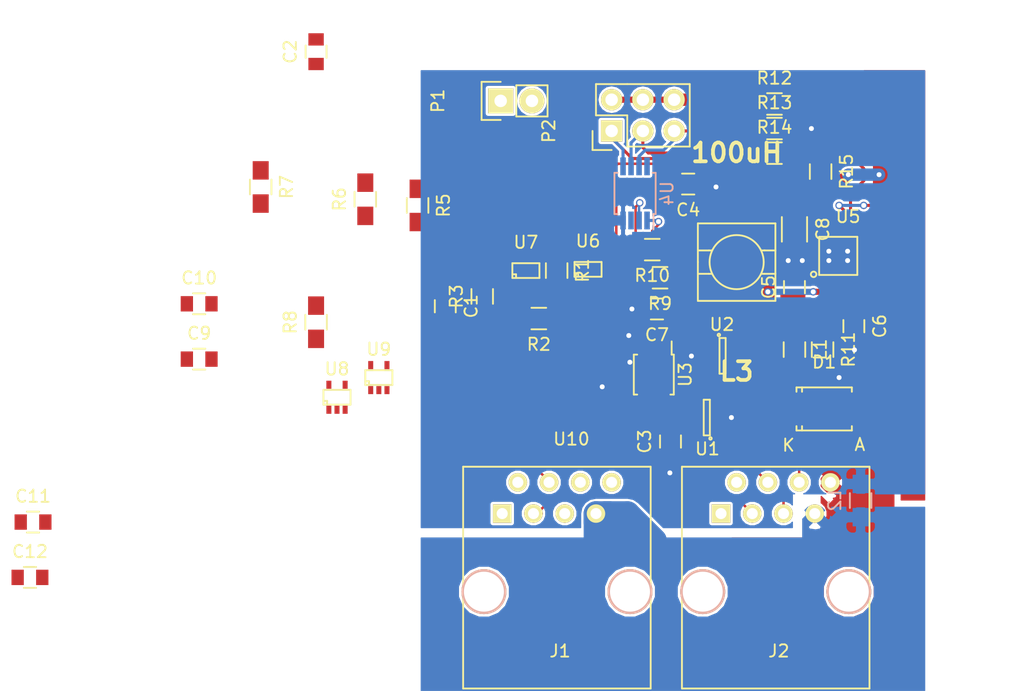
<source format=kicad_pcb>
(kicad_pcb (version 4) (host pcbnew 4.0.4+e1-6308~48~ubuntu15.04.1-stable)

  (general
    (links 116)
    (no_connects 47)
    (area 133.740476 57.8 220.85 113.559001)
    (thickness 1.6)
    (drawings 2)
    (tracks 451)
    (zones 0)
    (modules 44)
    (nets 36)
  )

  (page A4)
  (layers
    (0 F.Cu signal)
    (1 In1.Cu signal)
    (2 In2.Cu signal)
    (31 B.Cu signal)
    (32 B.Adhes user)
    (33 F.Adhes user)
    (34 B.Paste user)
    (35 F.Paste user)
    (36 B.SilkS user)
    (37 F.SilkS user)
    (38 B.Mask user)
    (39 F.Mask user)
    (40 Dwgs.User user)
    (41 Cmts.User user)
    (42 Eco1.User user)
    (43 Eco2.User user)
    (44 Edge.Cuts user)
    (45 Margin user)
    (46 B.CrtYd user)
    (47 F.CrtYd user)
    (48 B.Fab user)
    (49 F.Fab user)
  )

  (setup
    (last_trace_width 0.25)
    (user_trace_width 0.2)
    (user_trace_width 0.25)
    (user_trace_width 0.5)
    (user_trace_width 1)
    (user_trace_width 1.5)
    (user_trace_width 2)
    (trace_clearance 0.2)
    (zone_clearance 0.2)
    (zone_45_only no)
    (trace_min 0.2)
    (segment_width 0.2)
    (edge_width 0.15)
    (via_size 0.6)
    (via_drill 0.4)
    (via_min_size 0.4)
    (via_min_drill 0.3)
    (user_via 0.5 0.3)
    (user_via 0.6 0.4)
    (user_via 1 0.5)
    (user_via 1.5 0.8)
    (user_via 2 1)
    (uvia_size 0.3)
    (uvia_drill 0.1)
    (uvias_allowed no)
    (uvia_min_size 0.2)
    (uvia_min_drill 0.1)
    (pcb_text_width 0.3)
    (pcb_text_size 1.5 1.5)
    (mod_edge_width 0.15)
    (mod_text_size 1 1)
    (mod_text_width 0.15)
    (pad_size 1.524 1.524)
    (pad_drill 0.762)
    (pad_to_mask_clearance 0.2)
    (aux_axis_origin 0 0)
    (visible_elements FFFEFF7F)
    (pcbplotparams
      (layerselection 0x00030_80000001)
      (usegerberextensions false)
      (excludeedgelayer true)
      (linewidth 0.100000)
      (plotframeref false)
      (viasonmask false)
      (mode 1)
      (useauxorigin false)
      (hpglpennumber 1)
      (hpglpenspeed 20)
      (hpglpendiameter 15)
      (hpglpenoverlay 2)
      (psnegative false)
      (psa4output false)
      (plotreference true)
      (plotvalue true)
      (plotinvisibletext false)
      (padsonsilk false)
      (subtractmaskfromsilk false)
      (outputformat 1)
      (mirror false)
      (drillshape 1)
      (scaleselection 1)
      (outputdirectory ""))
  )

  (net 0 "")
  (net 1 "Net-(C1-Pad1)")
  (net 2 GND)
  (net 3 "Net-(C2-Pad1)")
  (net 4 +5V)
  (net 5 +12V)
  (net 6 "Net-(C6-Pad1)")
  (net 7 "Net-(J1-Pad1)")
  (net 8 "Net-(J1-Pad2)")
  (net 9 SDA-)
  (net 10 SDA+)
  (net 11 SCL+)
  (net 12 SCL-)
  (net 13 GNDIN)
  (net 14 12IN)
  (net 15 "Net-(J2-Pad1)")
  (net 16 "Net-(J2-Pad2)")
  (net 17 "Net-(L3-Pad1)")
  (net 18 5VSW)
  (net 19 SDA+SW)
  (net 20 SDA-SW)
  (net 21 SCL-SW)
  (net 22 SCL+SW)
  (net 23 "Net-(P2-Pad1)")
  (net 24 "Net-(P2-Pad3)")
  (net 25 "Net-(P2-Pad5)")
  (net 26 SDA)
  (net 27 SCL)
  (net 28 "Net-(R11-Pad1)")
  (net 29 ENABLE)
  (net 30 "Net-(U1-Pad1)")
  (net 31 "Net-(U2-Pad1)")
  (net 32 "Net-(U4-Pad3)")
  (net 33 "Net-(U5-Pad9)")
  (net 34 "Net-(J1-Pad3)")
  (net 35 "Net-(J1-Pad4)")

  (net_class Default "Dies ist die voreingestellte Netzklasse."
    (clearance 0.2)
    (trace_width 0.25)
    (via_dia 0.6)
    (via_drill 0.4)
    (uvia_dia 0.3)
    (uvia_drill 0.1)
    (add_net +12V)
    (add_net +5V)
    (add_net 12IN)
    (add_net 5VSW)
    (add_net ENABLE)
    (add_net GND)
    (add_net GNDIN)
    (add_net "Net-(C1-Pad1)")
    (add_net "Net-(C2-Pad1)")
    (add_net "Net-(C6-Pad1)")
    (add_net "Net-(J1-Pad1)")
    (add_net "Net-(J1-Pad2)")
    (add_net "Net-(J1-Pad3)")
    (add_net "Net-(J1-Pad4)")
    (add_net "Net-(J2-Pad1)")
    (add_net "Net-(J2-Pad2)")
    (add_net "Net-(L3-Pad1)")
    (add_net "Net-(P2-Pad1)")
    (add_net "Net-(P2-Pad3)")
    (add_net "Net-(P2-Pad5)")
    (add_net "Net-(R11-Pad1)")
    (add_net "Net-(U1-Pad1)")
    (add_net "Net-(U2-Pad1)")
    (add_net "Net-(U4-Pad3)")
    (add_net "Net-(U5-Pad9)")
    (add_net SCL)
    (add_net SCL+)
    (add_net SCL+SW)
    (add_net SCL-)
    (add_net SCL-SW)
    (add_net SDA)
    (add_net SDA+)
    (add_net SDA+SW)
    (add_net SDA-)
    (add_net SDA-SW)
  )

  (module Resistors_SMD:R_0805_HandSoldering (layer F.Cu) (tedit 54189DEE) (tstamp 580A080D)
    (at 177.6 83.2 180)
    (descr "Resistor SMD 0805, hand soldering")
    (tags "resistor 0805")
    (path /5809469C)
    (attr smd)
    (fp_text reference R2 (at 0 -2.1 180) (layer F.SilkS)
      (effects (font (size 1 1) (thickness 0.15)))
    )
    (fp_text value 60R (at 0 2.1 180) (layer F.Fab)
      (effects (font (size 1 1) (thickness 0.15)))
    )
    (fp_line (start -2.4 -1) (end 2.4 -1) (layer F.CrtYd) (width 0.05))
    (fp_line (start -2.4 1) (end 2.4 1) (layer F.CrtYd) (width 0.05))
    (fp_line (start -2.4 -1) (end -2.4 1) (layer F.CrtYd) (width 0.05))
    (fp_line (start 2.4 -1) (end 2.4 1) (layer F.CrtYd) (width 0.05))
    (fp_line (start 0.6 0.875) (end -0.6 0.875) (layer F.SilkS) (width 0.15))
    (fp_line (start -0.6 -0.875) (end 0.6 -0.875) (layer F.SilkS) (width 0.15))
    (pad 1 smd rect (at -1.35 0 180) (size 1.5 1.3) (layers F.Cu F.Paste F.Mask)
      (net 22 SCL+SW))
    (pad 2 smd rect (at 1.35 0 180) (size 1.5 1.3) (layers F.Cu F.Paste F.Mask)
      (net 1 "Net-(C1-Pad1)"))
    (model Resistors_SMD.3dshapes/R_0805_HandSoldering.wrl
      (at (xyz 0 0 0))
      (scale (xyz 1 1 1))
      (rotate (xyz 0 0 0))
    )
  )

  (module Connect:RJ45_8 (layer F.Cu) (tedit 0) (tstamp 580A07BB)
    (at 179.07 105.41)
    (tags RJ45)
    (path /580A5370)
    (fp_text reference J1 (at 0.254 4.826) (layer F.SilkS)
      (effects (font (size 1 1) (thickness 0.15)))
    )
    (fp_text value RJ45 (at 0.14224 -0.1016) (layer F.Fab)
      (effects (font (size 1 1) (thickness 0.15)))
    )
    (fp_line (start -7.62 7.874) (end 7.62 7.874) (layer F.SilkS) (width 0.15))
    (fp_line (start 7.62 7.874) (end 7.62 -10.16) (layer F.SilkS) (width 0.15))
    (fp_line (start 7.62 -10.16) (end -7.62 -10.16) (layer F.SilkS) (width 0.15))
    (fp_line (start -7.62 -10.16) (end -7.62 7.874) (layer F.SilkS) (width 0.15))
    (pad Hole np_thru_hole circle (at 5.93852 0) (size 3.64998 3.64998) (drill 3.2512) (layers *.Cu *.SilkS *.Mask))
    (pad Hole np_thru_hole circle (at -5.9309 0) (size 3.64998 3.64998) (drill 3.2512) (layers *.Cu *.SilkS *.Mask))
    (pad 1 thru_hole rect (at -4.445 -6.35) (size 1.50114 1.50114) (drill 0.89916) (layers *.Cu *.Mask F.SilkS)
      (net 7 "Net-(J1-Pad1)"))
    (pad 2 thru_hole circle (at -3.175 -8.89) (size 1.50114 1.50114) (drill 0.89916) (layers *.Cu *.Mask F.SilkS)
      (net 8 "Net-(J1-Pad2)"))
    (pad 3 thru_hole circle (at -1.905 -6.35) (size 1.50114 1.50114) (drill 0.89916) (layers *.Cu *.Mask F.SilkS)
      (net 34 "Net-(J1-Pad3)"))
    (pad 4 thru_hole circle (at -0.635 -8.89) (size 1.50114 1.50114) (drill 0.89916) (layers *.Cu *.Mask F.SilkS)
      (net 35 "Net-(J1-Pad4)"))
    (pad 5 thru_hole circle (at 0.635 -6.35) (size 1.50114 1.50114) (drill 0.89916) (layers *.Cu *.Mask F.SilkS)
      (net 11 SCL+))
    (pad 6 thru_hole circle (at 1.905 -8.89) (size 1.50114 1.50114) (drill 0.89916) (layers *.Cu *.Mask F.SilkS)
      (net 12 SCL-))
    (pad 7 thru_hole circle (at 3.175 -6.35) (size 1.50114 1.50114) (drill 0.89916) (layers *.Cu *.Mask F.SilkS)
      (net 13 GNDIN))
    (pad 8 thru_hole circle (at 4.445 -8.89) (size 1.50114 1.50114) (drill 0.89916) (layers *.Cu *.Mask F.SilkS)
      (net 14 12IN))
    (model Connect.3dshapes/RJ45_8.wrl
      (at (xyz 0 0 0))
      (scale (xyz 0.4 0.4 0.4))
      (rotate (xyz 0 0 0))
    )
  )

  (module Capacitors_SMD:C_0805 (layer F.Cu) (tedit 5415D6EA) (tstamp 580A0783)
    (at 170 82.2 270)
    (descr "Capacitor SMD 0805, reflow soldering, AVX (see smccp.pdf)")
    (tags "capacitor 0805")
    (path /580946AE)
    (attr smd)
    (fp_text reference C1 (at 0 -2.1 270) (layer F.SilkS)
      (effects (font (size 1 1) (thickness 0.15)))
    )
    (fp_text value 100nF (at 0 2.1 270) (layer F.Fab)
      (effects (font (size 1 1) (thickness 0.15)))
    )
    (fp_line (start -1 0.625) (end -1 -0.625) (layer F.Fab) (width 0.15))
    (fp_line (start 1 0.625) (end -1 0.625) (layer F.Fab) (width 0.15))
    (fp_line (start 1 -0.625) (end 1 0.625) (layer F.Fab) (width 0.15))
    (fp_line (start -1 -0.625) (end 1 -0.625) (layer F.Fab) (width 0.15))
    (fp_line (start -1.8 -1) (end 1.8 -1) (layer F.CrtYd) (width 0.05))
    (fp_line (start -1.8 1) (end 1.8 1) (layer F.CrtYd) (width 0.05))
    (fp_line (start -1.8 -1) (end -1.8 1) (layer F.CrtYd) (width 0.05))
    (fp_line (start 1.8 -1) (end 1.8 1) (layer F.CrtYd) (width 0.05))
    (fp_line (start 0.5 -0.85) (end -0.5 -0.85) (layer F.SilkS) (width 0.15))
    (fp_line (start -0.5 0.85) (end 0.5 0.85) (layer F.SilkS) (width 0.15))
    (pad 1 smd rect (at -1 0 270) (size 1 1.25) (layers F.Cu F.Paste F.Mask)
      (net 1 "Net-(C1-Pad1)"))
    (pad 2 smd rect (at 1 0 270) (size 1 1.25) (layers F.Cu F.Paste F.Mask)
      (net 2 GND))
    (model Capacitors_SMD.3dshapes/C_0805.wrl
      (at (xyz 0 0 0))
      (scale (xyz 1 1 1))
      (rotate (xyz 0 0 0))
    )
  )

  (module Capacitors_SMD:C_0805 (layer F.Cu) (tedit 5415D6EA) (tstamp 580A0789)
    (at 159.5 61.5 90)
    (descr "Capacitor SMD 0805, reflow soldering, AVX (see smccp.pdf)")
    (tags "capacitor 0805")
    (path /58094088)
    (attr smd)
    (fp_text reference C2 (at 0 -2.1 90) (layer F.SilkS)
      (effects (font (size 1 1) (thickness 0.15)))
    )
    (fp_text value 100nF (at 0 2.1 90) (layer F.Fab)
      (effects (font (size 1 1) (thickness 0.15)))
    )
    (fp_line (start -1 0.625) (end -1 -0.625) (layer F.Fab) (width 0.15))
    (fp_line (start 1 0.625) (end -1 0.625) (layer F.Fab) (width 0.15))
    (fp_line (start 1 -0.625) (end 1 0.625) (layer F.Fab) (width 0.15))
    (fp_line (start -1 -0.625) (end 1 -0.625) (layer F.Fab) (width 0.15))
    (fp_line (start -1.8 -1) (end 1.8 -1) (layer F.CrtYd) (width 0.05))
    (fp_line (start -1.8 1) (end 1.8 1) (layer F.CrtYd) (width 0.05))
    (fp_line (start -1.8 -1) (end -1.8 1) (layer F.CrtYd) (width 0.05))
    (fp_line (start 1.8 -1) (end 1.8 1) (layer F.CrtYd) (width 0.05))
    (fp_line (start 0.5 -0.85) (end -0.5 -0.85) (layer F.SilkS) (width 0.15))
    (fp_line (start -0.5 0.85) (end 0.5 0.85) (layer F.SilkS) (width 0.15))
    (pad 1 smd rect (at -1 0 90) (size 1 1.25) (layers F.Cu F.Paste F.Mask)
      (net 3 "Net-(C2-Pad1)"))
    (pad 2 smd rect (at 1 0 90) (size 1 1.25) (layers F.Cu F.Paste F.Mask)
      (net 2 GND))
    (model Capacitors_SMD.3dshapes/C_0805.wrl
      (at (xyz 0 0 0))
      (scale (xyz 1 1 1))
      (rotate (xyz 0 0 0))
    )
  )

  (module Capacitors_SMD:C_0805 (layer F.Cu) (tedit 5415D6EA) (tstamp 580A078F)
    (at 188.3 93.2 90)
    (descr "Capacitor SMD 0805, reflow soldering, AVX (see smccp.pdf)")
    (tags "capacitor 0805")
    (path /5809DFBE)
    (attr smd)
    (fp_text reference C3 (at 0 -2.1 90) (layer F.SilkS)
      (effects (font (size 1 1) (thickness 0.15)))
    )
    (fp_text value 100nF (at 0 2.1 90) (layer F.Fab)
      (effects (font (size 1 1) (thickness 0.15)))
    )
    (fp_line (start -1 0.625) (end -1 -0.625) (layer F.Fab) (width 0.15))
    (fp_line (start 1 0.625) (end -1 0.625) (layer F.Fab) (width 0.15))
    (fp_line (start 1 -0.625) (end 1 0.625) (layer F.Fab) (width 0.15))
    (fp_line (start -1 -0.625) (end 1 -0.625) (layer F.Fab) (width 0.15))
    (fp_line (start -1.8 -1) (end 1.8 -1) (layer F.CrtYd) (width 0.05))
    (fp_line (start -1.8 1) (end 1.8 1) (layer F.CrtYd) (width 0.05))
    (fp_line (start -1.8 -1) (end -1.8 1) (layer F.CrtYd) (width 0.05))
    (fp_line (start 1.8 -1) (end 1.8 1) (layer F.CrtYd) (width 0.05))
    (fp_line (start 0.5 -0.85) (end -0.5 -0.85) (layer F.SilkS) (width 0.15))
    (fp_line (start -0.5 0.85) (end 0.5 0.85) (layer F.SilkS) (width 0.15))
    (pad 1 smd rect (at -1 0 90) (size 1 1.25) (layers F.Cu F.Paste F.Mask)
      (net 2 GND))
    (pad 2 smd rect (at 1 0 90) (size 1 1.25) (layers F.Cu F.Paste F.Mask)
      (net 4 +5V))
    (model Capacitors_SMD.3dshapes/C_0805.wrl
      (at (xyz 0 0 0))
      (scale (xyz 1 1 1))
      (rotate (xyz 0 0 0))
    )
  )

  (module Capacitors_SMD:C_0805 (layer F.Cu) (tedit 5415D6EA) (tstamp 580A0795)
    (at 189.738 72.263 180)
    (descr "Capacitor SMD 0805, reflow soldering, AVX (see smccp.pdf)")
    (tags "capacitor 0805")
    (path /5809E9EF)
    (attr smd)
    (fp_text reference C4 (at 0 -2.1 180) (layer F.SilkS)
      (effects (font (size 1 1) (thickness 0.15)))
    )
    (fp_text value 100nF (at 0 2.1 180) (layer F.Fab)
      (effects (font (size 1 1) (thickness 0.15)))
    )
    (fp_line (start -1 0.625) (end -1 -0.625) (layer F.Fab) (width 0.15))
    (fp_line (start 1 0.625) (end -1 0.625) (layer F.Fab) (width 0.15))
    (fp_line (start 1 -0.625) (end 1 0.625) (layer F.Fab) (width 0.15))
    (fp_line (start -1 -0.625) (end 1 -0.625) (layer F.Fab) (width 0.15))
    (fp_line (start -1.8 -1) (end 1.8 -1) (layer F.CrtYd) (width 0.05))
    (fp_line (start -1.8 1) (end 1.8 1) (layer F.CrtYd) (width 0.05))
    (fp_line (start -1.8 -1) (end -1.8 1) (layer F.CrtYd) (width 0.05))
    (fp_line (start 1.8 -1) (end 1.8 1) (layer F.CrtYd) (width 0.05))
    (fp_line (start 0.5 -0.85) (end -0.5 -0.85) (layer F.SilkS) (width 0.15))
    (fp_line (start -0.5 0.85) (end 0.5 0.85) (layer F.SilkS) (width 0.15))
    (pad 1 smd rect (at -1 0 180) (size 1 1.25) (layers F.Cu F.Paste F.Mask)
      (net 2 GND))
    (pad 2 smd rect (at 1 0 180) (size 1 1.25) (layers F.Cu F.Paste F.Mask)
      (net 4 +5V))
    (model Capacitors_SMD.3dshapes/C_0805.wrl
      (at (xyz 0 0 0))
      (scale (xyz 1 1 1))
      (rotate (xyz 0 0 0))
    )
  )

  (module Capacitors_SMD:C_0805 (layer F.Cu) (tedit 5415D6EA) (tstamp 580A079B)
    (at 198.374 80.645 90)
    (descr "Capacitor SMD 0805, reflow soldering, AVX (see smccp.pdf)")
    (tags "capacitor 0805")
    (path /5809F53B)
    (attr smd)
    (fp_text reference C5 (at 0 -2.1 90) (layer F.SilkS)
      (effects (font (size 1 1) (thickness 0.15)))
    )
    (fp_text value 1uF (at 0 2.1 90) (layer F.Fab)
      (effects (font (size 1 1) (thickness 0.15)))
    )
    (fp_line (start -1 0.625) (end -1 -0.625) (layer F.Fab) (width 0.15))
    (fp_line (start 1 0.625) (end -1 0.625) (layer F.Fab) (width 0.15))
    (fp_line (start 1 -0.625) (end 1 0.625) (layer F.Fab) (width 0.15))
    (fp_line (start -1 -0.625) (end 1 -0.625) (layer F.Fab) (width 0.15))
    (fp_line (start -1.8 -1) (end 1.8 -1) (layer F.CrtYd) (width 0.05))
    (fp_line (start -1.8 1) (end 1.8 1) (layer F.CrtYd) (width 0.05))
    (fp_line (start -1.8 -1) (end -1.8 1) (layer F.CrtYd) (width 0.05))
    (fp_line (start 1.8 -1) (end 1.8 1) (layer F.CrtYd) (width 0.05))
    (fp_line (start 0.5 -0.85) (end -0.5 -0.85) (layer F.SilkS) (width 0.15))
    (fp_line (start -0.5 0.85) (end 0.5 0.85) (layer F.SilkS) (width 0.15))
    (pad 1 smd rect (at -1 0 90) (size 1 1.25) (layers F.Cu F.Paste F.Mask)
      (net 5 +12V))
    (pad 2 smd rect (at 1 0 90) (size 1 1.25) (layers F.Cu F.Paste F.Mask)
      (net 2 GND))
    (model Capacitors_SMD.3dshapes/C_0805.wrl
      (at (xyz 0 0 0))
      (scale (xyz 1 1 1))
      (rotate (xyz 0 0 0))
    )
  )

  (module Capacitors_SMD:C_0805 (layer F.Cu) (tedit 5415D6EA) (tstamp 580A07A1)
    (at 203.2 83.82 270)
    (descr "Capacitor SMD 0805, reflow soldering, AVX (see smccp.pdf)")
    (tags "capacitor 0805")
    (path /5809F754)
    (attr smd)
    (fp_text reference C6 (at 0 -2.1 270) (layer F.SilkS)
      (effects (font (size 1 1) (thickness 0.15)))
    )
    (fp_text value 22nF (at 0 2.1 270) (layer F.Fab)
      (effects (font (size 1 1) (thickness 0.15)))
    )
    (fp_line (start -1 0.625) (end -1 -0.625) (layer F.Fab) (width 0.15))
    (fp_line (start 1 0.625) (end -1 0.625) (layer F.Fab) (width 0.15))
    (fp_line (start 1 -0.625) (end 1 0.625) (layer F.Fab) (width 0.15))
    (fp_line (start -1 -0.625) (end 1 -0.625) (layer F.Fab) (width 0.15))
    (fp_line (start -1.8 -1) (end 1.8 -1) (layer F.CrtYd) (width 0.05))
    (fp_line (start -1.8 1) (end 1.8 1) (layer F.CrtYd) (width 0.05))
    (fp_line (start -1.8 -1) (end -1.8 1) (layer F.CrtYd) (width 0.05))
    (fp_line (start 1.8 -1) (end 1.8 1) (layer F.CrtYd) (width 0.05))
    (fp_line (start 0.5 -0.85) (end -0.5 -0.85) (layer F.SilkS) (width 0.15))
    (fp_line (start -0.5 0.85) (end 0.5 0.85) (layer F.SilkS) (width 0.15))
    (pad 1 smd rect (at -1 0 270) (size 1 1.25) (layers F.Cu F.Paste F.Mask)
      (net 6 "Net-(C6-Pad1)"))
    (pad 2 smd rect (at 1 0 270) (size 1 1.25) (layers F.Cu F.Paste F.Mask)
      (net 2 GND))
    (model Capacitors_SMD.3dshapes/C_0805.wrl
      (at (xyz 0 0 0))
      (scale (xyz 1 1 1))
      (rotate (xyz 0 0 0))
    )
  )

  (module Capacitors_SMD:C_0805 (layer F.Cu) (tedit 5415D6EA) (tstamp 580A07A7)
    (at 187.198 82.423 180)
    (descr "Capacitor SMD 0805, reflow soldering, AVX (see smccp.pdf)")
    (tags "capacitor 0805")
    (path /5809E11E)
    (attr smd)
    (fp_text reference C7 (at 0 -2.1 180) (layer F.SilkS)
      (effects (font (size 1 1) (thickness 0.15)))
    )
    (fp_text value 100nF (at 0 2.1 180) (layer F.Fab)
      (effects (font (size 1 1) (thickness 0.15)))
    )
    (fp_line (start -1 0.625) (end -1 -0.625) (layer F.Fab) (width 0.15))
    (fp_line (start 1 0.625) (end -1 0.625) (layer F.Fab) (width 0.15))
    (fp_line (start 1 -0.625) (end 1 0.625) (layer F.Fab) (width 0.15))
    (fp_line (start -1 -0.625) (end 1 -0.625) (layer F.Fab) (width 0.15))
    (fp_line (start -1.8 -1) (end 1.8 -1) (layer F.CrtYd) (width 0.05))
    (fp_line (start -1.8 1) (end 1.8 1) (layer F.CrtYd) (width 0.05))
    (fp_line (start -1.8 -1) (end -1.8 1) (layer F.CrtYd) (width 0.05))
    (fp_line (start 1.8 -1) (end 1.8 1) (layer F.CrtYd) (width 0.05))
    (fp_line (start 0.5 -0.85) (end -0.5 -0.85) (layer F.SilkS) (width 0.15))
    (fp_line (start -0.5 0.85) (end 0.5 0.85) (layer F.SilkS) (width 0.15))
    (pad 1 smd rect (at -1 0 180) (size 1 1.25) (layers F.Cu F.Paste F.Mask)
      (net 4 +5V))
    (pad 2 smd rect (at 1 0 180) (size 1 1.25) (layers F.Cu F.Paste F.Mask)
      (net 2 GND))
    (model Capacitors_SMD.3dshapes/C_0805.wrl
      (at (xyz 0 0 0))
      (scale (xyz 1 1 1))
      (rotate (xyz 0 0 0))
    )
  )

  (module Capacitors_SMD:C_1206 (layer F.Cu) (tedit 5415D7BD) (tstamp 580A07AD)
    (at 198.374 75.946 270)
    (descr "Capacitor SMD 1206, reflow soldering, AVX (see smccp.pdf)")
    (tags "capacitor 1206")
    (path /580A08DD)
    (attr smd)
    (fp_text reference C8 (at 0 -2.3 270) (layer F.SilkS)
      (effects (font (size 1 1) (thickness 0.15)))
    )
    (fp_text value 22uF (at 0 2.3 270) (layer F.Fab)
      (effects (font (size 1 1) (thickness 0.15)))
    )
    (fp_line (start -1.6 0.8) (end -1.6 -0.8) (layer F.Fab) (width 0.15))
    (fp_line (start 1.6 0.8) (end -1.6 0.8) (layer F.Fab) (width 0.15))
    (fp_line (start 1.6 -0.8) (end 1.6 0.8) (layer F.Fab) (width 0.15))
    (fp_line (start -1.6 -0.8) (end 1.6 -0.8) (layer F.Fab) (width 0.15))
    (fp_line (start -2.3 -1.15) (end 2.3 -1.15) (layer F.CrtYd) (width 0.05))
    (fp_line (start -2.3 1.15) (end 2.3 1.15) (layer F.CrtYd) (width 0.05))
    (fp_line (start -2.3 -1.15) (end -2.3 1.15) (layer F.CrtYd) (width 0.05))
    (fp_line (start 2.3 -1.15) (end 2.3 1.15) (layer F.CrtYd) (width 0.05))
    (fp_line (start 1 -1.025) (end -1 -1.025) (layer F.SilkS) (width 0.15))
    (fp_line (start -1 1.025) (end 1 1.025) (layer F.SilkS) (width 0.15))
    (pad 1 smd rect (at -1.5 0 270) (size 1 1.6) (layers F.Cu F.Paste F.Mask)
      (net 4 +5V))
    (pad 2 smd rect (at 1.5 0 270) (size 1 1.6) (layers F.Cu F.Paste F.Mask)
      (net 2 GND))
    (model Capacitors_SMD.3dshapes/C_1206.wrl
      (at (xyz 0 0 0))
      (scale (xyz 1 1 1))
      (rotate (xyz 0 0 0))
    )
  )

  (module Connect:RJ45_8 (layer F.Cu) (tedit 0) (tstamp 580A07C9)
    (at 196.85 105.41)
    (tags RJ45)
    (path /580A547F)
    (fp_text reference J2 (at 0.254 4.826) (layer F.SilkS)
      (effects (font (size 1 1) (thickness 0.15)))
    )
    (fp_text value RJ45 (at 0.14224 -0.1016) (layer F.Fab)
      (effects (font (size 1 1) (thickness 0.15)))
    )
    (fp_line (start -7.62 7.874) (end 7.62 7.874) (layer F.SilkS) (width 0.15))
    (fp_line (start 7.62 7.874) (end 7.62 -10.16) (layer F.SilkS) (width 0.15))
    (fp_line (start 7.62 -10.16) (end -7.62 -10.16) (layer F.SilkS) (width 0.15))
    (fp_line (start -7.62 -10.16) (end -7.62 7.874) (layer F.SilkS) (width 0.15))
    (pad Hole np_thru_hole circle (at 5.93852 0) (size 3.64998 3.64998) (drill 3.2512) (layers *.Cu *.SilkS *.Mask))
    (pad Hole np_thru_hole circle (at -5.9309 0) (size 3.64998 3.64998) (drill 3.2512) (layers *.Cu *.SilkS *.Mask))
    (pad 1 thru_hole rect (at -4.445 -6.35) (size 1.50114 1.50114) (drill 0.89916) (layers *.Cu *.Mask F.SilkS)
      (net 15 "Net-(J2-Pad1)"))
    (pad 2 thru_hole circle (at -3.175 -8.89) (size 1.50114 1.50114) (drill 0.89916) (layers *.Cu *.Mask F.SilkS)
      (net 16 "Net-(J2-Pad2)"))
    (pad 3 thru_hole circle (at -1.905 -6.35) (size 1.50114 1.50114) (drill 0.89916) (layers *.Cu *.Mask F.SilkS)
      (net 9 SDA-))
    (pad 4 thru_hole circle (at -0.635 -8.89) (size 1.50114 1.50114) (drill 0.89916) (layers *.Cu *.Mask F.SilkS)
      (net 10 SDA+))
    (pad 5 thru_hole circle (at 0.635 -6.35) (size 1.50114 1.50114) (drill 0.89916) (layers *.Cu *.Mask F.SilkS)
      (net 11 SCL+))
    (pad 6 thru_hole circle (at 1.905 -8.89) (size 1.50114 1.50114) (drill 0.89916) (layers *.Cu *.Mask F.SilkS)
      (net 12 SCL-))
    (pad 7 thru_hole circle (at 3.175 -6.35) (size 1.50114 1.50114) (drill 0.89916) (layers *.Cu *.Mask F.SilkS)
      (net 13 GNDIN))
    (pad 8 thru_hole circle (at 4.445 -8.89) (size 1.50114 1.50114) (drill 0.89916) (layers *.Cu *.Mask F.SilkS)
      (net 14 12IN))
    (model Connect.3dshapes/RJ45_8.wrl
      (at (xyz 0 0 0))
      (scale (xyz 0.4 0.4 0.4))
      (rotate (xyz 0 0 0))
    )
  )

  (module Resistors_SMD:R_0805_HandSoldering (layer F.Cu) (tedit 54189DEE) (tstamp 580A07CF)
    (at 198.374 85.725 270)
    (descr "Resistor SMD 0805, hand soldering")
    (tags "resistor 0805")
    (path /5809EF42)
    (attr smd)
    (fp_text reference L1 (at 0 -2.1 270) (layer F.SilkS)
      (effects (font (size 1 1) (thickness 0.15)))
    )
    (fp_text value L_Small (at 0 2.1 270) (layer F.Fab)
      (effects (font (size 1 1) (thickness 0.15)))
    )
    (fp_line (start -2.4 -1) (end 2.4 -1) (layer F.CrtYd) (width 0.05))
    (fp_line (start -2.4 1) (end 2.4 1) (layer F.CrtYd) (width 0.05))
    (fp_line (start -2.4 -1) (end -2.4 1) (layer F.CrtYd) (width 0.05))
    (fp_line (start 2.4 -1) (end 2.4 1) (layer F.CrtYd) (width 0.05))
    (fp_line (start 0.6 0.875) (end -0.6 0.875) (layer F.SilkS) (width 0.15))
    (fp_line (start -0.6 -0.875) (end 0.6 -0.875) (layer F.SilkS) (width 0.15))
    (pad 1 smd rect (at -1.35 0 270) (size 1.5 1.3) (layers F.Cu F.Paste F.Mask)
      (net 5 +12V))
    (pad 2 smd rect (at 1.35 0 270) (size 1.5 1.3) (layers F.Cu F.Paste F.Mask)
      (net 14 12IN))
    (model Resistors_SMD.3dshapes/R_0805_HandSoldering.wrl
      (at (xyz 0 0 0))
      (scale (xyz 1 1 1))
      (rotate (xyz 0 0 0))
    )
  )

  (module Resistors_SMD:R_0805_HandSoldering (layer B.Cu) (tedit 54189DEE) (tstamp 580A07D5)
    (at 203.75 98 270)
    (descr "Resistor SMD 0805, hand soldering")
    (tags "resistor 0805")
    (path /5809EEBF)
    (attr smd)
    (fp_text reference L2 (at 0 2.1 270) (layer B.SilkS)
      (effects (font (size 1 1) (thickness 0.15)) (justify mirror))
    )
    (fp_text value L_Small (at 0 -2.1 270) (layer B.Fab)
      (effects (font (size 1 1) (thickness 0.15)) (justify mirror))
    )
    (fp_line (start -2.4 1) (end 2.4 1) (layer B.CrtYd) (width 0.05))
    (fp_line (start -2.4 -1) (end 2.4 -1) (layer B.CrtYd) (width 0.05))
    (fp_line (start -2.4 1) (end -2.4 -1) (layer B.CrtYd) (width 0.05))
    (fp_line (start 2.4 1) (end 2.4 -1) (layer B.CrtYd) (width 0.05))
    (fp_line (start 0.6 -0.875) (end -0.6 -0.875) (layer B.SilkS) (width 0.15))
    (fp_line (start -0.6 0.875) (end 0.6 0.875) (layer B.SilkS) (width 0.15))
    (pad 1 smd rect (at -1.35 0 270) (size 1.5 1.3) (layers B.Cu B.Paste B.Mask)
      (net 2 GND))
    (pad 2 smd rect (at 1.35 0 270) (size 1.5 1.3) (layers B.Cu B.Paste B.Mask)
      (net 13 GNDIN))
    (model Resistors_SMD.3dshapes/R_0805_HandSoldering.wrl
      (at (xyz 0 0 0))
      (scale (xyz 1 1 1))
      (rotate (xyz 0 0 0))
    )
  )

  (module Choke_SMD_Addons:Fill_planes_manually_WURTH_ELEKTRONIK_744053221 (layer F.Cu) (tedit 5809E0A5) (tstamp 580A07E9)
    (at 193.675 78.613 180)
    (descr "Choke, WURTH ELEKTRONIK  744053221")
    (tags "Choke, Drossel, WWURTH ELEKTRONIK  744053221")
    (path /5809ED22)
    (fp_text reference L3 (at 0 -8.89 180) (layer F.SilkS)
      (effects (font (thickness 0.3048)))
    )
    (fp_text value 100uH (at 0 8.89 180) (layer F.SilkS)
      (effects (font (thickness 0.3048)))
    )
    (fp_line (start -2.25 -0.95) (end -2 -0.95) (layer F.SilkS) (width 0.15))
    (fp_line (start -2.3 0.95) (end -2.05 0.95) (layer F.SilkS) (width 0.15))
    (fp_line (start 2.25 0.95) (end 2 0.95) (layer F.SilkS) (width 0.15))
    (fp_line (start 2.25 -0.95) (end 2 -0.95) (layer F.SilkS) (width 0.15))
    (fp_circle (center 0 0) (end 0 -2.2) (layer F.SilkS) (width 0.15))
    (fp_line (start 2.25 0.95) (end 3.1 0.95) (layer F.SilkS) (width 0.15))
    (fp_line (start -2.25 0.95) (end -3.15 0.95) (layer F.SilkS) (width 0.15))
    (fp_line (start -2.25 -0.95) (end -3.15 -0.95) (layer F.SilkS) (width 0.15))
    (fp_line (start 3.15 -0.95) (end 2.25 -0.95) (layer F.SilkS) (width 0.15))
    (fp_line (start 3.15 0) (end 3.15 -3.15) (layer F.SilkS) (width 0.15))
    (fp_line (start 3.15 -3.15) (end -3.15 -3.15) (layer F.SilkS) (width 0.15))
    (fp_line (start -3.15 -3.15) (end -3.15 3.15) (layer F.SilkS) (width 0.15))
    (fp_line (start -3.15 3.15) (end 3.15 3.15) (layer F.SilkS) (width 0.15))
    (fp_line (start 3.15 3.15) (end 3.15 0) (layer F.SilkS) (width 0.15))
    (pad 1 smd trapezoid (at 0 -2.9 180) (size 6.4 1.4) (layers F.Cu F.Paste F.Mask)
      (net 17 "Net-(L3-Pad1)"))
    (pad 2 smd trapezoid (at 0.05 2.9 180) (size 6.4 1.4) (layers F.Cu F.Paste F.Mask)
      (net 4 +5V))
  )

  (module Pin_Headers:Pin_Header_Straight_2x03 (layer F.Cu) (tedit 54EA0A4B) (tstamp 580A0801)
    (at 183.515 67.945 90)
    (descr "Through hole pin header")
    (tags "pin header")
    (path /580A168E)
    (fp_text reference P2 (at 0 -5.1 90) (layer F.SilkS)
      (effects (font (size 1 1) (thickness 0.15)))
    )
    (fp_text value CONN_02X03 (at 0 -3.1 90) (layer F.Fab)
      (effects (font (size 1 1) (thickness 0.15)))
    )
    (fp_line (start -1.27 1.27) (end -1.27 6.35) (layer F.SilkS) (width 0.15))
    (fp_line (start -1.55 -1.55) (end 0 -1.55) (layer F.SilkS) (width 0.15))
    (fp_line (start -1.75 -1.75) (end -1.75 6.85) (layer F.CrtYd) (width 0.05))
    (fp_line (start 4.3 -1.75) (end 4.3 6.85) (layer F.CrtYd) (width 0.05))
    (fp_line (start -1.75 -1.75) (end 4.3 -1.75) (layer F.CrtYd) (width 0.05))
    (fp_line (start -1.75 6.85) (end 4.3 6.85) (layer F.CrtYd) (width 0.05))
    (fp_line (start 1.27 -1.27) (end 1.27 1.27) (layer F.SilkS) (width 0.15))
    (fp_line (start 1.27 1.27) (end -1.27 1.27) (layer F.SilkS) (width 0.15))
    (fp_line (start -1.27 6.35) (end 3.81 6.35) (layer F.SilkS) (width 0.15))
    (fp_line (start 3.81 6.35) (end 3.81 1.27) (layer F.SilkS) (width 0.15))
    (fp_line (start -1.55 -1.55) (end -1.55 0) (layer F.SilkS) (width 0.15))
    (fp_line (start 3.81 -1.27) (end 1.27 -1.27) (layer F.SilkS) (width 0.15))
    (fp_line (start 3.81 1.27) (end 3.81 -1.27) (layer F.SilkS) (width 0.15))
    (pad 1 thru_hole rect (at 0 0 90) (size 1.7272 1.7272) (drill 1.016) (layers *.Cu *.Mask F.SilkS)
      (net 23 "Net-(P2-Pad1)"))
    (pad 2 thru_hole oval (at 2.54 0 90) (size 1.7272 1.7272) (drill 1.016) (layers *.Cu *.Mask F.SilkS)
      (net 4 +5V))
    (pad 3 thru_hole oval (at 0 2.54 90) (size 1.7272 1.7272) (drill 1.016) (layers *.Cu *.Mask F.SilkS)
      (net 24 "Net-(P2-Pad3)"))
    (pad 4 thru_hole oval (at 2.54 2.54 90) (size 1.7272 1.7272) (drill 1.016) (layers *.Cu *.Mask F.SilkS)
      (net 4 +5V))
    (pad 5 thru_hole oval (at 0 5.08 90) (size 1.7272 1.7272) (drill 1.016) (layers *.Cu *.Mask F.SilkS)
      (net 25 "Net-(P2-Pad5)"))
    (pad 6 thru_hole oval (at 2.54 5.08 90) (size 1.7272 1.7272) (drill 1.016) (layers *.Cu *.Mask F.SilkS)
      (net 4 +5V))
    (model Pin_Headers.3dshapes/Pin_Header_Straight_2x03.wrl
      (at (xyz 0.05 -0.1 0))
      (scale (xyz 1 1 1))
      (rotate (xyz 0 0 90))
    )
  )

  (module Resistors_SMD:R_0805_HandSoldering (layer F.Cu) (tedit 54189DEE) (tstamp 580A0807)
    (at 179.05 79.3 270)
    (descr "Resistor SMD 0805, hand soldering")
    (tags "resistor 0805")
    (path /58094696)
    (attr smd)
    (fp_text reference R1 (at 0 -2.1 270) (layer F.SilkS)
      (effects (font (size 1 1) (thickness 0.15)))
    )
    (fp_text value 604R (at 0 2.1 270) (layer F.Fab)
      (effects (font (size 1 1) (thickness 0.15)))
    )
    (fp_line (start -2.4 -1) (end 2.4 -1) (layer F.CrtYd) (width 0.05))
    (fp_line (start -2.4 1) (end 2.4 1) (layer F.CrtYd) (width 0.05))
    (fp_line (start -2.4 -1) (end -2.4 1) (layer F.CrtYd) (width 0.05))
    (fp_line (start 2.4 -1) (end 2.4 1) (layer F.CrtYd) (width 0.05))
    (fp_line (start 0.6 0.875) (end -0.6 0.875) (layer F.SilkS) (width 0.15))
    (fp_line (start -0.6 -0.875) (end 0.6 -0.875) (layer F.SilkS) (width 0.15))
    (pad 1 smd rect (at -1.35 0 270) (size 1.5 1.3) (layers F.Cu F.Paste F.Mask)
      (net 18 5VSW))
    (pad 2 smd rect (at 1.35 0 270) (size 1.5 1.3) (layers F.Cu F.Paste F.Mask)
      (net 22 SCL+SW))
    (model Resistors_SMD.3dshapes/R_0805_HandSoldering.wrl
      (at (xyz 0 0 0))
      (scale (xyz 1 1 1))
      (rotate (xyz 0 0 0))
    )
  )

  (module Resistors_SMD:R_0805_HandSoldering (layer F.Cu) (tedit 54189DEE) (tstamp 580A0813)
    (at 173 81.4 90)
    (descr "Resistor SMD 0805, hand soldering")
    (tags "resistor 0805")
    (path /580946A2)
    (attr smd)
    (fp_text reference R3 (at 0 -2.1 90) (layer F.SilkS)
      (effects (font (size 1 1) (thickness 0.15)))
    )
    (fp_text value 60R (at 0 2.1 90) (layer F.Fab)
      (effects (font (size 1 1) (thickness 0.15)))
    )
    (fp_line (start -2.4 -1) (end 2.4 -1) (layer F.CrtYd) (width 0.05))
    (fp_line (start -2.4 1) (end 2.4 1) (layer F.CrtYd) (width 0.05))
    (fp_line (start -2.4 -1) (end -2.4 1) (layer F.CrtYd) (width 0.05))
    (fp_line (start 2.4 -1) (end 2.4 1) (layer F.CrtYd) (width 0.05))
    (fp_line (start 0.6 0.875) (end -0.6 0.875) (layer F.SilkS) (width 0.15))
    (fp_line (start -0.6 -0.875) (end 0.6 -0.875) (layer F.SilkS) (width 0.15))
    (pad 1 smd rect (at -1.35 0 90) (size 1.5 1.3) (layers F.Cu F.Paste F.Mask)
      (net 1 "Net-(C1-Pad1)"))
    (pad 2 smd rect (at 1.35 0 90) (size 1.5 1.3) (layers F.Cu F.Paste F.Mask)
      (net 21 SCL-SW))
    (model Resistors_SMD.3dshapes/R_0805_HandSoldering.wrl
      (at (xyz 0 0 0))
      (scale (xyz 1 1 1))
      (rotate (xyz 0 0 0))
    )
  )

  (module Resistors_SMD:R_0805_HandSoldering (layer F.Cu) (tedit 54189DEE) (tstamp 580A081F)
    (at 167.75 74 270)
    (descr "Resistor SMD 0805, hand soldering")
    (tags "resistor 0805")
    (path /58093E8A)
    (attr smd)
    (fp_text reference R5 (at 0 -2.1 270) (layer F.SilkS)
      (effects (font (size 1 1) (thickness 0.15)))
    )
    (fp_text value 604R (at 0 2.1 270) (layer F.Fab)
      (effects (font (size 1 1) (thickness 0.15)))
    )
    (fp_line (start -2.4 -1) (end 2.4 -1) (layer F.CrtYd) (width 0.05))
    (fp_line (start -2.4 1) (end 2.4 1) (layer F.CrtYd) (width 0.05))
    (fp_line (start -2.4 -1) (end -2.4 1) (layer F.CrtYd) (width 0.05))
    (fp_line (start 2.4 -1) (end 2.4 1) (layer F.CrtYd) (width 0.05))
    (fp_line (start 0.6 0.875) (end -0.6 0.875) (layer F.SilkS) (width 0.15))
    (fp_line (start -0.6 -0.875) (end 0.6 -0.875) (layer F.SilkS) (width 0.15))
    (pad 1 smd rect (at -1.35 0 270) (size 1.5 1.3) (layers F.Cu F.Paste F.Mask)
      (net 18 5VSW))
    (pad 2 smd rect (at 1.35 0 270) (size 1.5 1.3) (layers F.Cu F.Paste F.Mask)
      (net 19 SDA+SW))
    (model Resistors_SMD.3dshapes/R_0805_HandSoldering.wrl
      (at (xyz 0 0 0))
      (scale (xyz 1 1 1))
      (rotate (xyz 0 0 0))
    )
  )

  (module Resistors_SMD:R_0805_HandSoldering (layer F.Cu) (tedit 54189DEE) (tstamp 580A0825)
    (at 163.5 73.5 90)
    (descr "Resistor SMD 0805, hand soldering")
    (tags "resistor 0805")
    (path /58093EFE)
    (attr smd)
    (fp_text reference R6 (at 0 -2.1 90) (layer F.SilkS)
      (effects (font (size 1 1) (thickness 0.15)))
    )
    (fp_text value 60R (at 0 2.1 90) (layer F.Fab)
      (effects (font (size 1 1) (thickness 0.15)))
    )
    (fp_line (start -2.4 -1) (end 2.4 -1) (layer F.CrtYd) (width 0.05))
    (fp_line (start -2.4 1) (end 2.4 1) (layer F.CrtYd) (width 0.05))
    (fp_line (start -2.4 -1) (end -2.4 1) (layer F.CrtYd) (width 0.05))
    (fp_line (start 2.4 -1) (end 2.4 1) (layer F.CrtYd) (width 0.05))
    (fp_line (start 0.6 0.875) (end -0.6 0.875) (layer F.SilkS) (width 0.15))
    (fp_line (start -0.6 -0.875) (end 0.6 -0.875) (layer F.SilkS) (width 0.15))
    (pad 1 smd rect (at -1.35 0 90) (size 1.5 1.3) (layers F.Cu F.Paste F.Mask)
      (net 19 SDA+SW))
    (pad 2 smd rect (at 1.35 0 90) (size 1.5 1.3) (layers F.Cu F.Paste F.Mask)
      (net 3 "Net-(C2-Pad1)"))
    (model Resistors_SMD.3dshapes/R_0805_HandSoldering.wrl
      (at (xyz 0 0 0))
      (scale (xyz 1 1 1))
      (rotate (xyz 0 0 0))
    )
  )

  (module Resistors_SMD:R_0805_HandSoldering (layer F.Cu) (tedit 54189DEE) (tstamp 580A082B)
    (at 155 72.5 270)
    (descr "Resistor SMD 0805, hand soldering")
    (tags "resistor 0805")
    (path /58093F44)
    (attr smd)
    (fp_text reference R7 (at 0 -2.1 270) (layer F.SilkS)
      (effects (font (size 1 1) (thickness 0.15)))
    )
    (fp_text value 60R (at 0 2.1 270) (layer F.Fab)
      (effects (font (size 1 1) (thickness 0.15)))
    )
    (fp_line (start -2.4 -1) (end 2.4 -1) (layer F.CrtYd) (width 0.05))
    (fp_line (start -2.4 1) (end 2.4 1) (layer F.CrtYd) (width 0.05))
    (fp_line (start -2.4 -1) (end -2.4 1) (layer F.CrtYd) (width 0.05))
    (fp_line (start 2.4 -1) (end 2.4 1) (layer F.CrtYd) (width 0.05))
    (fp_line (start 0.6 0.875) (end -0.6 0.875) (layer F.SilkS) (width 0.15))
    (fp_line (start -0.6 -0.875) (end 0.6 -0.875) (layer F.SilkS) (width 0.15))
    (pad 1 smd rect (at -1.35 0 270) (size 1.5 1.3) (layers F.Cu F.Paste F.Mask)
      (net 3 "Net-(C2-Pad1)"))
    (pad 2 smd rect (at 1.35 0 270) (size 1.5 1.3) (layers F.Cu F.Paste F.Mask)
      (net 20 SDA-SW))
    (model Resistors_SMD.3dshapes/R_0805_HandSoldering.wrl
      (at (xyz 0 0 0))
      (scale (xyz 1 1 1))
      (rotate (xyz 0 0 0))
    )
  )

  (module Resistors_SMD:R_0805_HandSoldering (layer F.Cu) (tedit 54189DEE) (tstamp 580A0831)
    (at 159.5 83.5 90)
    (descr "Resistor SMD 0805, hand soldering")
    (tags "resistor 0805")
    (path /58093F9C)
    (attr smd)
    (fp_text reference R8 (at 0 -2.1 90) (layer F.SilkS)
      (effects (font (size 1 1) (thickness 0.15)))
    )
    (fp_text value 604R (at 0 2.1 90) (layer F.Fab)
      (effects (font (size 1 1) (thickness 0.15)))
    )
    (fp_line (start -2.4 -1) (end 2.4 -1) (layer F.CrtYd) (width 0.05))
    (fp_line (start -2.4 1) (end 2.4 1) (layer F.CrtYd) (width 0.05))
    (fp_line (start -2.4 -1) (end -2.4 1) (layer F.CrtYd) (width 0.05))
    (fp_line (start 2.4 -1) (end 2.4 1) (layer F.CrtYd) (width 0.05))
    (fp_line (start 0.6 0.875) (end -0.6 0.875) (layer F.SilkS) (width 0.15))
    (fp_line (start -0.6 -0.875) (end 0.6 -0.875) (layer F.SilkS) (width 0.15))
    (pad 1 smd rect (at -1.35 0 90) (size 1.5 1.3) (layers F.Cu F.Paste F.Mask)
      (net 20 SDA-SW))
    (pad 2 smd rect (at 1.35 0 90) (size 1.5 1.3) (layers F.Cu F.Paste F.Mask)
      (net 2 GND))
    (model Resistors_SMD.3dshapes/R_0805_HandSoldering.wrl
      (at (xyz 0 0 0))
      (scale (xyz 1 1 1))
      (rotate (xyz 0 0 0))
    )
  )

  (module Resistors_SMD:R_0805_HandSoldering (layer F.Cu) (tedit 54189DEE) (tstamp 580A0837)
    (at 187.452 79.883 180)
    (descr "Resistor SMD 0805, hand soldering")
    (tags "resistor 0805")
    (path /5809E3B3)
    (attr smd)
    (fp_text reference R9 (at 0 -2.1 180) (layer F.SilkS)
      (effects (font (size 1 1) (thickness 0.15)))
    )
    (fp_text value 2K2 (at 0 2.1 180) (layer F.Fab)
      (effects (font (size 1 1) (thickness 0.15)))
    )
    (fp_line (start -2.4 -1) (end 2.4 -1) (layer F.CrtYd) (width 0.05))
    (fp_line (start -2.4 1) (end 2.4 1) (layer F.CrtYd) (width 0.05))
    (fp_line (start -2.4 -1) (end -2.4 1) (layer F.CrtYd) (width 0.05))
    (fp_line (start 2.4 -1) (end 2.4 1) (layer F.CrtYd) (width 0.05))
    (fp_line (start 0.6 0.875) (end -0.6 0.875) (layer F.SilkS) (width 0.15))
    (fp_line (start -0.6 -0.875) (end 0.6 -0.875) (layer F.SilkS) (width 0.15))
    (pad 1 smd rect (at -1.35 0 180) (size 1.5 1.3) (layers F.Cu F.Paste F.Mask)
      (net 4 +5V))
    (pad 2 smd rect (at 1.35 0 180) (size 1.5 1.3) (layers F.Cu F.Paste F.Mask)
      (net 26 SDA))
    (model Resistors_SMD.3dshapes/R_0805_HandSoldering.wrl
      (at (xyz 0 0 0))
      (scale (xyz 1 1 1))
      (rotate (xyz 0 0 0))
    )
  )

  (module Resistors_SMD:R_0805_HandSoldering (layer F.Cu) (tedit 54189DEE) (tstamp 580A083D)
    (at 186.817 77.597 180)
    (descr "Resistor SMD 0805, hand soldering")
    (tags "resistor 0805")
    (path /5809E497)
    (attr smd)
    (fp_text reference R10 (at 0 -2.1 180) (layer F.SilkS)
      (effects (font (size 1 1) (thickness 0.15)))
    )
    (fp_text value 2K2 (at 0 2.1 180) (layer F.Fab)
      (effects (font (size 1 1) (thickness 0.15)))
    )
    (fp_line (start -2.4 -1) (end 2.4 -1) (layer F.CrtYd) (width 0.05))
    (fp_line (start -2.4 1) (end 2.4 1) (layer F.CrtYd) (width 0.05))
    (fp_line (start -2.4 -1) (end -2.4 1) (layer F.CrtYd) (width 0.05))
    (fp_line (start 2.4 -1) (end 2.4 1) (layer F.CrtYd) (width 0.05))
    (fp_line (start 0.6 0.875) (end -0.6 0.875) (layer F.SilkS) (width 0.15))
    (fp_line (start -0.6 -0.875) (end 0.6 -0.875) (layer F.SilkS) (width 0.15))
    (pad 1 smd rect (at -1.35 0 180) (size 1.5 1.3) (layers F.Cu F.Paste F.Mask)
      (net 4 +5V))
    (pad 2 smd rect (at 1.35 0 180) (size 1.5 1.3) (layers F.Cu F.Paste F.Mask)
      (net 27 SCL))
    (model Resistors_SMD.3dshapes/R_0805_HandSoldering.wrl
      (at (xyz 0 0 0))
      (scale (xyz 1 1 1))
      (rotate (xyz 0 0 0))
    )
  )

  (module Resistors_SMD:R_0805_HandSoldering (layer F.Cu) (tedit 54189DEE) (tstamp 580A0843)
    (at 200.66 85.725 270)
    (descr "Resistor SMD 0805, hand soldering")
    (tags "resistor 0805")
    (path /580A9975)
    (attr smd)
    (fp_text reference R11 (at 0 -2.1 270) (layer F.SilkS)
      (effects (font (size 1 1) (thickness 0.15)))
    )
    (fp_text value 56,2K (at 0 2.1 270) (layer F.Fab)
      (effects (font (size 1 1) (thickness 0.15)))
    )
    (fp_line (start -2.4 -1) (end 2.4 -1) (layer F.CrtYd) (width 0.05))
    (fp_line (start -2.4 1) (end 2.4 1) (layer F.CrtYd) (width 0.05))
    (fp_line (start -2.4 -1) (end -2.4 1) (layer F.CrtYd) (width 0.05))
    (fp_line (start 2.4 -1) (end 2.4 1) (layer F.CrtYd) (width 0.05))
    (fp_line (start 0.6 0.875) (end -0.6 0.875) (layer F.SilkS) (width 0.15))
    (fp_line (start -0.6 -0.875) (end 0.6 -0.875) (layer F.SilkS) (width 0.15))
    (pad 1 smd rect (at -1.35 0 270) (size 1.5 1.3) (layers F.Cu F.Paste F.Mask)
      (net 28 "Net-(R11-Pad1)"))
    (pad 2 smd rect (at 1.35 0 270) (size 1.5 1.3) (layers F.Cu F.Paste F.Mask)
      (net 2 GND))
    (model Resistors_SMD.3dshapes/R_0805_HandSoldering.wrl
      (at (xyz 0 0 0))
      (scale (xyz 1 1 1))
      (rotate (xyz 0 0 0))
    )
  )

  (module Resistors_SMD:R_0805_HandSoldering (layer F.Cu) (tedit 54189DEE) (tstamp 580A0849)
    (at 196.75 65.75)
    (descr "Resistor SMD 0805, hand soldering")
    (tags "resistor 0805")
    (path /580A1B24)
    (attr smd)
    (fp_text reference R12 (at 0 -2.1) (layer F.SilkS)
      (effects (font (size 1 1) (thickness 0.15)))
    )
    (fp_text value 100K (at 0 2.1) (layer F.Fab)
      (effects (font (size 1 1) (thickness 0.15)))
    )
    (fp_line (start -2.4 -1) (end 2.4 -1) (layer F.CrtYd) (width 0.05))
    (fp_line (start -2.4 1) (end 2.4 1) (layer F.CrtYd) (width 0.05))
    (fp_line (start -2.4 -1) (end -2.4 1) (layer F.CrtYd) (width 0.05))
    (fp_line (start 2.4 -1) (end 2.4 1) (layer F.CrtYd) (width 0.05))
    (fp_line (start 0.6 0.875) (end -0.6 0.875) (layer F.SilkS) (width 0.15))
    (fp_line (start -0.6 -0.875) (end 0.6 -0.875) (layer F.SilkS) (width 0.15))
    (pad 1 smd rect (at -1.35 0) (size 1.5 1.3) (layers F.Cu F.Paste F.Mask)
      (net 25 "Net-(P2-Pad5)"))
    (pad 2 smd rect (at 1.35 0) (size 1.5 1.3) (layers F.Cu F.Paste F.Mask)
      (net 2 GND))
    (model Resistors_SMD.3dshapes/R_0805_HandSoldering.wrl
      (at (xyz 0 0 0))
      (scale (xyz 1 1 1))
      (rotate (xyz 0 0 0))
    )
  )

  (module Resistors_SMD:R_0805_HandSoldering (layer F.Cu) (tedit 54189DEE) (tstamp 580A084F)
    (at 196.75 67.75)
    (descr "Resistor SMD 0805, hand soldering")
    (tags "resistor 0805")
    (path /580A1CAC)
    (attr smd)
    (fp_text reference R13 (at 0 -2.1) (layer F.SilkS)
      (effects (font (size 1 1) (thickness 0.15)))
    )
    (fp_text value 100K (at 0 2.1) (layer F.Fab)
      (effects (font (size 1 1) (thickness 0.15)))
    )
    (fp_line (start -2.4 -1) (end 2.4 -1) (layer F.CrtYd) (width 0.05))
    (fp_line (start -2.4 1) (end 2.4 1) (layer F.CrtYd) (width 0.05))
    (fp_line (start -2.4 -1) (end -2.4 1) (layer F.CrtYd) (width 0.05))
    (fp_line (start 2.4 -1) (end 2.4 1) (layer F.CrtYd) (width 0.05))
    (fp_line (start 0.6 0.875) (end -0.6 0.875) (layer F.SilkS) (width 0.15))
    (fp_line (start -0.6 -0.875) (end 0.6 -0.875) (layer F.SilkS) (width 0.15))
    (pad 1 smd rect (at -1.35 0) (size 1.5 1.3) (layers F.Cu F.Paste F.Mask)
      (net 24 "Net-(P2-Pad3)"))
    (pad 2 smd rect (at 1.35 0) (size 1.5 1.3) (layers F.Cu F.Paste F.Mask)
      (net 2 GND))
    (model Resistors_SMD.3dshapes/R_0805_HandSoldering.wrl
      (at (xyz 0 0 0))
      (scale (xyz 1 1 1))
      (rotate (xyz 0 0 0))
    )
  )

  (module Resistors_SMD:R_0805_HandSoldering (layer F.Cu) (tedit 54189DEE) (tstamp 580A0855)
    (at 196.75 69.75)
    (descr "Resistor SMD 0805, hand soldering")
    (tags "resistor 0805")
    (path /580A1D21)
    (attr smd)
    (fp_text reference R14 (at 0 -2.1) (layer F.SilkS)
      (effects (font (size 1 1) (thickness 0.15)))
    )
    (fp_text value 100K (at 0 2.1) (layer F.Fab)
      (effects (font (size 1 1) (thickness 0.15)))
    )
    (fp_line (start -2.4 -1) (end 2.4 -1) (layer F.CrtYd) (width 0.05))
    (fp_line (start -2.4 1) (end 2.4 1) (layer F.CrtYd) (width 0.05))
    (fp_line (start -2.4 -1) (end -2.4 1) (layer F.CrtYd) (width 0.05))
    (fp_line (start 2.4 -1) (end 2.4 1) (layer F.CrtYd) (width 0.05))
    (fp_line (start 0.6 0.875) (end -0.6 0.875) (layer F.SilkS) (width 0.15))
    (fp_line (start -0.6 -0.875) (end 0.6 -0.875) (layer F.SilkS) (width 0.15))
    (pad 1 smd rect (at -1.35 0) (size 1.5 1.3) (layers F.Cu F.Paste F.Mask)
      (net 23 "Net-(P2-Pad1)"))
    (pad 2 smd rect (at 1.35 0) (size 1.5 1.3) (layers F.Cu F.Paste F.Mask)
      (net 2 GND))
    (model Resistors_SMD.3dshapes/R_0805_HandSoldering.wrl
      (at (xyz 0 0 0))
      (scale (xyz 1 1 1))
      (rotate (xyz 0 0 0))
    )
  )

  (module Resistors_SMD:R_0805_HandSoldering (layer F.Cu) (tedit 54189DEE) (tstamp 580A085B)
    (at 200.5 71.25 270)
    (descr "Resistor SMD 0805, hand soldering")
    (tags "resistor 0805")
    (path /580A90E9)
    (attr smd)
    (fp_text reference R15 (at 0 -2.1 270) (layer F.SilkS)
      (effects (font (size 1 1) (thickness 0.15)))
    )
    (fp_text value 10K (at 0 2.1 270) (layer F.Fab)
      (effects (font (size 1 1) (thickness 0.15)))
    )
    (fp_line (start -2.4 -1) (end 2.4 -1) (layer F.CrtYd) (width 0.05))
    (fp_line (start -2.4 1) (end 2.4 1) (layer F.CrtYd) (width 0.05))
    (fp_line (start -2.4 -1) (end -2.4 1) (layer F.CrtYd) (width 0.05))
    (fp_line (start 2.4 -1) (end 2.4 1) (layer F.CrtYd) (width 0.05))
    (fp_line (start 0.6 0.875) (end -0.6 0.875) (layer F.SilkS) (width 0.15))
    (fp_line (start -0.6 -0.875) (end 0.6 -0.875) (layer F.SilkS) (width 0.15))
    (pad 1 smd rect (at -1.35 0 270) (size 1.5 1.3) (layers F.Cu F.Paste F.Mask)
      (net 29 ENABLE))
    (pad 2 smd rect (at 1.35 0 270) (size 1.5 1.3) (layers F.Cu F.Paste F.Mask)
      (net 4 +5V))
    (model Resistors_SMD.3dshapes/R_0805_HandSoldering.wrl
      (at (xyz 0 0 0))
      (scale (xyz 1 1 1))
      (rotate (xyz 0 0 0))
    )
  )

  (module TO_SOT_Packages_SMD:SOT-23-5 (layer F.Cu) (tedit 55360473) (tstamp 580A0864)
    (at 191.25 91.25 180)
    (descr "5-pin SOT23 package")
    (tags SOT-23-5)
    (path /5809507D)
    (attr smd)
    (fp_text reference U1 (at -0.05 -2.55 180) (layer F.SilkS)
      (effects (font (size 1 1) (thickness 0.15)))
    )
    (fp_text value TVS-ARRAY-SOT5 (at -0.05 2.35 180) (layer F.Fab)
      (effects (font (size 1 1) (thickness 0.15)))
    )
    (fp_line (start -1.8 -1.6) (end 1.8 -1.6) (layer F.CrtYd) (width 0.05))
    (fp_line (start 1.8 -1.6) (end 1.8 1.6) (layer F.CrtYd) (width 0.05))
    (fp_line (start 1.8 1.6) (end -1.8 1.6) (layer F.CrtYd) (width 0.05))
    (fp_line (start -1.8 1.6) (end -1.8 -1.6) (layer F.CrtYd) (width 0.05))
    (fp_circle (center -0.3 -1.7) (end -0.2 -1.7) (layer F.SilkS) (width 0.15))
    (fp_line (start 0.25 -1.45) (end -0.25 -1.45) (layer F.SilkS) (width 0.15))
    (fp_line (start 0.25 1.45) (end 0.25 -1.45) (layer F.SilkS) (width 0.15))
    (fp_line (start -0.25 1.45) (end 0.25 1.45) (layer F.SilkS) (width 0.15))
    (fp_line (start -0.25 -1.45) (end -0.25 1.45) (layer F.SilkS) (width 0.15))
    (pad 1 smd rect (at -1.1 -0.95 180) (size 1.06 0.65) (layers F.Cu F.Paste F.Mask)
      (net 30 "Net-(U1-Pad1)"))
    (pad 2 smd rect (at -1.1 0 180) (size 1.06 0.65) (layers F.Cu F.Paste F.Mask)
      (net 2 GND))
    (pad 3 smd rect (at -1.1 0.95 180) (size 1.06 0.65) (layers F.Cu F.Paste F.Mask)
      (net 10 SDA+))
    (pad 4 smd rect (at 1.1 0.95 180) (size 1.06 0.65) (layers F.Cu F.Paste F.Mask)
      (net 9 SDA-))
    (pad 5 smd rect (at 1.1 -0.95 180) (size 1.06 0.65) (layers F.Cu F.Paste F.Mask)
      (net 4 +5V))
    (model TO_SOT_Packages_SMD.3dshapes/SOT-23-5.wrl
      (at (xyz 0 0 0))
      (scale (xyz 1 1 1))
      (rotate (xyz 0 0 0))
    )
  )

  (module TO_SOT_Packages_SMD:SOT-23-5 (layer F.Cu) (tedit 55360473) (tstamp 580A086D)
    (at 192.532 86.233)
    (descr "5-pin SOT23 package")
    (tags SOT-23-5)
    (path /58093ABB)
    (attr smd)
    (fp_text reference U2 (at -0.05 -2.55) (layer F.SilkS)
      (effects (font (size 1 1) (thickness 0.15)))
    )
    (fp_text value TVS-ARRAY-SOT5 (at -0.05 2.35) (layer F.Fab)
      (effects (font (size 1 1) (thickness 0.15)))
    )
    (fp_line (start -1.8 -1.6) (end 1.8 -1.6) (layer F.CrtYd) (width 0.05))
    (fp_line (start 1.8 -1.6) (end 1.8 1.6) (layer F.CrtYd) (width 0.05))
    (fp_line (start 1.8 1.6) (end -1.8 1.6) (layer F.CrtYd) (width 0.05))
    (fp_line (start -1.8 1.6) (end -1.8 -1.6) (layer F.CrtYd) (width 0.05))
    (fp_circle (center -0.3 -1.7) (end -0.2 -1.7) (layer F.SilkS) (width 0.15))
    (fp_line (start 0.25 -1.45) (end -0.25 -1.45) (layer F.SilkS) (width 0.15))
    (fp_line (start 0.25 1.45) (end 0.25 -1.45) (layer F.SilkS) (width 0.15))
    (fp_line (start -0.25 1.45) (end 0.25 1.45) (layer F.SilkS) (width 0.15))
    (fp_line (start -0.25 -1.45) (end -0.25 1.45) (layer F.SilkS) (width 0.15))
    (pad 1 smd rect (at -1.1 -0.95) (size 1.06 0.65) (layers F.Cu F.Paste F.Mask)
      (net 31 "Net-(U2-Pad1)"))
    (pad 2 smd rect (at -1.1 0) (size 1.06 0.65) (layers F.Cu F.Paste F.Mask)
      (net 2 GND))
    (pad 3 smd rect (at -1.1 0.95) (size 1.06 0.65) (layers F.Cu F.Paste F.Mask)
      (net 11 SCL+))
    (pad 4 smd rect (at 1.1 0.95) (size 1.06 0.65) (layers F.Cu F.Paste F.Mask)
      (net 12 SCL-))
    (pad 5 smd rect (at 1.1 -0.95) (size 1.06 0.65) (layers F.Cu F.Paste F.Mask)
      (net 4 +5V))
    (model TO_SOT_Packages_SMD.3dshapes/SOT-23-5.wrl
      (at (xyz 0 0 0))
      (scale (xyz 1 1 1))
      (rotate (xyz 0 0 0))
    )
  )

  (module Housings_SSOP:TSSOP-10_3x3mm_Pitch0.5mm (layer F.Cu) (tedit 54130A77) (tstamp 580A088B)
    (at 186.944 87.757 270)
    (descr "TSSOP10: plastic thin shrink small outline package; 10 leads; body width 3 mm; (see NXP SSOP-TSSOP-VSO-REFLOW.pdf and sot552-1_po.pdf)")
    (tags "SSOP 0.5")
    (path /580938A5)
    (attr smd)
    (fp_text reference U3 (at 0 -2.55 270) (layer F.SilkS)
      (effects (font (size 1 1) (thickness 0.15)))
    )
    (fp_text value PCA9615 (at 0 2.55 270) (layer F.Fab)
      (effects (font (size 1 1) (thickness 0.15)))
    )
    (fp_line (start -0.5 -1.5) (end 1.5 -1.5) (layer F.Fab) (width 0.15))
    (fp_line (start 1.5 -1.5) (end 1.5 1.5) (layer F.Fab) (width 0.15))
    (fp_line (start 1.5 1.5) (end -1.5 1.5) (layer F.Fab) (width 0.15))
    (fp_line (start -1.5 1.5) (end -1.5 -0.5) (layer F.Fab) (width 0.15))
    (fp_line (start -1.5 -0.5) (end -0.5 -1.5) (layer F.Fab) (width 0.15))
    (fp_line (start -2.95 -1.8) (end -2.95 1.8) (layer F.CrtYd) (width 0.05))
    (fp_line (start 2.95 -1.8) (end 2.95 1.8) (layer F.CrtYd) (width 0.05))
    (fp_line (start -2.95 -1.8) (end 2.95 -1.8) (layer F.CrtYd) (width 0.05))
    (fp_line (start -2.95 1.8) (end 2.95 1.8) (layer F.CrtYd) (width 0.05))
    (fp_line (start -1.625 -1.625) (end -1.625 -1.45) (layer F.SilkS) (width 0.15))
    (fp_line (start 1.625 -1.625) (end 1.625 -1.35) (layer F.SilkS) (width 0.15))
    (fp_line (start 1.625 1.625) (end 1.625 1.35) (layer F.SilkS) (width 0.15))
    (fp_line (start -1.625 1.625) (end -1.625 1.35) (layer F.SilkS) (width 0.15))
    (fp_line (start -1.625 -1.625) (end 1.625 -1.625) (layer F.SilkS) (width 0.15))
    (fp_line (start -1.625 1.625) (end 1.625 1.625) (layer F.SilkS) (width 0.15))
    (fp_line (start -1.625 -1.45) (end -2.7 -1.45) (layer F.SilkS) (width 0.15))
    (pad 1 smd rect (at -2.15 -1 270) (size 1.1 0.25) (layers F.Cu F.Paste F.Mask)
      (net 4 +5V))
    (pad 2 smd rect (at -2.15 -0.5 270) (size 1.1 0.25) (layers F.Cu F.Paste F.Mask)
      (net 26 SDA))
    (pad 3 smd rect (at -2.15 0 270) (size 1.1 0.25) (layers F.Cu F.Paste F.Mask)
      (net 29 ENABLE))
    (pad 4 smd rect (at -2.15 0.5 270) (size 1.1 0.25) (layers F.Cu F.Paste F.Mask)
      (net 27 SCL))
    (pad 5 smd rect (at -2.15 1 270) (size 1.1 0.25) (layers F.Cu F.Paste F.Mask)
      (net 2 GND))
    (pad 6 smd rect (at 2.15 1 270) (size 1.1 0.25) (layers F.Cu F.Paste F.Mask)
      (net 12 SCL-))
    (pad 7 smd rect (at 2.15 0.5 270) (size 1.1 0.25) (layers F.Cu F.Paste F.Mask)
      (net 11 SCL+))
    (pad 8 smd rect (at 2.15 0 270) (size 1.1 0.25) (layers F.Cu F.Paste F.Mask)
      (net 10 SDA+))
    (pad 9 smd rect (at 2.15 -0.5 270) (size 1.1 0.25) (layers F.Cu F.Paste F.Mask)
      (net 9 SDA-))
    (pad 10 smd rect (at 2.15 -1 270) (size 1.1 0.25) (layers F.Cu F.Paste F.Mask)
      (net 4 +5V))
    (model Housings_SSOP.3dshapes/TSSOP-10_3x3mm_Pitch0.5mm.wrl
      (at (xyz 0 0 0))
      (scale (xyz 1 1 1))
      (rotate (xyz 0 0 0))
    )
  )

  (module Housings_SSOP:MSOP-8_3x3mm_Pitch0.65mm (layer B.Cu) (tedit 54130A77) (tstamp 580A08A7)
    (at 185.42 73.025 90)
    (descr "8-Lead Plastic Micro Small Outline Package (MS) [MSOP] (see Microchip Packaging Specification 00000049BS.pdf)")
    (tags "SSOP 0.65")
    (path /58093914)
    (attr smd)
    (fp_text reference U4 (at 0 2.6 90) (layer B.SilkS)
      (effects (font (size 1 1) (thickness 0.15)) (justify mirror))
    )
    (fp_text value MCP9808 (at 0 -2.6 90) (layer B.Fab)
      (effects (font (size 1 1) (thickness 0.15)) (justify mirror))
    )
    (fp_line (start -0.5 1.5) (end 1.5 1.5) (layer B.Fab) (width 0.15))
    (fp_line (start 1.5 1.5) (end 1.5 -1.5) (layer B.Fab) (width 0.15))
    (fp_line (start 1.5 -1.5) (end -1.5 -1.5) (layer B.Fab) (width 0.15))
    (fp_line (start -1.5 -1.5) (end -1.5 0.5) (layer B.Fab) (width 0.15))
    (fp_line (start -1.5 0.5) (end -0.5 1.5) (layer B.Fab) (width 0.15))
    (fp_line (start -3.2 1.85) (end -3.2 -1.85) (layer B.CrtYd) (width 0.05))
    (fp_line (start 3.2 1.85) (end 3.2 -1.85) (layer B.CrtYd) (width 0.05))
    (fp_line (start -3.2 1.85) (end 3.2 1.85) (layer B.CrtYd) (width 0.05))
    (fp_line (start -3.2 -1.85) (end 3.2 -1.85) (layer B.CrtYd) (width 0.05))
    (fp_line (start -1.675 1.675) (end -1.675 1.5) (layer B.SilkS) (width 0.15))
    (fp_line (start 1.675 1.675) (end 1.675 1.425) (layer B.SilkS) (width 0.15))
    (fp_line (start 1.675 -1.675) (end 1.675 -1.425) (layer B.SilkS) (width 0.15))
    (fp_line (start -1.675 -1.675) (end -1.675 -1.425) (layer B.SilkS) (width 0.15))
    (fp_line (start -1.675 1.675) (end 1.675 1.675) (layer B.SilkS) (width 0.15))
    (fp_line (start -1.675 -1.675) (end 1.675 -1.675) (layer B.SilkS) (width 0.15))
    (fp_line (start -1.675 1.5) (end -2.925 1.5) (layer B.SilkS) (width 0.15))
    (pad 1 smd rect (at -2.2 0.975 90) (size 1.45 0.45) (layers B.Cu B.Paste B.Mask)
      (net 26 SDA))
    (pad 2 smd rect (at -2.2 0.325 90) (size 1.45 0.45) (layers B.Cu B.Paste B.Mask)
      (net 27 SCL))
    (pad 3 smd rect (at -2.2 -0.325 90) (size 1.45 0.45) (layers B.Cu B.Paste B.Mask)
      (net 32 "Net-(U4-Pad3)"))
    (pad 4 smd rect (at -2.2 -0.975 90) (size 1.45 0.45) (layers B.Cu B.Paste B.Mask)
      (net 2 GND))
    (pad 5 smd rect (at 2.2 -0.975 90) (size 1.45 0.45) (layers B.Cu B.Paste B.Mask)
      (net 23 "Net-(P2-Pad1)"))
    (pad 6 smd rect (at 2.2 -0.325 90) (size 1.45 0.45) (layers B.Cu B.Paste B.Mask)
      (net 24 "Net-(P2-Pad3)"))
    (pad 7 smd rect (at 2.2 0.325 90) (size 1.45 0.45) (layers B.Cu B.Paste B.Mask)
      (net 25 "Net-(P2-Pad5)"))
    (pad 8 smd rect (at 2.2 0.975 90) (size 1.45 0.45) (layers B.Cu B.Paste B.Mask)
      (net 4 +5V))
    (model Housings_SSOP.3dshapes/MSOP-8_3x3mm_Pitch0.65mm.wrl
      (at (xyz 0 0 0))
      (scale (xyz 1 1 1))
      (rotate (xyz 0 0 0))
    )
  )

  (module Housings_VSON:VSON10_Thermal_Pad (layer F.Cu) (tedit 5809F064) (tstamp 580A08BF)
    (at 201.93 78.105)
    (descr VSON10_Thermal_Pad)
    (tags "VSON 10")
    (path /580939A7)
    (attr smd)
    (fp_text reference U5 (at 0.8 -3.2) (layer F.SilkS)
      (effects (font (size 1 1) (thickness 0.15)))
    )
    (fp_text value LM5165 (at 0.4 3.2) (layer F.Fab)
      (effects (font (size 1 1) (thickness 0.15)))
    )
    (fp_circle (center -2 1.5) (end -1.9 1.3) (layer F.SilkS) (width 0.15))
    (fp_line (start -1.55 1.55) (end -1.55 -1.55) (layer F.SilkS) (width 0.15))
    (fp_line (start -1.55 -1.55) (end 1.55 -1.55) (layer F.SilkS) (width 0.15))
    (fp_line (start 1.55 -1.55) (end 1.55 1.55) (layer F.SilkS) (width 0.15))
    (fp_line (start 1.55 1.55) (end -1.55 1.55) (layer F.SilkS) (width 0.15))
    (pad 11 smd rect (at -1.55 -0.25 90) (size 0.28 0.7) (layers F.Cu F.Paste F.Mask)
      (net 2 GND))
    (pad 11 smd rect (at -1.55 0.25 90) (size 0.28 0.7) (layers F.Cu F.Paste F.Mask)
      (net 2 GND))
    (pad 11 smd rect (at 1.55 0.25 90) (size 0.28 0.7) (layers F.Cu F.Paste F.Mask)
      (net 2 GND))
    (pad 1 smd rect (at -1 1.65 90) (size 1.2 0.3) (layers F.Cu F.Paste F.Mask)
      (net 17 "Net-(L3-Pad1)"))
    (pad 11 smd rect (at 0 0 90) (size 1.65 2.4) (layers F.Cu F.Paste F.Mask)
      (net 2 GND))
    (pad 2 smd rect (at -0.5 1.65 90) (size 1.2 0.3) (layers F.Cu F.Paste F.Mask)
      (net 5 +12V))
    (pad 3 smd rect (at 0 1.65 90) (size 1.2 0.3) (layers F.Cu F.Paste F.Mask)
      (net 28 "Net-(R11-Pad1)"))
    (pad 4 smd rect (at 0.5 1.65 90) (size 1.2 0.3) (layers F.Cu F.Paste F.Mask)
      (net 6 "Net-(C6-Pad1)"))
    (pad 5 smd rect (at 1 1.65 90) (size 1.2 0.3) (layers F.Cu F.Paste F.Mask)
      (net 2 GND))
    (pad 6 smd rect (at 1 -1.65 90) (size 1.2 0.3) (layers F.Cu F.Paste F.Mask)
      (net 29 ENABLE))
    (pad 7 smd rect (at 0.5 -1.65 90) (size 1.2 0.3) (layers F.Cu F.Paste F.Mask)
      (net 5 +12V))
    (pad 8 smd rect (at 0 -1.65 90) (size 1.2 0.3) (layers F.Cu F.Paste F.Mask)
      (net 4 +5V))
    (pad 9 smd rect (at -0.5 -1.65 90) (size 1.2 0.3) (layers F.Cu F.Paste F.Mask)
      (net 33 "Net-(U5-Pad9)"))
    (pad 10 smd rect (at -1 -1.65 90) (size 1.2 0.3) (layers F.Cu F.Paste F.Mask)
      (net 2 GND))
    (pad 11 smd rect (at 1.55 -0.25 90) (size 0.28 0.7) (layers F.Cu F.Paste F.Mask)
      (net 2 GND))
    (model Housings_SSOP.3dshapes/MSOP-8_3x3mm_Pitch0.65mm.wrl
      (at (xyz 0 0 0))
      (scale (xyz 1 1 1))
      (rotate (xyz 0 0 0))
    )
  )

  (module Diodes_SMD:SMA_Standard (layer F.Cu) (tedit 552FF239) (tstamp 580A3128)
    (at 200.787 90.551)
    (descr "Diode SMA")
    (tags "Diode SMA")
    (path /580A3647)
    (attr smd)
    (fp_text reference D1 (at 0 -3.81) (layer F.SilkS)
      (effects (font (size 1 1) (thickness 0.15)))
    )
    (fp_text value ZENER (at 0 4.3) (layer F.Fab)
      (effects (font (size 1 1) (thickness 0.15)))
    )
    (fp_line (start -3.5 -2) (end 3.5 -2) (layer F.CrtYd) (width 0.05))
    (fp_line (start 3.5 -2) (end 3.5 2) (layer F.CrtYd) (width 0.05))
    (fp_line (start 3.5 2) (end -3.5 2) (layer F.CrtYd) (width 0.05))
    (fp_line (start -3.5 2) (end -3.5 -2) (layer F.CrtYd) (width 0.05))
    (fp_text user K (at -2.9 2.95) (layer F.SilkS)
      (effects (font (size 1 1) (thickness 0.15)))
    )
    (fp_text user A (at 2.9 2.9) (layer F.SilkS)
      (effects (font (size 1 1) (thickness 0.15)))
    )
    (fp_circle (center 0 0) (end 0.20066 -0.0508) (layer F.Adhes) (width 0.381))
    (fp_line (start -1.79914 1.75006) (end -1.79914 1.39954) (layer F.SilkS) (width 0.15))
    (fp_line (start -1.79914 -1.75006) (end -1.79914 -1.39954) (layer F.SilkS) (width 0.15))
    (fp_line (start 2.25044 1.75006) (end 2.25044 1.39954) (layer F.SilkS) (width 0.15))
    (fp_line (start -2.25044 1.75006) (end -2.25044 1.39954) (layer F.SilkS) (width 0.15))
    (fp_line (start -2.25044 -1.75006) (end -2.25044 -1.39954) (layer F.SilkS) (width 0.15))
    (fp_line (start 2.25044 -1.75006) (end 2.25044 -1.39954) (layer F.SilkS) (width 0.15))
    (fp_line (start -2.25044 1.75006) (end 2.25044 1.75006) (layer F.SilkS) (width 0.15))
    (fp_line (start -2.25044 -1.75006) (end 2.25044 -1.75006) (layer F.SilkS) (width 0.15))
    (pad 1 smd rect (at -1.99898 0) (size 2.49936 1.80086) (layers F.Cu F.Paste F.Mask)
      (net 14 12IN))
    (pad 2 smd rect (at 1.99898 0) (size 2.49936 1.80086) (layers F.Cu F.Paste F.Mask)
      (net 13 GNDIN))
    (model Diodes_SMD.3dshapes/SMA_Standard.wrl
      (at (xyz 0 0 0))
      (scale (xyz 0.3937 0.3937 0.3937))
      (rotate (xyz 0 0 180))
    )
  )

  (module Capacitors_SMD:C_0805 (layer F.Cu) (tedit 5415D6EA) (tstamp 580F9407)
    (at 150 86.5)
    (descr "Capacitor SMD 0805, reflow soldering, AVX (see smccp.pdf)")
    (tags "capacitor 0805")
    (path /5810218D)
    (attr smd)
    (fp_text reference C9 (at 0 -2.1) (layer F.SilkS)
      (effects (font (size 1 1) (thickness 0.15)))
    )
    (fp_text value 100nF (at 0 2.1) (layer F.Fab)
      (effects (font (size 1 1) (thickness 0.15)))
    )
    (fp_line (start -1 0.625) (end -1 -0.625) (layer F.Fab) (width 0.15))
    (fp_line (start 1 0.625) (end -1 0.625) (layer F.Fab) (width 0.15))
    (fp_line (start 1 -0.625) (end 1 0.625) (layer F.Fab) (width 0.15))
    (fp_line (start -1 -0.625) (end 1 -0.625) (layer F.Fab) (width 0.15))
    (fp_line (start -1.8 -1) (end 1.8 -1) (layer F.CrtYd) (width 0.05))
    (fp_line (start -1.8 1) (end 1.8 1) (layer F.CrtYd) (width 0.05))
    (fp_line (start -1.8 -1) (end -1.8 1) (layer F.CrtYd) (width 0.05))
    (fp_line (start 1.8 -1) (end 1.8 1) (layer F.CrtYd) (width 0.05))
    (fp_line (start 0.5 -0.85) (end -0.5 -0.85) (layer F.SilkS) (width 0.15))
    (fp_line (start -0.5 0.85) (end 0.5 0.85) (layer F.SilkS) (width 0.15))
    (pad 1 smd rect (at -1 0) (size 1 1.25) (layers F.Cu F.Paste F.Mask)
      (net 4 +5V))
    (pad 2 smd rect (at 1 0) (size 1 1.25) (layers F.Cu F.Paste F.Mask)
      (net 2 GND))
    (model Capacitors_SMD.3dshapes/C_0805.wrl
      (at (xyz 0 0 0))
      (scale (xyz 1 1 1))
      (rotate (xyz 0 0 0))
    )
  )

  (module Capacitors_SMD:C_0805 (layer F.Cu) (tedit 5415D6EA) (tstamp 580F940D)
    (at 150 82)
    (descr "Capacitor SMD 0805, reflow soldering, AVX (see smccp.pdf)")
    (tags "capacitor 0805")
    (path /580FE669)
    (attr smd)
    (fp_text reference C10 (at 0 -2.1) (layer F.SilkS)
      (effects (font (size 1 1) (thickness 0.15)))
    )
    (fp_text value 100nF (at 0 2.1) (layer F.Fab)
      (effects (font (size 1 1) (thickness 0.15)))
    )
    (fp_line (start -1 0.625) (end -1 -0.625) (layer F.Fab) (width 0.15))
    (fp_line (start 1 0.625) (end -1 0.625) (layer F.Fab) (width 0.15))
    (fp_line (start 1 -0.625) (end 1 0.625) (layer F.Fab) (width 0.15))
    (fp_line (start -1 -0.625) (end 1 -0.625) (layer F.Fab) (width 0.15))
    (fp_line (start -1.8 -1) (end 1.8 -1) (layer F.CrtYd) (width 0.05))
    (fp_line (start -1.8 1) (end 1.8 1) (layer F.CrtYd) (width 0.05))
    (fp_line (start -1.8 -1) (end -1.8 1) (layer F.CrtYd) (width 0.05))
    (fp_line (start 1.8 -1) (end 1.8 1) (layer F.CrtYd) (width 0.05))
    (fp_line (start 0.5 -0.85) (end -0.5 -0.85) (layer F.SilkS) (width 0.15))
    (fp_line (start -0.5 0.85) (end 0.5 0.85) (layer F.SilkS) (width 0.15))
    (pad 1 smd rect (at -1 0) (size 1 1.25) (layers F.Cu F.Paste F.Mask)
      (net 4 +5V))
    (pad 2 smd rect (at 1 0) (size 1 1.25) (layers F.Cu F.Paste F.Mask)
      (net 2 GND))
    (model Capacitors_SMD.3dshapes/C_0805.wrl
      (at (xyz 0 0 0))
      (scale (xyz 1 1 1))
      (rotate (xyz 0 0 0))
    )
  )

  (module Pin_Headers:Pin_Header_Straight_1x02 (layer F.Cu) (tedit 54EA090C) (tstamp 580F940E)
    (at 174.5 65.5 90)
    (descr "Through hole pin header")
    (tags "pin header")
    (path /580FED5A)
    (fp_text reference P1 (at 0 -5.1 90) (layer F.SilkS)
      (effects (font (size 1 1) (thickness 0.15)))
    )
    (fp_text value CONN_01X02 (at 0 -3.1 90) (layer F.Fab)
      (effects (font (size 1 1) (thickness 0.15)))
    )
    (fp_line (start 1.27 1.27) (end 1.27 3.81) (layer F.SilkS) (width 0.15))
    (fp_line (start 1.55 -1.55) (end 1.55 0) (layer F.SilkS) (width 0.15))
    (fp_line (start -1.75 -1.75) (end -1.75 4.3) (layer F.CrtYd) (width 0.05))
    (fp_line (start 1.75 -1.75) (end 1.75 4.3) (layer F.CrtYd) (width 0.05))
    (fp_line (start -1.75 -1.75) (end 1.75 -1.75) (layer F.CrtYd) (width 0.05))
    (fp_line (start -1.75 4.3) (end 1.75 4.3) (layer F.CrtYd) (width 0.05))
    (fp_line (start 1.27 1.27) (end -1.27 1.27) (layer F.SilkS) (width 0.15))
    (fp_line (start -1.55 0) (end -1.55 -1.55) (layer F.SilkS) (width 0.15))
    (fp_line (start -1.55 -1.55) (end 1.55 -1.55) (layer F.SilkS) (width 0.15))
    (fp_line (start -1.27 1.27) (end -1.27 3.81) (layer F.SilkS) (width 0.15))
    (fp_line (start -1.27 3.81) (end 1.27 3.81) (layer F.SilkS) (width 0.15))
    (pad 1 thru_hole rect (at 0 0 90) (size 2.032 2.032) (drill 1.016) (layers *.Cu *.Mask F.SilkS)
      (net 18 5VSW))
    (pad 2 thru_hole oval (at 0 2.54 90) (size 2.032 2.032) (drill 1.016) (layers *.Cu *.Mask F.SilkS)
      (net 4 +5V))
    (model Pin_Headers.3dshapes/Pin_Header_Straight_1x02.wrl
      (at (xyz 0 -0.05 0))
      (scale (xyz 1 1 1))
      (rotate (xyz 0 0 90))
    )
  )

  (module Capacitors_SMD:C_0805 (layer F.Cu) (tedit 5415D6EA) (tstamp 580FD98E)
    (at 136.5 99.75)
    (descr "Capacitor SMD 0805, reflow soldering, AVX (see smccp.pdf)")
    (tags "capacitor 0805")
    (path /58102480)
    (attr smd)
    (fp_text reference C11 (at 0 -2.1) (layer F.SilkS)
      (effects (font (size 1 1) (thickness 0.15)))
    )
    (fp_text value 100nF (at 0 2.1) (layer F.Fab)
      (effects (font (size 1 1) (thickness 0.15)))
    )
    (fp_line (start -1 0.625) (end -1 -0.625) (layer F.Fab) (width 0.15))
    (fp_line (start 1 0.625) (end -1 0.625) (layer F.Fab) (width 0.15))
    (fp_line (start 1 -0.625) (end 1 0.625) (layer F.Fab) (width 0.15))
    (fp_line (start -1 -0.625) (end 1 -0.625) (layer F.Fab) (width 0.15))
    (fp_line (start -1.8 -1) (end 1.8 -1) (layer F.CrtYd) (width 0.05))
    (fp_line (start -1.8 1) (end 1.8 1) (layer F.CrtYd) (width 0.05))
    (fp_line (start -1.8 -1) (end -1.8 1) (layer F.CrtYd) (width 0.05))
    (fp_line (start 1.8 -1) (end 1.8 1) (layer F.CrtYd) (width 0.05))
    (fp_line (start 0.5 -0.85) (end -0.5 -0.85) (layer F.SilkS) (width 0.15))
    (fp_line (start -0.5 0.85) (end 0.5 0.85) (layer F.SilkS) (width 0.15))
    (pad 1 smd rect (at -1 0) (size 1 1.25) (layers F.Cu F.Paste F.Mask)
      (net 4 +5V))
    (pad 2 smd rect (at 1 0) (size 1 1.25) (layers F.Cu F.Paste F.Mask)
      (net 2 GND))
    (model Capacitors_SMD.3dshapes/C_0805.wrl
      (at (xyz 0 0 0))
      (scale (xyz 1 1 1))
      (rotate (xyz 0 0 0))
    )
  )

  (module Capacitors_SMD:C_0805 (layer F.Cu) (tedit 5415D6EA) (tstamp 580FD994)
    (at 136.25 104.25)
    (descr "Capacitor SMD 0805, reflow soldering, AVX (see smccp.pdf)")
    (tags "capacitor 0805")
    (path /581025A1)
    (attr smd)
    (fp_text reference C12 (at 0 -2.1) (layer F.SilkS)
      (effects (font (size 1 1) (thickness 0.15)))
    )
    (fp_text value 100nF (at 0 2.1) (layer F.Fab)
      (effects (font (size 1 1) (thickness 0.15)))
    )
    (fp_line (start -1 0.625) (end -1 -0.625) (layer F.Fab) (width 0.15))
    (fp_line (start 1 0.625) (end -1 0.625) (layer F.Fab) (width 0.15))
    (fp_line (start 1 -0.625) (end 1 0.625) (layer F.Fab) (width 0.15))
    (fp_line (start -1 -0.625) (end 1 -0.625) (layer F.Fab) (width 0.15))
    (fp_line (start -1.8 -1) (end 1.8 -1) (layer F.CrtYd) (width 0.05))
    (fp_line (start -1.8 1) (end 1.8 1) (layer F.CrtYd) (width 0.05))
    (fp_line (start -1.8 -1) (end -1.8 1) (layer F.CrtYd) (width 0.05))
    (fp_line (start 1.8 -1) (end 1.8 1) (layer F.CrtYd) (width 0.05))
    (fp_line (start 0.5 -0.85) (end -0.5 -0.85) (layer F.SilkS) (width 0.15))
    (fp_line (start -0.5 0.85) (end 0.5 0.85) (layer F.SilkS) (width 0.15))
    (pad 1 smd rect (at -1 0) (size 1 1.25) (layers F.Cu F.Paste F.Mask)
      (net 4 +5V))
    (pad 2 smd rect (at 1 0) (size 1 1.25) (layers F.Cu F.Paste F.Mask)
      (net 2 GND))
    (model Capacitors_SMD.3dshapes/C_0805.wrl
      (at (xyz 0 0 0))
      (scale (xyz 1 1 1))
      (rotate (xyz 0 0 0))
    )
  )

  (module TO_SOT_Packages_SMD:SC-70-5 (layer F.Cu) (tedit 0) (tstamp 580FD995)
    (at 181.6 79.2)
    (descr "SC70-5 SOT323-5")
    (path /58100C34)
    (attr smd)
    (fp_text reference U6 (at 0 -2.3) (layer F.SilkS)
      (effects (font (size 1 1) (thickness 0.15)))
    )
    (fp_text value TS5A3166 (at 0 2.3) (layer F.Fab)
      (effects (font (size 1 1) (thickness 0.15)))
    )
    (fp_line (start 1.3 -1.6) (end 1.3 1.6) (layer F.CrtYd) (width 0.05))
    (fp_line (start -1.3 -1.6) (end 1.3 -1.6) (layer F.CrtYd) (width 0.05))
    (fp_line (start -1.3 1.6) (end -1.3 -1.6) (layer F.CrtYd) (width 0.05))
    (fp_line (start 1.3 1.6) (end -1.3 1.6) (layer F.CrtYd) (width 0.05))
    (fp_line (start -1.1 0.3) (end -0.8 0.3) (layer F.SilkS) (width 0.15))
    (fp_line (start -0.8 0.3) (end -0.8 0.6) (layer F.SilkS) (width 0.15))
    (fp_line (start 1.1 -0.6) (end -1.1 -0.6) (layer F.SilkS) (width 0.15))
    (fp_line (start -1.1 -0.6) (end -1.1 0.6) (layer F.SilkS) (width 0.15))
    (fp_line (start -1.1 0.6) (end 1.1 0.6) (layer F.SilkS) (width 0.15))
    (fp_line (start 1.1 0.6) (end 1.1 -0.6) (layer F.SilkS) (width 0.15))
    (pad 1 smd rect (at -0.6604 1.016) (size 0.4064 0.6604) (layers F.Cu F.Paste F.Mask)
      (net 22 SCL+SW))
    (pad 3 smd rect (at 0.6604 1.016) (size 0.4064 0.6604) (layers F.Cu F.Paste F.Mask)
      (net 2 GND))
    (pad 2 smd rect (at 0 1.016) (size 0.4064 0.6604) (layers F.Cu F.Paste F.Mask)
      (net 11 SCL+))
    (pad 4 smd rect (at 0.6604 -1.016) (size 0.4064 0.6604) (layers F.Cu F.Paste F.Mask)
      (net 4 +5V))
    (pad 5 smd rect (at -0.6604 -1.016) (size 0.4064 0.6604) (layers F.Cu F.Paste F.Mask)
      (net 18 5VSW))
    (model TO_SOT_Packages_SMD.3dshapes/SC-70-5.wrl
      (at (xyz 0 0 0))
      (scale (xyz 1 1 1))
      (rotate (xyz 0 0 0))
    )
  )

  (module TO_SOT_Packages_SMD:SC-70-5 (layer F.Cu) (tedit 0) (tstamp 580FD99D)
    (at 176.55 79.3)
    (descr "SC70-5 SOT323-5")
    (path /58102193)
    (attr smd)
    (fp_text reference U7 (at 0 -2.3) (layer F.SilkS)
      (effects (font (size 1 1) (thickness 0.15)))
    )
    (fp_text value TS5A3166 (at 0 2.3) (layer F.Fab)
      (effects (font (size 1 1) (thickness 0.15)))
    )
    (fp_line (start 1.3 -1.6) (end 1.3 1.6) (layer F.CrtYd) (width 0.05))
    (fp_line (start -1.3 -1.6) (end 1.3 -1.6) (layer F.CrtYd) (width 0.05))
    (fp_line (start -1.3 1.6) (end -1.3 -1.6) (layer F.CrtYd) (width 0.05))
    (fp_line (start 1.3 1.6) (end -1.3 1.6) (layer F.CrtYd) (width 0.05))
    (fp_line (start -1.1 0.3) (end -0.8 0.3) (layer F.SilkS) (width 0.15))
    (fp_line (start -0.8 0.3) (end -0.8 0.6) (layer F.SilkS) (width 0.15))
    (fp_line (start 1.1 -0.6) (end -1.1 -0.6) (layer F.SilkS) (width 0.15))
    (fp_line (start -1.1 -0.6) (end -1.1 0.6) (layer F.SilkS) (width 0.15))
    (fp_line (start -1.1 0.6) (end 1.1 0.6) (layer F.SilkS) (width 0.15))
    (fp_line (start 1.1 0.6) (end 1.1 -0.6) (layer F.SilkS) (width 0.15))
    (pad 1 smd rect (at -0.6604 1.016) (size 0.4064 0.6604) (layers F.Cu F.Paste F.Mask)
      (net 21 SCL-SW))
    (pad 3 smd rect (at 0.6604 1.016) (size 0.4064 0.6604) (layers F.Cu F.Paste F.Mask)
      (net 2 GND))
    (pad 2 smd rect (at 0 1.016) (size 0.4064 0.6604) (layers F.Cu F.Paste F.Mask)
      (net 12 SCL-))
    (pad 4 smd rect (at 0.6604 -1.016) (size 0.4064 0.6604) (layers F.Cu F.Paste F.Mask)
      (net 4 +5V))
    (pad 5 smd rect (at -0.6604 -1.016) (size 0.4064 0.6604) (layers F.Cu F.Paste F.Mask)
      (net 18 5VSW))
    (model TO_SOT_Packages_SMD.3dshapes/SC-70-5.wrl
      (at (xyz 0 0 0))
      (scale (xyz 1 1 1))
      (rotate (xyz 0 0 0))
    )
  )

  (module TO_SOT_Packages_SMD:SC-70-5 (layer F.Cu) (tedit 0) (tstamp 580FD9AD)
    (at 161.2 89.6)
    (descr "SC70-5 SOT323-5")
    (path /58102486)
    (attr smd)
    (fp_text reference U8 (at 0 -2.3) (layer F.SilkS)
      (effects (font (size 1 1) (thickness 0.15)))
    )
    (fp_text value TS5A3166 (at 0 2.3) (layer F.Fab)
      (effects (font (size 1 1) (thickness 0.15)))
    )
    (fp_line (start 1.3 -1.6) (end 1.3 1.6) (layer F.CrtYd) (width 0.05))
    (fp_line (start -1.3 -1.6) (end 1.3 -1.6) (layer F.CrtYd) (width 0.05))
    (fp_line (start -1.3 1.6) (end -1.3 -1.6) (layer F.CrtYd) (width 0.05))
    (fp_line (start 1.3 1.6) (end -1.3 1.6) (layer F.CrtYd) (width 0.05))
    (fp_line (start -1.1 0.3) (end -0.8 0.3) (layer F.SilkS) (width 0.15))
    (fp_line (start -0.8 0.3) (end -0.8 0.6) (layer F.SilkS) (width 0.15))
    (fp_line (start 1.1 -0.6) (end -1.1 -0.6) (layer F.SilkS) (width 0.15))
    (fp_line (start -1.1 -0.6) (end -1.1 0.6) (layer F.SilkS) (width 0.15))
    (fp_line (start -1.1 0.6) (end 1.1 0.6) (layer F.SilkS) (width 0.15))
    (fp_line (start 1.1 0.6) (end 1.1 -0.6) (layer F.SilkS) (width 0.15))
    (pad 1 smd rect (at -0.6604 1.016) (size 0.4064 0.6604) (layers F.Cu F.Paste F.Mask)
      (net 20 SDA-SW))
    (pad 3 smd rect (at 0.6604 1.016) (size 0.4064 0.6604) (layers F.Cu F.Paste F.Mask)
      (net 2 GND))
    (pad 2 smd rect (at 0 1.016) (size 0.4064 0.6604) (layers F.Cu F.Paste F.Mask)
      (net 9 SDA-))
    (pad 4 smd rect (at 0.6604 -1.016) (size 0.4064 0.6604) (layers F.Cu F.Paste F.Mask)
      (net 4 +5V))
    (pad 5 smd rect (at -0.6604 -1.016) (size 0.4064 0.6604) (layers F.Cu F.Paste F.Mask)
      (net 18 5VSW))
    (model TO_SOT_Packages_SMD.3dshapes/SC-70-5.wrl
      (at (xyz 0 0 0))
      (scale (xyz 1 1 1))
      (rotate (xyz 0 0 0))
    )
  )

  (module TO_SOT_Packages_SMD:SC-70-5 (layer F.Cu) (tedit 0) (tstamp 580FD9B6)
    (at 164.6 88)
    (descr "SC70-5 SOT323-5")
    (path /581025A7)
    (attr smd)
    (fp_text reference U9 (at 0 -2.3) (layer F.SilkS)
      (effects (font (size 1 1) (thickness 0.15)))
    )
    (fp_text value TS5A3166 (at 0 2.3) (layer F.Fab)
      (effects (font (size 1 1) (thickness 0.15)))
    )
    (fp_line (start 1.3 -1.6) (end 1.3 1.6) (layer F.CrtYd) (width 0.05))
    (fp_line (start -1.3 -1.6) (end 1.3 -1.6) (layer F.CrtYd) (width 0.05))
    (fp_line (start -1.3 1.6) (end -1.3 -1.6) (layer F.CrtYd) (width 0.05))
    (fp_line (start 1.3 1.6) (end -1.3 1.6) (layer F.CrtYd) (width 0.05))
    (fp_line (start -1.1 0.3) (end -0.8 0.3) (layer F.SilkS) (width 0.15))
    (fp_line (start -0.8 0.3) (end -0.8 0.6) (layer F.SilkS) (width 0.15))
    (fp_line (start 1.1 -0.6) (end -1.1 -0.6) (layer F.SilkS) (width 0.15))
    (fp_line (start -1.1 -0.6) (end -1.1 0.6) (layer F.SilkS) (width 0.15))
    (fp_line (start -1.1 0.6) (end 1.1 0.6) (layer F.SilkS) (width 0.15))
    (fp_line (start 1.1 0.6) (end 1.1 -0.6) (layer F.SilkS) (width 0.15))
    (pad 1 smd rect (at -0.6604 1.016) (size 0.4064 0.6604) (layers F.Cu F.Paste F.Mask)
      (net 19 SDA+SW))
    (pad 3 smd rect (at 0.6604 1.016) (size 0.4064 0.6604) (layers F.Cu F.Paste F.Mask)
      (net 2 GND))
    (pad 2 smd rect (at 0 1.016) (size 0.4064 0.6604) (layers F.Cu F.Paste F.Mask)
      (net 10 SDA+))
    (pad 4 smd rect (at 0.6604 -1.016) (size 0.4064 0.6604) (layers F.Cu F.Paste F.Mask)
      (net 4 +5V))
    (pad 5 smd rect (at -0.6604 -1.016) (size 0.4064 0.6604) (layers F.Cu F.Paste F.Mask)
      (net 18 5VSW))
    (model TO_SOT_Packages_SMD.3dshapes/SC-70-5.wrl
      (at (xyz 0 0 0))
      (scale (xyz 1 1 1))
      (rotate (xyz 0 0 0))
    )
  )

  (module SMD-CMC-Wuerth:CMC-SMD-Wuerth (layer F.Cu) (tedit 56D44C6B) (tstamp 580FDCBF)
    (at 180.25 92.5)
    (path /581035C5)
    (fp_text reference U10 (at 0 0.5) (layer F.SilkS)
      (effects (font (size 1 1) (thickness 0.15)))
    )
    (fp_text value USB-CMC-Wuerth (at 0 -0.5) (layer F.Fab)
      (effects (font (size 1 1) (thickness 0.15)))
    )
    (pad 2 smd rect (at 1.5 0.6) (size 1.4 0.8) (layers F.Cu F.Paste F.Mask)
      (net 9 SDA-))
    (pad 4 smd rect (at -1.5 -0.6) (size 1.4 0.8) (layers F.Cu F.Paste F.Mask)
      (net 35 "Net-(J1-Pad4)"))
    (pad 3 smd rect (at 1.5 -0.6) (size 1.4 0.8) (layers F.Cu F.Paste F.Mask)
      (net 10 SDA+))
    (pad 1 smd rect (at -1.5 0.6) (size 1.4 0.8) (layers F.Cu F.Paste F.Mask)
      (net 34 "Net-(J1-Pad3)"))
  )

  (dimension 50 (width 0.3) (layer Eco2.User)
    (gr_text "50,000 mm" (at 214.35 88 270) (layer Eco2.User)
      (effects (font (size 1.5 1.5) (thickness 0.3)))
    )
    (feature1 (pts (xy 209 113) (xy 215.7 113)))
    (feature2 (pts (xy 209 63) (xy 215.7 63)))
    (crossbar (pts (xy 213 63) (xy 213 113)))
    (arrow1a (pts (xy 213 113) (xy 212.413579 111.873496)))
    (arrow1b (pts (xy 213 113) (xy 213.586421 111.873496)))
    (arrow2a (pts (xy 213 63) (xy 212.413579 64.126504)))
    (arrow2b (pts (xy 213 63) (xy 213.586421 64.126504)))
  )
  (dimension 41 (width 0.3) (layer Eco2.User)
    (gr_text "41,000 mm" (at 188.5 59.15) (layer Eco2.User)
      (effects (font (size 1.5 1.5) (thickness 0.3)))
    )
    (feature1 (pts (xy 209 63) (xy 209 57.8)))
    (feature2 (pts (xy 168 63) (xy 168 57.8)))
    (crossbar (pts (xy 168 60.5) (xy 209 60.5)))
    (arrow1a (pts (xy 209 60.5) (xy 207.873496 61.086421)))
    (arrow1b (pts (xy 209 60.5) (xy 207.873496 59.913579)))
    (arrow2a (pts (xy 168 60.5) (xy 169.126504 61.086421)))
    (arrow2b (pts (xy 168 60.5) (xy 169.126504 59.913579)))
  )

  (via (at 182.75 88.75) (size 0.6) (drill 0.4) (layers F.Cu B.Cu) (net 0))
  (segment (start 188.3 94.2) (end 188.3 95.7) (width 0.5) (layer F.Cu) (net 2))
  (via (at 188.25 95.75) (size 0.6) (drill 0.4) (layers F.Cu B.Cu) (net 2))
  (segment (start 188.3 95.7) (end 188.25 95.75) (width 0.5) (layer F.Cu) (net 2) (tstamp 580FCDDA))
  (segment (start 200.93 76.455) (end 200.93 77.305) (width 0.25) (layer F.Cu) (net 2))
  (segment (start 200.93 77.305) (end 200.13 78.105) (width 0.25) (layer F.Cu) (net 2) (tstamp 580D40E1))
  (segment (start 185.944 85.607) (end 185.944 86.306) (width 0.25) (layer F.Cu) (net 2))
  (via (at 185 86.75) (size 0.6) (drill 0.4) (layers F.Cu B.Cu) (net 2))
  (segment (start 185.5 86.75) (end 185 86.75) (width 0.25) (layer F.Cu) (net 2) (tstamp 580BD815))
  (segment (start 185.944 86.306) (end 185.5 86.75) (width 0.25) (layer F.Cu) (net 2) (tstamp 580BD812))
  (segment (start 192.35 91.25) (end 193.25 91.25) (width 0.5) (layer F.Cu) (net 2))
  (via (at 193.25 91.25) (size 0.6) (drill 0.4) (layers F.Cu B.Cu) (net 2))
  (segment (start 191.415 86.25) (end 190 86.25) (width 0.5) (layer F.Cu) (net 2))
  (via (at 190 86.25) (size 0.6) (drill 0.4) (layers F.Cu B.Cu) (net 2))
  (segment (start 190 86.25) (end 191.5 86.25) (width 0.5) (layer B.Cu) (net 2))
  (segment (start 191.415 86.25) (end 191.432 86.233) (width 0.5) (layer F.Cu) (net 2) (tstamp 580BD4DD))
  (segment (start 198.1 67.75) (end 199.75 67.75) (width 0.25) (layer F.Cu) (net 2))
  (via (at 199.75 67.75) (size 0.6) (drill 0.4) (layers F.Cu B.Cu) (net 2))
  (segment (start 198.1 69.75) (end 198.1 67.75) (width 0.25) (layer F.Cu) (net 2))
  (segment (start 198.1 67.75) (end 198.1 65.75) (width 0.25) (layer F.Cu) (net 2) (tstamp 580BD2EB))
  (segment (start 202 88) (end 202 87.5) (width 0.5) (layer B.Cu) (net 2))
  (via (at 202 88) (size 0.6) (drill 0.4) (layers F.Cu B.Cu) (net 2))
  (segment (start 201.075 87.075) (end 202 88) (width 0.5) (layer F.Cu) (net 2) (tstamp 580A3B30))
  (segment (start 203.2 85.7) (end 203.2 84.82) (width 0.5) (layer F.Cu) (net 2) (tstamp 580A3B3B))
  (segment (start 203.25 85.75) (end 203.2 85.7) (width 0.5) (layer F.Cu) (net 2) (tstamp 580A3B3A))
  (via (at 203.25 85.75) (size 0.6) (drill 0.4) (layers F.Cu B.Cu) (net 2))
  (segment (start 203.25 86.25) (end 203.25 85.75) (width 0.5) (layer B.Cu) (net 2) (tstamp 580A3B38))
  (segment (start 202 87.5) (end 203.25 86.25) (width 0.5) (layer B.Cu) (net 2) (tstamp 580A3B36))
  (segment (start 200.66 87.075) (end 201.075 87.075) (width 0.5) (layer F.Cu) (net 2))
  (segment (start 190.738 72.263) (end 191.763 72.263) (width 0.5) (layer F.Cu) (net 2))
  (via (at 192 72.5) (size 0.6) (drill 0.4) (layers F.Cu B.Cu) (net 2))
  (segment (start 191.763 72.263) (end 192 72.5) (width 0.5) (layer F.Cu) (net 2) (tstamp 580A3A67))
  (segment (start 185.944 85.607) (end 185.944 84.852) (width 0.25) (layer F.Cu) (net 2))
  (via (at 184.912 84.582) (size 0.6) (drill 0.4) (layers F.Cu B.Cu) (net 2))
  (segment (start 185.674 84.582) (end 184.912 84.582) (width 0.25) (layer F.Cu) (net 2) (tstamp 580A3A1B))
  (segment (start 185.944 84.852) (end 185.674 84.582) (width 0.25) (layer F.Cu) (net 2) (tstamp 580A3A1A))
  (segment (start 186.198 82.423) (end 185.166 82.423) (width 0.5) (layer F.Cu) (net 2))
  (via (at 185.166 82.423) (size 0.6) (drill 0.4) (layers F.Cu B.Cu) (net 2))
  (segment (start 202.93 79.755) (end 202.93 78.905) (width 0.25) (layer F.Cu) (net 2))
  (segment (start 202.93 78.905) (end 203.48 78.355) (width 0.25) (layer F.Cu) (net 2) (tstamp 580A3834))
  (segment (start 201.168 77.724) (end 201.168 78.486) (width 0.25) (layer B.Cu) (net 2))
  (segment (start 201.168 78.486) (end 200.91 78.355) (width 0.25) (layer F.Cu) (net 2) (tstamp 580A371E))
  (via (at 201.168 78.486) (size 0.6) (drill 0.4) (layers F.Cu B.Cu) (net 2))
  (segment (start 200.91 78.355) (end 200.38 78.355) (width 0.25) (layer F.Cu) (net 2) (tstamp 580A371F))
  (segment (start 202.692 77.724) (end 202.692 78.486) (width 0.25) (layer B.Cu) (net 2))
  (segment (start 202.692 78.486) (end 202.823 78.355) (width 0.25) (layer F.Cu) (net 2) (tstamp 580A3717))
  (via (at 202.692 78.486) (size 0.6) (drill 0.4) (layers F.Cu B.Cu) (net 2))
  (segment (start 202.823 78.355) (end 203.48 78.355) (width 0.25) (layer F.Cu) (net 2) (tstamp 580A3718))
  (segment (start 201.168 77.724) (end 202.692 77.724) (width 0.25) (layer B.Cu) (net 2))
  (segment (start 202.692 77.724) (end 202.823 77.855) (width 0.25) (layer F.Cu) (net 2) (tstamp 580A370C))
  (via (at 202.692 77.724) (size 0.6) (drill 0.4) (layers F.Cu B.Cu) (net 2))
  (segment (start 202.823 77.855) (end 203.48 77.855) (width 0.25) (layer F.Cu) (net 2) (tstamp 580A370D))
  (segment (start 199.009 78.486) (end 200.406 78.486) (width 0.25) (layer B.Cu) (net 2))
  (segment (start 201.168 77.724) (end 201.549 78.105) (width 0.25) (layer F.Cu) (net 2) (tstamp 580A3702))
  (via (at 201.168 77.724) (size 0.6) (drill 0.4) (layers F.Cu B.Cu) (net 2))
  (segment (start 200.406 78.486) (end 201.168 77.724) (width 0.25) (layer B.Cu) (net 2) (tstamp 580A36F8))
  (segment (start 201.549 78.105) (end 201.93 78.105) (width 0.25) (layer F.Cu) (net 2) (tstamp 580A3703))
  (segment (start 198.374 77.446) (end 198.374 77.978) (width 0.5) (layer F.Cu) (net 2))
  (segment (start 199.39 78.105) (end 200.13 78.105) (width 0.5) (layer F.Cu) (net 2) (tstamp 580A36E5))
  (segment (start 200.13 78.105) (end 201.93 78.105) (width 0.5) (layer F.Cu) (net 2) (tstamp 580D40E9))
  (segment (start 199.009 78.486) (end 199.39 78.105) (width 0.5) (layer F.Cu) (net 2) (tstamp 580A36E4))
  (via (at 199.009 78.486) (size 0.6) (drill 0.4) (layers F.Cu B.Cu) (net 2))
  (segment (start 197.866 78.486) (end 199.009 78.486) (width 0.5) (layer B.Cu) (net 2) (tstamp 580A36E1))
  (via (at 197.866 78.486) (size 0.6) (drill 0.4) (layers F.Cu B.Cu) (net 2))
  (segment (start 198.374 77.978) (end 197.866 78.486) (width 0.5) (layer F.Cu) (net 2) (tstamp 580A36DF))
  (segment (start 187.944 89.907) (end 187.944 91.844) (width 0.2) (layer F.Cu) (net 4))
  (segment (start 187.944 91.844) (end 188.3 92.2) (width 0.2) (layer F.Cu) (net 4) (tstamp 580FCF46))
  (segment (start 188.3 92.2) (end 190.15 92.2) (width 0.5) (layer F.Cu) (net 4))
  (segment (start 190.15 92.2) (end 190 92.35) (width 0.5) (layer F.Cu) (net 4) (tstamp 580FC811))
  (segment (start 200.5 72.6) (end 199.15 72.6) (width 1) (layer F.Cu) (net 4))
  (segment (start 198.374 73.376) (end 198.374 74.446) (width 1) (layer F.Cu) (net 4) (tstamp 580CC5B2))
  (segment (start 199.15 72.6) (end 198.374 73.376) (width 1) (layer F.Cu) (net 4) (tstamp 580CC5AF))
  (segment (start 188.595 65.405) (end 191.595 65.405) (width 1) (layer F.Cu) (net 4))
  (segment (start 201.65 72.6) (end 202.75 71.5) (width 1) (layer F.Cu) (net 4) (tstamp 580CC57D))
  (via (at 202.75 71.5) (size 0.6) (drill 0.4) (layers F.Cu B.Cu) (net 4))
  (segment (start 202.75 71.5) (end 205.25 71.5) (width 1) (layer B.Cu) (net 4) (tstamp 580CC580))
  (via (at 205.25 71.5) (size 0.6) (drill 0.4) (layers F.Cu B.Cu) (net 4))
  (segment (start 205.25 71.5) (end 205.75 71) (width 1) (layer F.Cu) (net 4) (tstamp 580CC583))
  (segment (start 205.75 71) (end 205.75 68.5) (width 1) (layer F.Cu) (net 4) (tstamp 580CC584))
  (segment (start 201.65 72.6) (end 200.5 72.6) (width 1) (layer F.Cu) (net 4))
  (segment (start 205.75 66.75) (end 205.75 68.5) (width 1) (layer F.Cu) (net 4) (tstamp 580CC5A9))
  (segment (start 203 64) (end 205.75 66.75) (width 1) (layer F.Cu) (net 4) (tstamp 580CC5A8))
  (segment (start 193 64) (end 203 64) (width 1) (layer F.Cu) (net 4) (tstamp 580CC5A7))
  (segment (start 191.595 65.405) (end 193 64) (width 1) (layer F.Cu) (net 4) (tstamp 580CC5A6))
  (segment (start 186.055 65.405) (end 188.595 65.405) (width 0.5) (layer F.Cu) (net 4))
  (segment (start 183.515 65.405) (end 186.055 65.405) (width 0.5) (layer F.Cu) (net 4))
  (segment (start 193.625 75.713) (end 192.437 75.713) (width 0.5) (layer F.Cu) (net 4))
  (segment (start 192.437 75.713) (end 191.2 76.95) (width 0.5) (layer F.Cu) (net 4) (tstamp 580BDA03))
  (segment (start 194.75 84) (end 194.75 85) (width 0.5) (layer F.Cu) (net 4))
  (segment (start 194.467 85.283) (end 193.632 85.283) (width 0.5) (layer F.Cu) (net 4) (tstamp 580BD4FD))
  (segment (start 194.75 85) (end 194.467 85.283) (width 0.5) (layer F.Cu) (net 4) (tstamp 580BD4FC))
  (segment (start 188.198 82.423) (end 188.673 82.423) (width 0.5) (layer F.Cu) (net 4))
  (segment (start 188.673 82.423) (end 189.449998 83.199998) (width 0.5) (layer F.Cu) (net 4) (tstamp 580BD4F1))
  (segment (start 193.949998 83.199998) (end 194.75 84) (width 0.5) (layer F.Cu) (net 4) (tstamp 580BD4F3))
  (segment (start 189.449998 83.199998) (end 193.949998 83.199998) (width 0.5) (layer F.Cu) (net 4) (tstamp 580BD4F2))
  (segment (start 188.167 77.597) (end 188.167 77.051) (width 0.5) (layer F.Cu) (net 4))
  (segment (start 188.167 77.051) (end 189.505 75.713) (width 0.5) (layer F.Cu) (net 4) (tstamp 580A3A0C))
  (segment (start 188.167 77.597) (end 188.167 77.931) (width 0.5) (layer F.Cu) (net 4))
  (segment (start 188.167 77.931) (end 188.802 78.566) (width 0.5) (layer F.Cu) (net 4) (tstamp 580A3A07))
  (segment (start 188.802 78.566) (end 188.802 79.883) (width 0.5) (layer F.Cu) (net 4) (tstamp 580A3A08))
  (segment (start 188.198 82.423) (end 188.849 82.423) (width 0.5) (layer F.Cu) (net 4))
  (segment (start 188.802 82.376) (end 188.802 79.883) (width 0.5) (layer F.Cu) (net 4) (tstamp 580A3A04))
  (segment (start 188.849 82.423) (end 188.802 82.376) (width 0.5) (layer F.Cu) (net 4) (tstamp 580A3A03))
  (segment (start 187.944 85.607) (end 187.944 83.582) (width 0.25) (layer F.Cu) (net 4))
  (segment (start 188.198 83.328) (end 188.198 82.423) (width 0.25) (layer F.Cu) (net 4) (tstamp 580A39B2))
  (segment (start 187.944 83.582) (end 188.198 83.328) (width 0.25) (layer F.Cu) (net 4) (tstamp 580A39B0))
  (segment (start 188.738 72.263) (end 188.738 74.946) (width 0.5) (layer F.Cu) (net 4))
  (segment (start 189.505 75.713) (end 193.625 75.713) (width 0.5) (layer F.Cu) (net 4) (tstamp 580A390E))
  (segment (start 188.738 74.946) (end 189.505 75.713) (width 0.5) (layer F.Cu) (net 4) (tstamp 580A390D))
  (segment (start 193.625 75.713) (end 195.813 75.713) (width 0.5) (layer F.Cu) (net 4))
  (segment (start 195.813 75.713) (end 197.08 74.446) (width 0.5) (layer F.Cu) (net 4) (tstamp 580A37B1))
  (segment (start 197.08 74.446) (end 198.374 74.446) (width 0.5) (layer F.Cu) (net 4) (tstamp 580A37B2))
  (segment (start 201.93 76.455) (end 201.93 74.93) (width 0.25) (layer F.Cu) (net 4))
  (segment (start 201.93 74.93) (end 201.446 74.446) (width 0.25) (layer F.Cu) (net 4) (tstamp 580A379F))
  (segment (start 201.446 74.446) (end 198.374 74.446) (width 0.25) (layer F.Cu) (net 4) (tstamp 580A37A3))
  (segment (start 205.8 74) (end 206 74) (width 0.25) (layer F.Cu) (net 5))
  (segment (start 206.7 74.7) (end 206.7 83.05) (width 0.25) (layer F.Cu) (net 5) (tstamp 580CC4E8))
  (segment (start 206 74) (end 206.7 74.7) (width 0.25) (layer F.Cu) (net 5) (tstamp 580CC4E7))
  (segment (start 198.374 84.375) (end 198.374 85.374) (width 0.25) (layer F.Cu) (net 5))
  (segment (start 202.75 86.75) (end 204.75 86.75) (width 0.25) (layer F.Cu) (net 5) (tstamp 580A3B22))
  (segment (start 201.75 85.75) (end 202.75 86.75) (width 0.25) (layer F.Cu) (net 5) (tstamp 580A3B21))
  (segment (start 198.75 85.75) (end 201.75 85.75) (width 0.25) (layer F.Cu) (net 5) (tstamp 580A3B1E))
  (segment (start 198.374 85.374) (end 198.75 85.75) (width 0.25) (layer F.Cu) (net 5) (tstamp 580A3B1C))
  (segment (start 202.43 76.455) (end 202.43 74.43) (width 0.25) (layer F.Cu) (net 5))
  (segment (start 205 86.5) (end 204.75 86.75) (width 0.25) (layer F.Cu) (net 5) (tstamp 580A3B0F))
  (segment (start 205 84.75) (end 205 86.5) (width 0.25) (layer F.Cu) (net 5) (tstamp 580A3AF3))
  (segment (start 206.7 83.05) (end 205 84.75) (width 0.25) (layer F.Cu) (net 5) (tstamp 580CC4EB))
  (segment (start 204 74) (end 205.8 74) (width 0.25) (layer F.Cu) (net 5) (tstamp 580A3AE4))
  (via (at 204 74) (size 0.6) (drill 0.4) (layers F.Cu B.Cu) (net 5))
  (segment (start 202 74) (end 204 74) (width 0.25) (layer B.Cu) (net 5) (tstamp 580A3ADE))
  (via (at 202 74) (size 0.6) (drill 0.4) (layers F.Cu B.Cu) (net 5))
  (segment (start 202.43 74.43) (end 202 74) (width 0.25) (layer F.Cu) (net 5) (tstamp 580A3AD0))
  (segment (start 201.43 79.755) (end 201.43 81.145) (width 0.25) (layer F.Cu) (net 5))
  (segment (start 200.787 81.788) (end 198.517 81.788) (width 0.25) (layer F.Cu) (net 5) (tstamp 580A37CA))
  (segment (start 201.43 81.145) (end 200.787 81.788) (width 0.25) (layer F.Cu) (net 5) (tstamp 580A37C9))
  (segment (start 198.517 81.788) (end 198.374 81.645) (width 0.25) (layer F.Cu) (net 5) (tstamp 580A37CC))
  (segment (start 202.43 79.755) (end 202.43 81.272) (width 0.25) (layer F.Cu) (net 6))
  (segment (start 202.438 82.058) (end 203.2 82.82) (width 0.25) (layer F.Cu) (net 6) (tstamp 580A37EA))
  (segment (start 202.438 81.28) (end 202.438 82.058) (width 0.25) (layer F.Cu) (net 6) (tstamp 580A37E7))
  (segment (start 202.43 81.272) (end 202.438 81.28) (width 0.25) (layer F.Cu) (net 6) (tstamp 580A37E6))
  (segment (start 187.444 89.907) (end 187.444 90.937376) (width 0.2) (layer F.Cu) (net 9))
  (segment (start 185.281376 93.1) (end 181.75 93.1) (width 0.2) (layer F.Cu) (net 9) (tstamp 580FDD24))
  (segment (start 187.444 90.937376) (end 185.281376 93.1) (width 0.2) (layer F.Cu) (net 9) (tstamp 580FDD22))
  (segment (start 189.425 89.575) (end 190.15 90.3) (width 0.2) (layer F.Cu) (net 9))
  (segment (start 194.945 99.06) (end 194.945 99.045) (width 0.2) (layer F.Cu) (net 9))
  (segment (start 194.945 99.045) (end 193.7 97.8) (width 0.2) (layer F.Cu) (net 9))
  (segment (start 187.444 88.606) (end 187.444 89.907) (width 0.2) (layer F.Cu) (net 9))
  (segment (start 191.25 94.35) (end 191.25 91.4) (width 0.2) (layer F.Cu) (net 9))
  (segment (start 191.258148 94.422319) (end 191.25 94.35) (width 0.2) (layer F.Cu) (net 9))
  (segment (start 191.282185 94.491012) (end 191.258148 94.422319) (width 0.2) (layer F.Cu) (net 9))
  (segment (start 191.320904 94.552634) (end 191.282185 94.491012) (width 0.2) (layer F.Cu) (net 9))
  (segment (start 191.433987 94.642814) (end 191.372365 94.604095) (width 0.2) (layer F.Cu) (net 9))
  (segment (start 192.25592 94.797365) (end 192.204459 94.745904) (width 0.2) (layer F.Cu) (net 9))
  (segment (start 192.318676 94.92768) (end 192.294639 94.858987) (width 0.2) (layer F.Cu) (net 9))
  (segment (start 192.204459 94.745904) (end 192.142837 94.707185) (width 0.2) (layer F.Cu) (net 9))
  (segment (start 192.318676 95.072319) (end 192.326825 95) (width 0.2) (layer F.Cu) (net 9))
  (segment (start 192.294639 95.141012) (end 192.318676 95.072319) (width 0.2) (layer F.Cu) (net 9))
  (segment (start 192.294639 94.858987) (end 192.25592 94.797365) (width 0.2) (layer F.Cu) (net 9))
  (segment (start 192.001825 94.675) (end 191.575 94.675) (width 0.2) (layer F.Cu) (net 9))
  (segment (start 192.25592 95.202634) (end 192.294639 95.141012) (width 0.2) (layer F.Cu) (net 9))
  (segment (start 192.142837 95.292814) (end 192.204459 95.254095) (width 0.2) (layer F.Cu) (net 9))
  (segment (start 188.242 88.392) (end 187.658 88.392) (width 0.2) (layer F.Cu) (net 9))
  (segment (start 191.575 95.325) (end 192.001825 95.325) (width 0.2) (layer F.Cu) (net 9))
  (segment (start 191.50268 95.333148) (end 191.575 95.325) (width 0.2) (layer F.Cu) (net 9))
  (segment (start 192.326825 95) (end 192.318676 94.92768) (width 0.2) (layer F.Cu) (net 9))
  (segment (start 192.142837 94.707185) (end 192.074144 94.683148) (width 0.2) (layer F.Cu) (net 9))
  (segment (start 187.658 88.392) (end 187.444 88.606) (width 0.2) (layer F.Cu) (net 9))
  (segment (start 192.204459 95.254095) (end 192.25592 95.202634) (width 0.2) (layer F.Cu) (net 9))
  (segment (start 191.433987 95.357185) (end 191.50268 95.333148) (width 0.2) (layer F.Cu) (net 9))
  (segment (start 192.001825 95.325) (end 192.074144 95.316851) (width 0.2) (layer F.Cu) (net 9))
  (segment (start 191.50268 94.666851) (end 191.433987 94.642814) (width 0.2) (layer F.Cu) (net 9))
  (segment (start 191.25 91.4) (end 189.425 89.575) (width 0.2) (layer F.Cu) (net 9))
  (segment (start 189.425 89.575) (end 188.242 88.392) (width 0.2) (layer F.Cu) (net 9) (tstamp 580FC7F2))
  (segment (start 191.320904 95.447365) (end 191.372365 95.395904) (width 0.2) (layer F.Cu) (net 9))
  (segment (start 191.282185 95.508987) (end 191.320904 95.447365) (width 0.2) (layer F.Cu) (net 9))
  (segment (start 191.372365 95.395904) (end 191.433987 95.357185) (width 0.2) (layer F.Cu) (net 9))
  (segment (start 191.258148 95.57768) (end 191.282185 95.508987) (width 0.2) (layer F.Cu) (net 9))
  (segment (start 192.074144 94.683148) (end 192.001825 94.675) (width 0.2) (layer F.Cu) (net 9))
  (segment (start 191.372365 94.604095) (end 191.320904 94.552634) (width 0.2) (layer F.Cu) (net 9))
  (segment (start 191.575 94.675) (end 191.50268 94.666851) (width 0.2) (layer F.Cu) (net 9))
  (segment (start 191.25 95.65) (end 191.258148 95.57768) (width 0.2) (layer F.Cu) (net 9))
  (segment (start 192.074144 95.316851) (end 192.142837 95.292814) (width 0.2) (layer F.Cu) (net 9))
  (segment (start 192.75 97.8) (end 191.25 96.3) (width 0.2) (layer F.Cu) (net 9))
  (segment (start 191.25 96.3) (end 191.25 95.65) (width 0.2) (layer F.Cu) (net 9))
  (segment (start 193.7 97.8) (end 192.75 97.8) (width 0.2) (layer F.Cu) (net 9))
  (segment (start 181.85 92) (end 183.25 92) (width 0.2) (layer F.Cu) (net 10))
  (segment (start 186.944 90.871688) (end 185.665686 92.150002) (width 0.2) (layer F.Cu) (net 10) (tstamp 580FDD02))
  (segment (start 185.665686 92.150002) (end 183.400002 92.150002) (width 0.2) (layer F.Cu) (net 10) (tstamp 580FDD04))
  (segment (start 183.400002 92.150002) (end 183.25 92) (width 0.2) (layer F.Cu) (net 10) (tstamp 580FDD05))
  (segment (start 186.944 90.871688) (end 186.944 89.907) (width 0.2) (layer F.Cu) (net 10))
  (segment (start 181.85 92) (end 181.75 91.9) (width 0.2) (layer F.Cu) (net 10) (tstamp 580FDD28))
  (segment (start 186.944 89.907) (end 186.944 88.297998) (width 0.2) (layer F.Cu) (net 10))
  (segment (start 186.944 88.297998) (end 187.25 87.991998) (width 0.2) (layer F.Cu) (net 10) (tstamp 580BD5A4))
  (segment (start 187.25 87.991998) (end 190.991998 87.991998) (width 0.2) (layer F.Cu) (net 10) (tstamp 580BD5A5))
  (segment (start 190.991998 87.991998) (end 192 89) (width 0.2) (layer F.Cu) (net 10) (tstamp 580BD5A6))
  (segment (start 192 89) (end 192 89.95) (width 0.2) (layer F.Cu) (net 10) (tstamp 580BD5A8))
  (segment (start 192 89.95) (end 192.3 90.25) (width 0.2) (layer F.Cu) (net 10) (tstamp 580BD5B5))
  (segment (start 192.3 90.25) (end 193.5 90.25) (width 0.2) (layer F.Cu) (net 10) (tstamp 580BD5B6))
  (segment (start 193.5 90.25) (end 194 90.75) (width 0.2) (layer F.Cu) (net 10) (tstamp 580BD5B8))
  (segment (start 194 90.75) (end 194 94.305) (width 0.2) (layer F.Cu) (net 10) (tstamp 580BD5BA))
  (segment (start 194 94.305) (end 196.215 96.52) (width 0.2) (layer F.Cu) (net 10) (tstamp 580BD5BC))
  (segment (start 196.215 96.52) (end 196.215 96.465) (width 0.2) (layer F.Cu) (net 10))
  (segment (start 180.19 99.06) (end 179.705 99.06) (width 0.2) (layer F.Cu) (net 11) (tstamp 580FDCEC))
  (segment (start 179.06 99.06) (end 179.705 99.06) (width 0.2) (layer F.Cu) (net 11) (tstamp 580FDB10))
  (segment (start 186.444 89.907) (end 186.444 88.13) (width 0.2) (layer F.Cu) (net 11))
  (segment (start 186.444 88.13) (end 186.982004 87.591996) (width 0.2) (layer F.Cu) (net 11))
  (segment (start 189.567 87.183) (end 191.433 87.183) (width 0.2) (layer F.Cu) (net 11))
  (segment (start 186.982004 87.591996) (end 189.158004 87.591996) (width 0.2) (layer F.Cu) (net 11))
  (segment (start 189.158004 87.591996) (end 189.567 87.183) (width 0.2) (layer F.Cu) (net 11))
  (segment (start 194.681956 90.508148) (end 194.613263 90.532185) (width 0.2) (layer F.Cu) (net 11))
  (segment (start 195.570724 91.577138) (end 195.565137 91.626729) (width 0.2) (layer F.Cu) (net 11))
  (segment (start 194.50018 90.622365) (end 194.461461 90.683987) (width 0.2) (layer F.Cu) (net 11))
  (segment (start 195.565137 91.626729) (end 195.548654 91.673834) (width 0.2) (layer F.Cu) (net 11))
  (segment (start 194.754276 89.2) (end 194.681956 89.208148) (width 0.2) (layer F.Cu) (net 11))
  (segment (start 194.681956 91.141851) (end 194.754276 91.15) (width 0.2) (layer F.Cu) (net 11))
  (segment (start 194.681956 89.208148) (end 194.613263 89.232185) (width 0.2) (layer F.Cu) (net 11))
  (segment (start 194.681956 91.808148) (end 194.613263 91.832185) (width 0.2) (layer F.Cu) (net 11))
  (segment (start 195.002634 89.129095) (end 194.941012 89.167814) (width 0.2) (layer F.Cu) (net 11))
  (segment (start 195.565137 90.02327) (end 195.570724 90.072862) (width 0.2) (layer F.Cu) (net 11))
  (segment (start 195.486815 91.751378) (end 195.444559 91.777929) (width 0.2) (layer F.Cu) (net 11))
  (segment (start 192.5 88.25) (end 194.5 88.25) (width 0.2) (layer F.Cu) (net 11))
  (segment (start 195.125 88.875) (end 195.116851 88.947319) (width 0.2) (layer F.Cu) (net 11))
  (segment (start 194.8 89.2) (end 194.754276 89.2) (width 0.2) (layer F.Cu) (net 11))
  (segment (start 195.054095 92.572365) (end 195.092814 92.633987) (width 0.2) (layer F.Cu) (net 11))
  (segment (start 195.054095 89.077634) (end 195.002634 89.129095) (width 0.2) (layer F.Cu) (net 11))
  (segment (start 191.433 87.183) (end 192.5 88.25) (width 0.2) (layer F.Cu) (net 11))
  (segment (start 195.092814 92.633987) (end 195.116851 92.70268) (width 0.2) (layer F.Cu) (net 11))
  (segment (start 194.429276 90.825) (end 194.437424 90.897319) (width 0.2) (layer F.Cu) (net 11))
  (segment (start 194.613263 89.817814) (end 194.681956 89.841851) (width 0.2) (layer F.Cu) (net 11))
  (segment (start 194.5 88.25) (end 195.125 88.875) (width 0.2) (layer F.Cu) (net 11))
  (segment (start 195.522103 90.41609) (end 195.486815 90.451378) (width 0.2) (layer F.Cu) (net 11))
  (segment (start 195.548654 90.373834) (end 195.522103 90.41609) (width 0.2) (layer F.Cu) (net 11))
  (segment (start 194.941012 89.167814) (end 194.872319 89.191851) (width 0.2) (layer F.Cu) (net 11))
  (segment (start 194.754276 91.8) (end 194.681956 91.808148) (width 0.2) (layer F.Cu) (net 11))
  (segment (start 194.8 92.45) (end 194.872319 92.458148) (width 0.2) (layer F.Cu) (net 11))
  (segment (start 195.125 92.775) (end 195.125 93.875) (width 0.2) (layer F.Cu) (net 11))
  (segment (start 194.613263 91.117814) (end 194.681956 91.141851) (width 0.2) (layer F.Cu) (net 11))
  (segment (start 195.116851 88.947319) (end 195.092814 89.016012) (width 0.2) (layer F.Cu) (net 11))
  (segment (start 194.437424 89.45268) (end 194.429276 89.525) (width 0.2) (layer F.Cu) (net 11))
  (segment (start 194.429276 89.525) (end 194.437424 89.597319) (width 0.2) (layer F.Cu) (net 11))
  (segment (start 194.50018 91.027634) (end 194.551641 91.079095) (width 0.2) (layer F.Cu) (net 11))
  (segment (start 194.429276 92.125) (end 194.437424 92.197319) (width 0.2) (layer F.Cu) (net 11))
  (segment (start 195.397454 91.155587) (end 195.444559 91.17207) (width 0.2) (layer F.Cu) (net 11))
  (segment (start 195.092814 89.016012) (end 195.054095 89.077634) (width 0.2) (layer F.Cu) (net 11))
  (segment (start 194.872319 89.191851) (end 194.8 89.2) (width 0.2) (layer F.Cu) (net 11))
  (segment (start 194.613263 90.532185) (end 194.551641 90.570904) (width 0.2) (layer F.Cu) (net 11))
  (segment (start 194.613263 89.232185) (end 194.551641 89.270904) (width 0.2) (layer F.Cu) (net 11))
  (segment (start 194.437424 89.597319) (end 194.461461 89.666012) (width 0.2) (layer F.Cu) (net 11))
  (segment (start 195.347862 91.15) (end 195.397454 91.155587) (width 0.2) (layer F.Cu) (net 11))
  (segment (start 194.551641 89.270904) (end 194.50018 89.322365) (width 0.2) (layer F.Cu) (net 11))
  (segment (start 195.548654 89.976165) (end 195.565137 90.02327) (width 0.2) (layer F.Cu) (net 11))
  (segment (start 194.50018 89.322365) (end 194.461461 89.383987) (width 0.2) (layer F.Cu) (net 11))
  (segment (start 194.461461 89.666012) (end 194.50018 89.727634) (width 0.2) (layer F.Cu) (net 11))
  (segment (start 194.50018 89.727634) (end 194.551641 89.779095) (width 0.2) (layer F.Cu) (net 11))
  (segment (start 194.461461 89.383987) (end 194.437424 89.45268) (width 0.2) (layer F.Cu) (net 11))
  (segment (start 195.397454 90.494412) (end 195.347862 90.5) (width 0.2) (layer F.Cu) (net 11))
  (segment (start 194.681956 89.841851) (end 194.754276 89.85) (width 0.2) (layer F.Cu) (net 11))
  (segment (start 195.570724 90.072862) (end 195.570724 90.277138) (width 0.2) (layer F.Cu) (net 11))
  (segment (start 194.551641 89.779095) (end 194.613263 89.817814) (width 0.2) (layer F.Cu) (net 11))
  (segment (start 195.347862 89.85) (end 195.397454 89.855587) (width 0.2) (layer F.Cu) (net 11))
  (segment (start 194.437424 90.75268) (end 194.429276 90.825) (width 0.2) (layer F.Cu) (net 11))
  (segment (start 194.754276 89.85) (end 195.347862 89.85) (width 0.2) (layer F.Cu) (net 11))
  (segment (start 195.397454 89.855587) (end 195.444559 89.87207) (width 0.2) (layer F.Cu) (net 11))
  (segment (start 194.461461 91.983987) (end 194.437424 92.05268) (width 0.2) (layer F.Cu) (net 11))
  (segment (start 195.444559 89.87207) (end 195.486815 89.898621) (width 0.2) (layer F.Cu) (net 11))
  (segment (start 195.486815 89.898621) (end 195.522103 89.933909) (width 0.2) (layer F.Cu) (net 11))
  (segment (start 195.522103 89.933909) (end 195.548654 89.976165) (width 0.2) (layer F.Cu) (net 11))
  (segment (start 195.570724 90.277138) (end 195.565137 90.326729) (width 0.2) (layer F.Cu) (net 11))
  (segment (start 195.486815 91.198621) (end 195.522103 91.233909) (width 0.2) (layer F.Cu) (net 11))
  (segment (start 194.754276 90.5) (end 194.681956 90.508148) (width 0.2) (layer F.Cu) (net 11))
  (segment (start 195.548654 91.276165) (end 195.565137 91.32327) (width 0.2) (layer F.Cu) (net 11))
  (segment (start 195.565137 90.326729) (end 195.548654 90.373834) (width 0.2) (layer F.Cu) (net 11))
  (segment (start 195.444559 91.777929) (end 195.397454 91.794412) (width 0.2) (layer F.Cu) (net 11))
  (segment (start 195.486815 90.451378) (end 195.444559 90.477929) (width 0.2) (layer F.Cu) (net 11))
  (segment (start 194.551641 92.379095) (end 194.613263 92.417814) (width 0.2) (layer F.Cu) (net 11))
  (segment (start 194.461461 90.683987) (end 194.437424 90.75268) (width 0.2) (layer F.Cu) (net 11))
  (segment (start 195.444559 90.477929) (end 195.397454 90.494412) (width 0.2) (layer F.Cu) (net 11))
  (segment (start 195.347862 90.5) (end 194.754276 90.5) (width 0.2) (layer F.Cu) (net 11))
  (segment (start 194.551641 90.570904) (end 194.50018 90.622365) (width 0.2) (layer F.Cu) (net 11))
  (segment (start 195.565137 91.32327) (end 195.570724 91.372862) (width 0.2) (layer F.Cu) (net 11))
  (segment (start 194.437424 90.897319) (end 194.461461 90.966012) (width 0.2) (layer F.Cu) (net 11))
  (segment (start 194.754276 91.15) (end 195.347862 91.15) (width 0.2) (layer F.Cu) (net 11))
  (segment (start 194.461461 90.966012) (end 194.50018 91.027634) (width 0.2) (layer F.Cu) (net 11))
  (segment (start 195.125 93.875) (end 195.75 94.5) (width 0.2) (layer F.Cu) (net 11))
  (segment (start 194.551641 91.079095) (end 194.613263 91.117814) (width 0.2) (layer F.Cu) (net 11))
  (segment (start 195.444559 91.17207) (end 195.486815 91.198621) (width 0.2) (layer F.Cu) (net 11))
  (segment (start 195.522103 91.233909) (end 195.548654 91.276165) (width 0.2) (layer F.Cu) (net 11))
  (segment (start 195.570724 91.372862) (end 195.570724 91.577138) (width 0.2) (layer F.Cu) (net 11))
  (segment (start 195.347862 91.8) (end 194.754276 91.8) (width 0.2) (layer F.Cu) (net 11))
  (segment (start 194.50018 91.922365) (end 194.461461 91.983987) (width 0.2) (layer F.Cu) (net 11))
  (segment (start 195.548654 91.673834) (end 195.522103 91.71609) (width 0.2) (layer F.Cu) (net 11))
  (segment (start 195.522103 91.71609) (end 195.486815 91.751378) (width 0.2) (layer F.Cu) (net 11))
  (segment (start 195.116851 92.70268) (end 195.125 92.775) (width 0.2) (layer F.Cu) (net 11))
  (segment (start 195.397454 91.794412) (end 195.347862 91.8) (width 0.2) (layer F.Cu) (net 11))
  (segment (start 194.613263 91.832185) (end 194.551641 91.870904) (width 0.2) (layer F.Cu) (net 11))
  (segment (start 194.551641 91.870904) (end 194.50018 91.922365) (width 0.2) (layer F.Cu) (net 11))
  (segment (start 194.437424 92.05268) (end 194.429276 92.125) (width 0.2) (layer F.Cu) (net 11))
  (segment (start 197.485 95.735) (end 197.485 99.06) (width 0.2) (layer F.Cu) (net 11))
  (segment (start 194.437424 92.197319) (end 194.461461 92.266012) (width 0.2) (layer F.Cu) (net 11))
  (segment (start 194.461461 92.266012) (end 194.50018 92.327634) (width 0.2) (layer F.Cu) (net 11))
  (segment (start 194.754276 92.45) (end 194.8 92.45) (width 0.2) (layer F.Cu) (net 11))
  (segment (start 194.50018 92.327634) (end 194.551641 92.379095) (width 0.2) (layer F.Cu) (net 11))
  (segment (start 194.872319 92.458148) (end 194.941012 92.482185) (width 0.2) (layer F.Cu) (net 11))
  (segment (start 194.613263 92.417814) (end 194.681956 92.441851) (width 0.2) (layer F.Cu) (net 11))
  (segment (start 194.681956 92.441851) (end 194.754276 92.45) (width 0.2) (layer F.Cu) (net 11))
  (segment (start 194.941012 92.482185) (end 195.002634 92.520904) (width 0.2) (layer F.Cu) (net 11))
  (segment (start 195.002634 92.520904) (end 195.054095 92.572365) (width 0.2) (layer F.Cu) (net 11))
  (segment (start 195.75 94.5) (end 196.25 94.5) (width 0.2) (layer F.Cu) (net 11))
  (segment (start 196.25 94.5) (end 197.485 95.735) (width 0.2) (layer F.Cu) (net 11))
  (segment (start 180.975 96.52) (end 180.975 96.625) (width 0.2) (layer F.Cu) (net 12))
  (segment (start 194.5 87.25) (end 193.699 87.25) (width 0.2) (layer F.Cu) (net 12))
  (segment (start 193.699 87.25) (end 193.632 87.183) (width 0.2) (layer F.Cu) (net 12) (tstamp 580FC7E2))
  (segment (start 185.944 89.907) (end 185.944 88.064312) (width 0.2) (layer F.Cu) (net 12))
  (segment (start 185.944 88.064312) (end 186.816318 87.191994) (width 0.2) (layer F.Cu) (net 12) (tstamp 580BD305))
  (segment (start 186.816318 87.191994) (end 188.558006 87.191994) (width 0.2) (layer F.Cu) (net 12) (tstamp 580BD307))
  (segment (start 188.558006 87.191994) (end 189 86.75) (width 0.2) (layer F.Cu) (net 12) (tstamp 580BD309))
  (segment (start 189 86.75) (end 189 84.75) (width 0.2) (layer F.Cu) (net 12) (tstamp 580BD30A))
  (segment (start 189 84.75) (end 190 83.75) (width 0.2) (layer F.Cu) (net 12) (tstamp 580BD30C))
  (segment (start 190 83.75) (end 191.75 83.75) (width 0.2) (layer F.Cu) (net 12) (tstamp 580BD30E))
  (segment (start 191.75 83.75) (end 192.5 84.5) (width 0.2) (layer F.Cu) (net 12) (tstamp 580BD310))
  (segment (start 192.5 84.5) (end 192.5 86.75) (width 0.2) (layer F.Cu) (net 12) (tstamp 580BD312))
  (segment (start 192.5 86.75) (end 193 87.25) (width 0.2) (layer F.Cu) (net 12) (tstamp 580BD314))
  (segment (start 193 87.25) (end 194.5 87.25) (width 0.2) (layer F.Cu) (net 12) (tstamp 580BD317))
  (segment (start 194.5 87.25) (end 195 87.25) (width 0.2) (layer F.Cu) (net 12) (tstamp 580FC7E0))
  (segment (start 195 87.25) (end 196 88.25) (width 0.2) (layer F.Cu) (net 12) (tstamp 580BD31B))
  (segment (start 196 88.25) (end 196 92.5) (width 0.2) (layer F.Cu) (net 12) (tstamp 580BD31D))
  (segment (start 196 92.5) (end 198.755 95.255) (width 0.2) (layer F.Cu) (net 12) (tstamp 580BD323))
  (segment (start 198.755 95.255) (end 198.755 96.52) (width 0.2) (layer F.Cu) (net 12) (tstamp 580BD325))
  (segment (start 183 99.06) (end 184.81 99.06) (width 2) (layer B.Cu) (net 13))
  (segment (start 184.81 99.06) (end 187 101.25) (width 2) (layer B.Cu) (net 13) (tstamp 580FD285))
  (segment (start 182.245 99.06) (end 183 99.06) (width 2) (layer B.Cu) (net 13))
  (segment (start 183 99.06) (end 183.31 99.06) (width 2) (layer B.Cu) (net 13) (tstamp 580FD283))
  (segment (start 183.31 99.06) (end 185.75 101.5) (width 2) (layer B.Cu) (net 13) (tstamp 580FD27D))
  (segment (start 182.245 99.06) (end 182.245 99.745) (width 2) (layer B.Cu) (net 13))
  (segment (start 182.245 99.745) (end 184.25 101.75) (width 2) (layer B.Cu) (net 13) (tstamp 580FD278))
  (segment (start 182.245 99.06) (end 182.245 102.745) (width 2) (layer B.Cu) (net 13))
  (segment (start 182.245 102.745) (end 182.25 102.75) (width 2) (layer B.Cu) (net 13) (tstamp 580FD271))
  (segment (start 183.515 96.52) (end 183.515 96.485) (width 1) (layer F.Cu) (net 14))
  (segment (start 198.374 87.075) (end 198.374 90.13698) (width 1) (layer F.Cu) (net 14))
  (segment (start 198.374 90.13698) (end 198.78802 90.551) (width 1) (layer F.Cu) (net 14) (tstamp 580A3B54))
  (segment (start 201.295 96.52) (end 201.295 95.885) (width 1) (layer F.Cu) (net 14))
  (segment (start 201.295 95.885) (end 198.78802 93.37802) (width 1) (layer F.Cu) (net 14) (tstamp 580A34FC))
  (segment (start 198.78802 93.37802) (end 198.78802 90.551) (width 1) (layer F.Cu) (net 14) (tstamp 580A34FD))
  (segment (start 193.675 81.513) (end 194.637 81.513) (width 0.5) (layer F.Cu) (net 17))
  (segment (start 194.637 81.513) (end 196 80.15) (width 0.5) (layer F.Cu) (net 17) (tstamp 580BD9FA))
  (segment (start 196 80.15) (end 196.25 80.15) (width 0.5) (layer F.Cu) (net 17) (tstamp 580BD9FF))
  (segment (start 199.898 81.026) (end 196.215 81.026) (width 0.5) (layer B.Cu) (net 17))
  (segment (start 200.93 80.502) (end 200.406 81.026) (width 0.25) (layer F.Cu) (net 17) (tstamp 580A3652))
  (via (at 199.898 81.026) (size 0.6) (drill 0.4) (layers F.Cu B.Cu) (net 17))
  (segment (start 200.93 79.755) (end 200.93 80.502) (width 0.25) (layer F.Cu) (net 17))
  (segment (start 199.898 81.026) (end 200.406 81.026) (width 0.5) (layer F.Cu) (net 17))
  (segment (start 196.215 81.026) (end 195.728 81.513) (width 0.5) (layer F.Cu) (net 17) (tstamp 580A36DB))
  (via (at 196.215 81.026) (size 0.6) (drill 0.4) (layers F.Cu B.Cu) (net 17))
  (segment (start 195.728 81.513) (end 193.675 81.513) (width 0.5) (layer F.Cu) (net 17) (tstamp 580A36DC))
  (segment (start 195.707 81.026) (end 195.093 81.64) (width 0.25) (layer F.Cu) (net 17) (tstamp 580A3667))
  (segment (start 195.093 81.64) (end 193.04 81.64) (width 0.25) (layer F.Cu) (net 17) (tstamp 580A3668))
  (segment (start 179.384 78.284) (end 179.05 77.95) (width 0.2) (layer F.Cu) (net 18) (tstamp 5810BA8E))
  (segment (start 179.384 80.316) (end 179.05 80.65) (width 0.2) (layer F.Cu) (net 22) (tstamp 5810B9A5))
  (segment (start 178.7104 80.316) (end 178.7104 81.2104) (width 0.25) (layer F.Cu) (net 22))
  (segment (start 191.75 70.186998) (end 194.963002 70.186998) (width 0.25) (layer F.Cu) (net 23))
  (segment (start 194.963002 70.186998) (end 195.4 69.75) (width 0.25) (layer F.Cu) (net 23) (tstamp 580BD2CD))
  (segment (start 183.515 67.945) (end 183.515 68.515) (width 0.25) (layer F.Cu) (net 23))
  (segment (start 183.515 68.515) (end 185.186998 70.186998) (width 0.25) (layer F.Cu) (net 23) (tstamp 580BD282))
  (segment (start 185.186998 70.186998) (end 191.75 70.186998) (width 0.25) (layer F.Cu) (net 23) (tstamp 580BD283))
  (segment (start 191.75 70.186998) (end 191.936998 70.186998) (width 0.25) (layer F.Cu) (net 23) (tstamp 580BD2CB))
  (segment (start 183.515 68.515) (end 184.445 69.445) (width 0.25) (layer B.Cu) (net 23) (tstamp 580BD1F1))
  (segment (start 184.445 69.445) (end 184.445 70.825) (width 0.25) (layer B.Cu) (net 23) (tstamp 580BD1F2))
  (segment (start 186.055 67.945) (end 186.055 69.291996) (width 0.25) (layer F.Cu) (net 24))
  (segment (start 192.5 67.75) (end 195.4 67.75) (width 0.25) (layer F.Cu) (net 24) (tstamp 580BD2D4))
  (segment (start 190.513004 69.736996) (end 192.5 67.75) (width 0.25) (layer F.Cu) (net 24) (tstamp 580BD2D2))
  (segment (start 186.5 69.736996) (end 190.513004 69.736996) (width 0.25) (layer F.Cu) (net 24) (tstamp 580BD2D1))
  (segment (start 186.055 69.291996) (end 186.5 69.736996) (width 0.25) (layer F.Cu) (net 24) (tstamp 580BD2D0))
  (segment (start 185.095 70.825) (end 185.095 68.905) (width 0.25) (layer B.Cu) (net 24))
  (segment (start 185.095 68.905) (end 186.055 67.945) (width 0.25) (layer B.Cu) (net 24) (tstamp 580BD1F5))
  (segment (start 188.595 67.945) (end 191.055 67.945) (width 0.25) (layer F.Cu) (net 25))
  (segment (start 193.25 65.75) (end 195.4 65.75) (width 0.25) (layer F.Cu) (net 25) (tstamp 580BD2E7))
  (segment (start 191.055 67.945) (end 193.25 65.75) (width 0.25) (layer F.Cu) (net 25) (tstamp 580BD2E5))
  (segment (start 185.745 70.825) (end 185.745 70.005) (width 0.25) (layer B.Cu) (net 25))
  (segment (start 187.75 69.5) (end 188.595 68.655) (width 0.25) (layer B.Cu) (net 25) (tstamp 580BD1FD))
  (segment (start 186.25 69.5) (end 187.75 69.5) (width 0.25) (layer B.Cu) (net 25) (tstamp 580BD1FA))
  (segment (start 185.745 70.005) (end 186.25 69.5) (width 0.25) (layer B.Cu) (net 25) (tstamp 580BD1F9))
  (segment (start 188.595 68.655) (end 188.595 67.945) (width 0.25) (layer B.Cu) (net 25) (tstamp 580BD1FE))
  (segment (start 187.444 85.607) (end 187.444 84.32) (width 0.2) (layer F.Cu) (net 26))
  (segment (start 187.198 80.979) (end 186.102 79.883) (width 0.2) (layer F.Cu) (net 26) (tstamp 580A397F))
  (segment (start 187.198 84.074) (end 187.198 80.979) (width 0.2) (layer F.Cu) (net 26) (tstamp 580A397D))
  (segment (start 187.444 84.32) (end 187.198 84.074) (width 0.2) (layer F.Cu) (net 26) (tstamp 580A397C))
  (segment (start 186.102 79.883) (end 186.102 79.582) (width 0.2) (layer F.Cu) (net 26))
  (segment (start 186.102 79.582) (end 186.817 78.867) (width 0.2) (layer F.Cu) (net 26) (tstamp 580A3952))
  (segment (start 186.817 78.867) (end 186.817 76.073) (width 0.2) (layer F.Cu) (net 26) (tstamp 580A3953))
  (segment (start 186.817 76.073) (end 187.325 75.565) (width 0.2) (layer F.Cu) (net 26) (tstamp 580A3954))
  (segment (start 187.325 75.565) (end 187.325 75.311) (width 0.2) (layer F.Cu) (net 26) (tstamp 580A3957))
  (via (at 187.325 75.311) (size 0.6) (drill 0.4) (layers F.Cu B.Cu) (net 26))
  (segment (start 187.325 75.311) (end 187.239 75.225) (width 0.2) (layer B.Cu) (net 26) (tstamp 580A395C))
  (segment (start 187.239 75.225) (end 186.395 75.225) (width 0.25) (layer B.Cu) (net 26) (tstamp 580A395D))
  (segment (start 186.055 83.947) (end 184.931002 83.947) (width 0.2) (layer F.Cu) (net 27))
  (segment (start 184.550002 80.537002) (end 184.531 80.518) (width 0.2) (layer F.Cu) (net 27) (tstamp 580A3991))
  (segment (start 184.550002 83.566) (end 184.550002 80.537002) (width 0.2) (layer F.Cu) (net 27) (tstamp 580A3990))
  (segment (start 184.931002 83.947) (end 184.550002 83.566) (width 0.2) (layer F.Cu) (net 27) (tstamp 580A398F))
  (segment (start 186.444 85.607) (end 186.444 84.209) (width 0.2) (layer F.Cu) (net 27))
  (segment (start 184.531 78.533) (end 185.467 77.597) (width 0.2) (layer F.Cu) (net 27) (tstamp 580A3978))
  (segment (start 184.531 80.518) (end 184.531 78.533) (width 0.2) (layer F.Cu) (net 27) (tstamp 580A3995))
  (segment (start 186.182 83.947) (end 186.055 83.947) (width 0.2) (layer F.Cu) (net 27) (tstamp 580A3970))
  (segment (start 186.444 84.209) (end 186.182 83.947) (width 0.2) (layer F.Cu) (net 27) (tstamp 580A396F))
  (segment (start 185.745 75.225) (end 185.745 73.843) (width 0.2) (layer B.Cu) (net 27))
  (segment (start 185.467 74.121) (end 185.467 77.597) (width 0.2) (layer F.Cu) (net 27) (tstamp 580A393B))
  (segment (start 185.801 73.787) (end 185.467 74.121) (width 0.2) (layer F.Cu) (net 27) (tstamp 580A393A))
  (via (at 185.801 73.787) (size 0.6) (drill 0.4) (layers F.Cu B.Cu) (net 27))
  (segment (start 185.745 73.843) (end 185.801 73.787) (width 0.2) (layer B.Cu) (net 27) (tstamp 580A3935))
  (segment (start 201.93 79.755) (end 201.93 83.693) (width 0.25) (layer F.Cu) (net 28))
  (segment (start 201.93 83.693) (end 201.248 84.375) (width 0.25) (layer F.Cu) (net 28) (tstamp 580A37F4))
  (segment (start 201.248 84.375) (end 200.66 84.375) (width 0.25) (layer F.Cu) (net 28) (tstamp 580A37F5))
  (segment (start 200.5 69.9) (end 202.9 69.9) (width 0.25) (layer F.Cu) (net 29))
  (segment (start 204 72) (end 202.93 73.07) (width 0.25) (layer F.Cu) (net 29) (tstamp 580CC545))
  (segment (start 204 71) (end 204 72) (width 0.25) (layer F.Cu) (net 29) (tstamp 580CC543))
  (segment (start 202.9 69.9) (end 204 71) (width 0.25) (layer F.Cu) (net 29) (tstamp 580CC53D))
  (segment (start 183.896 79) (end 183.896 73.896) (width 0.2) (layer F.Cu) (net 29))
  (segment (start 183 73) (end 183 71.635) (width 0.2) (layer F.Cu) (net 29) (tstamp 580CB95A))
  (segment (start 183.896 73.896) (end 183 73) (width 0.2) (layer F.Cu) (net 29) (tstamp 580CB959))
  (segment (start 202.93 76.455) (end 202.93 73.07) (width 0.25) (layer F.Cu) (net 29))
  (segment (start 196.75 71.374) (end 199.876 71.374) (width 0.25) (layer F.Cu) (net 29))
  (segment (start 186.944 86.498624) (end 186.066624 87.376) (width 0.2) (layer F.Cu) (net 29) (tstamp 580A38CC))
  (segment (start 186.066624 87.376) (end 184.658 87.376) (width 0.2) (layer F.Cu) (net 29) (tstamp 580A38D4))
  (segment (start 183.896 81.534) (end 183.896 79) (width 0.2) (layer F.Cu) (net 29) (tstamp 580A39D3))
  (segment (start 183 71.635) (end 184.023 70.612) (width 0.2) (layer F.Cu) (net 29) (tstamp 580CB95E))
  (segment (start 184.023 70.612) (end 191.135 70.612) (width 0.2) (layer F.Cu) (net 29) (tstamp 580A38F0))
  (segment (start 191.135 70.612) (end 191.897 71.374) (width 0.2) (layer F.Cu) (net 29) (tstamp 580A38F3))
  (segment (start 191.897 71.374) (end 196.75 71.374) (width 0.2) (layer F.Cu) (net 29) (tstamp 580A38F4))
  (segment (start 186.944 85.607) (end 186.944 86.498624) (width 0.2) (layer F.Cu) (net 29))
  (segment (start 183.896 86.614) (end 184.658 87.376) (width 0.25) (layer F.Cu) (net 29) (tstamp 580A39D5))
  (segment (start 183.896 81.534) (end 183.896 86.614) (width 0.2) (layer F.Cu) (net 29))
  (segment (start 199.876 71.374) (end 200.5 70.75) (width 0.25) (layer F.Cu) (net 29) (tstamp 580BD2BA))
  (segment (start 200.5 70.75) (end 200.5 69.9) (width 0.25) (layer F.Cu) (net 29) (tstamp 580BD2BB))
  (segment (start 179 94.75) (end 178.25 94.75) (width 0.2) (layer F.Cu) (net 34))
  (segment (start 178.25 98.25) (end 178.5 98.25) (width 0.2) (layer F.Cu) (net 34) (tstamp 580FDD09))
  (segment (start 178.5 98.25) (end 179.75 97) (width 0.2) (layer F.Cu) (net 34) (tstamp 580FDD0A))
  (segment (start 179.75 97) (end 179.75 95.25) (width 0.2) (layer F.Cu) (net 34) (tstamp 580FDD0B))
  (segment (start 179.75 95.25) (end 179.25 94.75) (width 0.2) (layer F.Cu) (net 34) (tstamp 580FDD0C))
  (segment (start 179.25 94.75) (end 179 94.75) (width 0.2) (layer F.Cu) (net 34) (tstamp 580FDD0D))
  (segment (start 177.44 99.06) (end 178.25 98.25) (width 0.2) (layer F.Cu) (net 34) (tstamp 580FDD08))
  (segment (start 177.9 93.1) (end 178.75 93.1) (width 0.2) (layer F.Cu) (net 34) (tstamp 580FDD1C))
  (segment (start 177.75 93.25) (end 177.9 93.1) (width 0.2) (layer F.Cu) (net 34) (tstamp 580FDD1B))
  (segment (start 177.75 94.25) (end 177.75 93.25) (width 0.2) (layer F.Cu) (net 34) (tstamp 580FDD1A))
  (segment (start 178.25 94.75) (end 177.75 94.25) (width 0.2) (layer F.Cu) (net 34) (tstamp 580FDD19))
  (segment (start 177.165 99.06) (end 177.44 99.06) (width 0.2) (layer F.Cu) (net 34))
  (segment (start 177.84 99.06) (end 177.165 99.06) (width 0.2) (layer F.Cu) (net 34) (tstamp 580FCCD8))
  (segment (start 178.435 96.52) (end 178.435 96.435) (width 0.2) (layer F.Cu) (net 35))
  (segment (start 178.435 96.435) (end 176.25 94.25) (width 0.2) (layer F.Cu) (net 35) (tstamp 580FDD10))
  (segment (start 177.35 91.9) (end 178.75 91.9) (width 0.2) (layer F.Cu) (net 35) (tstamp 580FDD15))
  (segment (start 176.25 93) (end 177.35 91.9) (width 0.2) (layer F.Cu) (net 35) (tstamp 580FDD13))
  (segment (start 176.25 94.25) (end 176.25 93) (width 0.2) (layer F.Cu) (net 35) (tstamp 580FDD11))
  (segment (start 178.435 96.52) (end 178.42 96.52) (width 0.2) (layer F.Cu) (net 35))

  (zone (net 2) (net_name GND) (layer F.Cu) (tstamp 580A3734) (hatch edge 0.508)
    (connect_pads yes (clearance 0.2))
    (min_thickness 0.1)
    (fill yes (arc_segments 16) (thermal_gap 0.508) (thermal_bridge_width 2.5))
    (polygon
      (pts
        (xy 203.073 77.343) (xy 200.5 77.5) (xy 200.5 76.5) (xy 197.5 76.5) (xy 197.5 80.5)
        (xy 200.5 80.5) (xy 200.5 79) (xy 203.5 79) (xy 203.5 80.5) (xy 205.105 80.518)
        (xy 205.105 75.565) (xy 203.708 75.565) (xy 203.581 75.565) (xy 203.581 77.343)
      )
    )
    (filled_polygon
      (pts
        (xy 205.055 80.467436) (xy 203.55 80.450557) (xy 203.55 79) (xy 203.546061 78.980547) (xy 203.534864 78.96416)
        (xy 203.518173 78.953419) (xy 203.5 78.95) (xy 202.722804 78.95) (xy 202.679169 78.920185) (xy 202.58 78.900103)
        (xy 202.28 78.900103) (xy 202.187356 78.917535) (xy 202.181142 78.921533) (xy 202.179169 78.920185) (xy 202.08 78.900103)
        (xy 201.78 78.900103) (xy 201.687356 78.917535) (xy 201.681142 78.921533) (xy 201.679169 78.920185) (xy 201.58 78.900103)
        (xy 201.28 78.900103) (xy 201.187356 78.917535) (xy 201.181142 78.921533) (xy 201.179169 78.920185) (xy 201.08 78.900103)
        (xy 200.78 78.900103) (xy 200.687356 78.917535) (xy 200.636904 78.95) (xy 200.5 78.95) (xy 200.480547 78.953939)
        (xy 200.46416 78.965136) (xy 200.453419 78.981827) (xy 200.45 79) (xy 200.45 80.45) (xy 197.55 80.45)
        (xy 197.55 76.55) (xy 200.45 76.55) (xy 200.45 77.5) (xy 200.453939 77.519453) (xy 200.465136 77.53584)
        (xy 200.481827 77.546581) (xy 200.503045 77.549907) (xy 203.074521 77.393) (xy 203.581 77.393) (xy 203.600453 77.389061)
        (xy 203.61684 77.377864) (xy 203.627581 77.361173) (xy 203.631 77.343) (xy 203.631 75.615) (xy 205.055 75.615)
      )
    )
  )
  (zone (net 5) (net_name +12V) (layer F.Cu) (tstamp 580A37FE) (hatch edge 0.508)
    (connect_pads yes (clearance 0.2))
    (min_thickness 0.1)
    (fill yes (arc_segments 16) (thermal_gap 0.508) (thermal_bridge_width 2.5))
    (polygon
      (pts
        (xy 201.041 80.899) (xy 201.676 80.899) (xy 201.676 82.931) (xy 201.676 83.058) (xy 199.39 83.058)
        (xy 199.39 85.344) (xy 197.231 85.344) (xy 197.231 80.899) (xy 199.263 80.899) (xy 199.263 81.788)
        (xy 200.66 81.788)
      )
    )
    (filled_polygon
      (pts
        (xy 199.213 81.788) (xy 199.216939 81.807453) (xy 199.228136 81.82384) (xy 199.244827 81.834581) (xy 199.263 81.838)
        (xy 200.66 81.838) (xy 200.679453 81.834061) (xy 200.69584 81.822864) (xy 200.705957 81.807696) (xy 201.07397 80.949)
        (xy 201.555 80.949) (xy 201.555 83.008) (xy 199.39 83.008) (xy 199.370547 83.011939) (xy 199.35416 83.023136)
        (xy 199.343419 83.039827) (xy 199.34 83.058) (xy 199.34 85.294) (xy 197.281 85.294) (xy 197.281 80.949)
        (xy 199.213 80.949)
      )
    )
  )
  (zone (net 2) (net_name GND) (layer B.Cu) (tstamp 580A3A33) (hatch edge 0.508)
    (connect_pads (clearance 0.2))
    (min_thickness 0.1)
    (fill yes (arc_segments 16) (thermal_gap 0.508) (thermal_bridge_width 2.5))
    (polygon
      (pts
        (xy 209 97.5) (xy 198.25 97.5) (xy 198.25 100.25) (xy 168 100.25) (xy 168 63)
        (xy 209 63)
      )
    )
    (filled_polygon
      (pts
        (xy 208.95 97.45) (xy 204.958 97.45) (xy 204.958 97.1645) (xy 204.8185 97.025) (xy 204.075 97.025)
        (xy 204.075 97.4) (xy 203.425 97.4) (xy 203.425 97.025) (xy 202.6815 97.025) (xy 202.542 97.1645)
        (xy 202.542 97.45) (xy 201.664363 97.45) (xy 201.861037 97.368736) (xy 202.142747 97.087517) (xy 202.295396 96.719899)
        (xy 202.295743 96.321848) (xy 202.143736 95.953963) (xy 201.979068 95.789007) (xy 202.542 95.789007) (xy 202.542 96.1355)
        (xy 202.6815 96.275) (xy 203.425 96.275) (xy 203.425 95.4815) (xy 204.075 95.4815) (xy 204.075 96.275)
        (xy 204.8185 96.275) (xy 204.958 96.1355) (xy 204.958 95.789007) (xy 204.87305 95.583918) (xy 204.716082 95.426951)
        (xy 204.510993 95.342) (xy 204.2145 95.342) (xy 204.075 95.4815) (xy 203.425 95.4815) (xy 203.2855 95.342)
        (xy 202.989007 95.342) (xy 202.783918 95.426951) (xy 202.62695 95.583918) (xy 202.542 95.789007) (xy 201.979068 95.789007)
        (xy 201.862517 95.672253) (xy 201.494899 95.519604) (xy 201.096848 95.519257) (xy 200.728963 95.671264) (xy 200.447253 95.952483)
        (xy 200.294604 96.320101) (xy 200.294257 96.718152) (xy 200.446264 97.086037) (xy 200.727483 97.367747) (xy 200.925569 97.45)
        (xy 199.124363 97.45) (xy 199.321037 97.368736) (xy 199.602747 97.087517) (xy 199.755396 96.719899) (xy 199.755743 96.321848)
        (xy 199.603736 95.953963) (xy 199.322517 95.672253) (xy 198.954899 95.519604) (xy 198.556848 95.519257) (xy 198.188963 95.671264)
        (xy 197.907253 95.952483) (xy 197.754604 96.320101) (xy 197.754257 96.718152) (xy 197.906264 97.086037) (xy 198.187483 97.367747)
        (xy 198.385569 97.45) (xy 198.25 97.45) (xy 198.230547 97.453939) (xy 198.21416 97.465136) (xy 198.203419 97.481827)
        (xy 198.2 97.5) (xy 198.2 98.359994) (xy 198.052517 98.212253) (xy 197.684899 98.059604) (xy 197.286848 98.059257)
        (xy 196.918963 98.211264) (xy 196.637253 98.492483) (xy 196.484604 98.860101) (xy 196.484257 99.258152) (xy 196.636264 99.626037)
        (xy 196.917483 99.907747) (xy 197.285101 100.060396) (xy 197.683152 100.060743) (xy 198.051037 99.908736) (xy 198.2 99.760033)
        (xy 198.2 100.2) (xy 187.717767 100.2) (xy 185.827197 98.30943) (xy 191.399533 98.30943) (xy 191.399533 99.81057)
        (xy 191.416965 99.903214) (xy 191.471718 99.988302) (xy 191.555261 100.045385) (xy 191.65443 100.065467) (xy 193.15557 100.065467)
        (xy 193.248214 100.048035) (xy 193.333302 99.993282) (xy 193.390385 99.909739) (xy 193.410467 99.81057) (xy 193.410467 99.258152)
        (xy 193.944257 99.258152) (xy 194.096264 99.626037) (xy 194.377483 99.907747) (xy 194.745101 100.060396) (xy 195.143152 100.060743)
        (xy 195.511037 99.908736) (xy 195.792747 99.627517) (xy 195.945396 99.259899) (xy 195.945743 98.861848) (xy 195.793736 98.493963)
        (xy 195.512517 98.212253) (xy 195.144899 98.059604) (xy 194.746848 98.059257) (xy 194.378963 98.211264) (xy 194.097253 98.492483)
        (xy 193.944604 98.860101) (xy 193.944257 99.258152) (xy 193.410467 99.258152) (xy 193.410467 98.30943) (xy 193.393035 98.216786)
        (xy 193.338282 98.131698) (xy 193.254739 98.074615) (xy 193.15557 98.054533) (xy 191.65443 98.054533) (xy 191.561786 98.071965)
        (xy 191.476698 98.126718) (xy 191.419615 98.210261) (xy 191.399533 98.30943) (xy 185.827197 98.30943) (xy 185.693883 98.176117)
        (xy 185.288354 97.905151) (xy 184.81 97.81) (xy 182.245 97.81) (xy 181.766646 97.905151) (xy 181.361117 98.176117)
        (xy 181.090151 98.581646) (xy 180.995 99.06) (xy 180.995 100.2) (xy 168.05 100.2) (xy 168.05 98.30943)
        (xy 173.619533 98.30943) (xy 173.619533 99.81057) (xy 173.636965 99.903214) (xy 173.691718 99.988302) (xy 173.775261 100.045385)
        (xy 173.87443 100.065467) (xy 175.37557 100.065467) (xy 175.468214 100.048035) (xy 175.553302 99.993282) (xy 175.610385 99.909739)
        (xy 175.630467 99.81057) (xy 175.630467 99.258152) (xy 176.164257 99.258152) (xy 176.316264 99.626037) (xy 176.597483 99.907747)
        (xy 176.965101 100.060396) (xy 177.363152 100.060743) (xy 177.731037 99.908736) (xy 178.012747 99.627517) (xy 178.165396 99.259899)
        (xy 178.165397 99.258152) (xy 178.704257 99.258152) (xy 178.856264 99.626037) (xy 179.137483 99.907747) (xy 179.505101 100.060396)
        (xy 179.903152 100.060743) (xy 180.271037 99.908736) (xy 180.552747 99.627517) (xy 180.705396 99.259899) (xy 180.705743 98.861848)
        (xy 180.553736 98.493963) (xy 180.272517 98.212253) (xy 179.904899 98.059604) (xy 179.506848 98.059257) (xy 179.138963 98.211264)
        (xy 178.857253 98.492483) (xy 178.704604 98.860101) (xy 178.704257 99.258152) (xy 178.165397 99.258152) (xy 178.165743 98.861848)
        (xy 178.013736 98.493963) (xy 177.732517 98.212253) (xy 177.364899 98.059604) (xy 176.966848 98.059257) (xy 176.598963 98.211264)
        (xy 176.317253 98.492483) (xy 176.164604 98.860101) (xy 176.164257 99.258152) (xy 175.630467 99.258152) (xy 175.630467 98.30943)
        (xy 175.613035 98.216786) (xy 175.558282 98.131698) (xy 175.474739 98.074615) (xy 175.37557 98.054533) (xy 173.87443 98.054533)
        (xy 173.781786 98.071965) (xy 173.696698 98.126718) (xy 173.639615 98.210261) (xy 173.619533 98.30943) (xy 168.05 98.30943)
        (xy 168.05 96.718152) (xy 174.894257 96.718152) (xy 175.046264 97.086037) (xy 175.327483 97.367747) (xy 175.695101 97.520396)
        (xy 176.093152 97.520743) (xy 176.461037 97.368736) (xy 176.742747 97.087517) (xy 176.895396 96.719899) (xy 176.895397 96.718152)
        (xy 177.434257 96.718152) (xy 177.586264 97.086037) (xy 177.867483 97.367747) (xy 178.235101 97.520396) (xy 178.633152 97.520743)
        (xy 179.001037 97.368736) (xy 179.282747 97.087517) (xy 179.435396 96.719899) (xy 179.435397 96.718152) (xy 179.974257 96.718152)
        (xy 180.126264 97.086037) (xy 180.407483 97.367747) (xy 180.775101 97.520396) (xy 181.173152 97.520743) (xy 181.541037 97.368736)
        (xy 181.822747 97.087517) (xy 181.975396 96.719899) (xy 181.975397 96.718152) (xy 182.514257 96.718152) (xy 182.666264 97.086037)
        (xy 182.947483 97.367747) (xy 183.315101 97.520396) (xy 183.713152 97.520743) (xy 184.081037 97.368736) (xy 184.362747 97.087517)
        (xy 184.515396 96.719899) (xy 184.515397 96.718152) (xy 192.674257 96.718152) (xy 192.826264 97.086037) (xy 193.107483 97.367747)
        (xy 193.475101 97.520396) (xy 193.873152 97.520743) (xy 194.241037 97.368736) (xy 194.522747 97.087517) (xy 194.675396 96.719899)
        (xy 194.675397 96.718152) (xy 195.214257 96.718152) (xy 195.366264 97.086037) (xy 195.647483 97.367747) (xy 196.015101 97.520396)
        (xy 196.413152 97.520743) (xy 196.781037 97.368736) (xy 197.062747 97.087517) (xy 197.215396 96.719899) (xy 197.215743 96.321848)
        (xy 197.063736 95.953963) (xy 196.782517 95.672253) (xy 196.414899 95.519604) (xy 196.016848 95.519257) (xy 195.648963 95.671264)
        (xy 195.367253 95.952483) (xy 195.214604 96.320101) (xy 195.214257 96.718152) (xy 194.675397 96.718152) (xy 194.675743 96.321848)
        (xy 194.523736 95.953963) (xy 194.242517 95.672253) (xy 193.874899 95.519604) (xy 193.476848 95.519257) (xy 193.108963 95.671264)
        (xy 192.827253 95.952483) (xy 192.674604 96.320101) (xy 192.674257 96.718152) (xy 184.515397 96.718152) (xy 184.515743 96.321848)
        (xy 184.363736 95.953963) (xy 184.082517 95.672253) (xy 183.714899 95.519604) (xy 183.316848 95.519257) (xy 182.948963 95.671264)
        (xy 182.667253 95.952483) (xy 182.514604 96.320101) (xy 182.514257 96.718152) (xy 181.975397 96.718152) (xy 181.975743 96.321848)
        (xy 181.823736 95.953963) (xy 181.542517 95.672253) (xy 181.174899 95.519604) (xy 180.776848 95.519257) (xy 180.408963 95.671264)
        (xy 180.127253 95.952483) (xy 179.974604 96.320101) (xy 179.974257 96.718152) (xy 179.435397 96.718152) (xy 179.435743 96.321848)
        (xy 179.283736 95.953963) (xy 179.002517 95.672253) (xy 178.634899 95.519604) (xy 178.236848 95.519257) (xy 177.868963 95.671264)
        (xy 177.587253 95.952483) (xy 177.434604 96.320101) (xy 177.434257 96.718152) (xy 176.895397 96.718152) (xy 176.895743 96.321848)
        (xy 176.743736 95.953963) (xy 176.462517 95.672253) (xy 176.094899 95.519604) (xy 175.696848 95.519257) (xy 175.328963 95.671264)
        (xy 175.047253 95.952483) (xy 174.894604 96.320101) (xy 174.894257 96.718152) (xy 168.05 96.718152) (xy 168.05 81.134922)
        (xy 195.664905 81.134922) (xy 195.748461 81.337143) (xy 195.903043 81.491995) (xy 196.105118 81.575904) (xy 196.323922 81.576095)
        (xy 196.445161 81.526) (xy 199.667936 81.526) (xy 199.788118 81.575904) (xy 200.006922 81.576095) (xy 200.209143 81.492539)
        (xy 200.363995 81.337957) (xy 200.447904 81.135882) (xy 200.448095 80.917078) (xy 200.364539 80.714857) (xy 200.209957 80.560005)
        (xy 200.007882 80.476096) (xy 199.789078 80.475905) (xy 199.667839 80.526) (xy 196.445064 80.526) (xy 196.324882 80.476096)
        (xy 196.106078 80.475905) (xy 195.903857 80.559461) (xy 195.749005 80.714043) (xy 195.665096 80.916118) (xy 195.664905 81.134922)
        (xy 168.05 81.134922) (xy 168.05 75.727) (xy 183.662 75.727) (xy 183.662 76.060993) (xy 183.74695 76.266082)
        (xy 183.903918 76.423049) (xy 184.109007 76.508) (xy 184.193 76.508) (xy 184.3325 76.3685) (xy 184.3325 75.5875)
        (xy 183.8015 75.5875) (xy 183.662 75.727) (xy 168.05 75.727) (xy 168.05 74.389007) (xy 183.662 74.389007)
        (xy 183.662 74.723) (xy 183.8015 74.8625) (xy 184.3325 74.8625) (xy 184.3325 74.0815) (xy 184.5575 74.0815)
        (xy 184.5575 74.8625) (xy 184.615103 74.8625) (xy 184.615103 75.5875) (xy 184.5575 75.5875) (xy 184.5575 76.3685)
        (xy 184.697 76.508) (xy 184.780993 76.508) (xy 184.981367 76.425002) (xy 185.228 76.425002) (xy 185.228 76.204897)
        (xy 185.32 76.204897) (xy 185.412644 76.187465) (xy 185.418858 76.183467) (xy 185.420831 76.184815) (xy 185.52 76.204897)
        (xy 185.97 76.204897) (xy 186.062644 76.187465) (xy 186.068858 76.183467) (xy 186.070831 76.184815) (xy 186.17 76.204897)
        (xy 186.62 76.204897) (xy 186.712644 76.187465) (xy 186.797732 76.132712) (xy 186.854815 76.049169) (xy 186.874897 75.95)
        (xy 186.874897 75.638608) (xy 187.013043 75.776995) (xy 187.215118 75.860904) (xy 187.433922 75.861095) (xy 187.636143 75.777539)
        (xy 187.790995 75.622957) (xy 187.874904 75.420882) (xy 187.875095 75.202078) (xy 187.791539 74.999857) (xy 187.636957 74.845005)
        (xy 187.434882 74.761096) (xy 187.216078 74.760905) (xy 187.013857 74.844461) (xy 187.008308 74.85) (xy 186.874897 74.85)
        (xy 186.874897 74.5) (xy 186.857465 74.407356) (xy 186.802712 74.322268) (xy 186.719169 74.265185) (xy 186.62 74.245103)
        (xy 186.17 74.245103) (xy 186.101254 74.258038) (xy 186.112143 74.253539) (xy 186.257012 74.108922) (xy 201.449905 74.108922)
        (xy 201.533461 74.311143) (xy 201.688043 74.465995) (xy 201.890118 74.549904) (xy 202.108922 74.550095) (xy 202.311143 74.466539)
        (xy 202.402842 74.375) (xy 203.597207 74.375) (xy 203.688043 74.465995) (xy 203.890118 74.549904) (xy 204.108922 74.550095)
        (xy 204.311143 74.466539) (xy 204.465995 74.311957) (xy 204.549904 74.109882) (xy 204.550095 73.891078) (xy 204.466539 73.688857)
        (xy 204.311957 73.534005) (xy 204.109882 73.450096) (xy 203.891078 73.449905) (xy 203.688857 73.533461) (xy 203.597158 73.625)
        (xy 202.402793 73.625) (xy 202.311957 73.534005) (xy 202.109882 73.450096) (xy 201.891078 73.449905) (xy 201.688857 73.533461)
        (xy 201.534005 73.688043) (xy 201.450096 73.890118) (xy 201.449905 74.108922) (xy 186.257012 74.108922) (xy 186.266995 74.098957)
        (xy 186.350904 73.896882) (xy 186.351095 73.678078) (xy 186.267539 73.475857) (xy 186.112957 73.321005) (xy 185.910882 73.237096)
        (xy 185.692078 73.236905) (xy 185.489857 73.320461) (xy 185.335005 73.475043) (xy 185.251096 73.677118) (xy 185.250905 73.895922)
        (xy 185.334461 74.098143) (xy 185.395 74.158788) (xy 185.395 74.260291) (xy 185.32 74.245103) (xy 185.228 74.245103)
        (xy 185.228 74.024998) (xy 184.981367 74.024998) (xy 184.780993 73.942) (xy 184.697 73.942) (xy 184.5575 74.0815)
        (xy 184.3325 74.0815) (xy 184.193 73.942) (xy 184.109007 73.942) (xy 183.903918 74.026951) (xy 183.74695 74.183918)
        (xy 183.662 74.389007) (xy 168.05 74.389007) (xy 168.05 67.0814) (xy 182.396503 67.0814) (xy 182.396503 68.8086)
        (xy 182.413935 68.901244) (xy 182.468688 68.986332) (xy 182.552231 69.043415) (xy 182.6514 69.063497) (xy 183.533167 69.063497)
        (xy 184.07 69.60033) (xy 184.07 69.899443) (xy 184.042268 69.917288) (xy 183.985185 70.000831) (xy 183.965103 70.1)
        (xy 183.965103 71.55) (xy 183.982535 71.642644) (xy 184.037288 71.727732) (xy 184.120831 71.784815) (xy 184.22 71.804897)
        (xy 184.67 71.804897) (xy 184.762644 71.787465) (xy 184.768858 71.783467) (xy 184.770831 71.784815) (xy 184.87 71.804897)
        (xy 185.32 71.804897) (xy 185.412644 71.787465) (xy 185.418858 71.783467) (xy 185.420831 71.784815) (xy 185.52 71.804897)
        (xy 185.97 71.804897) (xy 186.062644 71.787465) (xy 186.068858 71.783467) (xy 186.070831 71.784815) (xy 186.17 71.804897)
        (xy 186.62 71.804897) (xy 186.712644 71.787465) (xy 186.797732 71.732712) (xy 186.854815 71.649169) (xy 186.874897 71.55)
        (xy 186.874897 71.5) (xy 202 71.5) (xy 202.05709 71.787013) (xy 202.21967 72.03033) (xy 202.462987 72.19291)
        (xy 202.75 72.25) (xy 205.25 72.25) (xy 205.537013 72.19291) (xy 205.78033 72.03033) (xy 205.94291 71.787013)
        (xy 206 71.5) (xy 205.94291 71.212987) (xy 205.78033 70.96967) (xy 205.537013 70.80709) (xy 205.25 70.75)
        (xy 202.75 70.75) (xy 202.462987 70.80709) (xy 202.21967 70.96967) (xy 202.05709 71.212987) (xy 202 71.5)
        (xy 186.874897 71.5) (xy 186.874897 70.1) (xy 186.857465 70.007356) (xy 186.802712 69.922268) (xy 186.733534 69.875)
        (xy 187.75 69.875) (xy 187.893507 69.846455) (xy 188.015165 69.765165) (xy 188.725963 69.054367) (xy 189.021156 68.995649)
        (xy 189.382434 68.754251) (xy 189.623832 68.392973) (xy 189.7086 67.966817) (xy 189.7086 67.923183) (xy 189.623832 67.497027)
        (xy 189.382434 67.135749) (xy 189.021156 66.894351) (xy 188.595 66.809583) (xy 188.168844 66.894351) (xy 187.807566 67.135749)
        (xy 187.566168 67.497027) (xy 187.4814 67.923183) (xy 187.4814 67.966817) (xy 187.566168 68.392973) (xy 187.807566 68.754251)
        (xy 187.902192 68.817478) (xy 187.59467 69.125) (xy 186.25 69.125) (xy 186.106493 69.153545) (xy 185.984835 69.234835)
        (xy 185.479835 69.739835) (xy 185.47 69.754554) (xy 185.47 69.06033) (xy 185.572397 68.957933) (xy 185.628844 68.995649)
        (xy 186.055 69.080417) (xy 186.481156 68.995649) (xy 186.842434 68.754251) (xy 187.083832 68.392973) (xy 187.1686 67.966817)
        (xy 187.1686 67.923183) (xy 187.083832 67.497027) (xy 186.842434 67.135749) (xy 186.481156 66.894351) (xy 186.055 66.809583)
        (xy 185.628844 66.894351) (xy 185.267566 67.135749) (xy 185.026168 67.497027) (xy 184.9414 67.923183) (xy 184.9414 67.966817)
        (xy 185.026168 68.392973) (xy 185.046407 68.423263) (xy 184.829835 68.639835) (xy 184.748545 68.761493) (xy 184.748545 68.761494)
        (xy 184.72 68.905) (xy 184.72 69.194554) (xy 184.710165 69.179835) (xy 184.535224 69.004894) (xy 184.556332 68.991312)
        (xy 184.613415 68.907769) (xy 184.633497 68.8086) (xy 184.633497 67.0814) (xy 184.616065 66.988756) (xy 184.561312 66.903668)
        (xy 184.477769 66.846585) (xy 184.3786 66.826503) (xy 182.6514 66.826503) (xy 182.558756 66.843935) (xy 182.473668 66.898688)
        (xy 182.416585 66.982231) (xy 182.396503 67.0814) (xy 168.05 67.0814) (xy 168.05 64.484) (xy 173.229103 64.484)
        (xy 173.229103 66.516) (xy 173.246535 66.608644) (xy 173.301288 66.693732) (xy 173.384831 66.750815) (xy 173.484 66.770897)
        (xy 175.516 66.770897) (xy 175.608644 66.753465) (xy 175.693732 66.698712) (xy 175.750815 66.615169) (xy 175.770897 66.516)
        (xy 175.770897 65.475198) (xy 175.774 65.475198) (xy 175.774 65.524802) (xy 175.870369 66.009279) (xy 176.144803 66.419999)
        (xy 176.555523 66.694433) (xy 177.04 66.790802) (xy 177.524477 66.694433) (xy 177.935197 66.419999) (xy 178.209631 66.009279)
        (xy 178.306 65.524802) (xy 178.306 65.475198) (xy 178.287697 65.383183) (xy 182.4014 65.383183) (xy 182.4014 65.426817)
        (xy 182.486168 65.852973) (xy 182.727566 66.214251) (xy 183.088844 66.455649) (xy 183.515 66.540417) (xy 183.941156 66.455649)
        (xy 184.302434 66.214251) (xy 184.543832 65.852973) (xy 184.6286 65.426817) (xy 184.6286 65.383183) (xy 184.9414 65.383183)
        (xy 184.9414 65.426817) (xy 185.026168 65.852973) (xy 185.267566 66.214251) (xy 185.628844 66.455649) (xy 186.055 66.540417)
        (xy 186.481156 66.455649) (xy 186.842434 66.214251) (xy 187.083832 65.852973) (xy 187.1686 65.426817) (xy 187.1686 65.383183)
        (xy 187.4814 65.383183) (xy 187.4814 65.426817) (xy 187.566168 65.852973) (xy 187.807566 66.214251) (xy 188.168844 66.455649)
        (xy 188.595 66.540417) (xy 189.021156 66.455649) (xy 189.382434 66.214251) (xy 189.623832 65.852973) (xy 189.7086 65.426817)
        (xy 189.7086 65.383183) (xy 189.623832 64.957027) (xy 189.382434 64.595749) (xy 189.021156 64.354351) (xy 188.595 64.269583)
        (xy 188.168844 64.354351) (xy 187.807566 64.595749) (xy 187.566168 64.957027) (xy 187.4814 65.383183) (xy 187.1686 65.383183)
        (xy 187.083832 64.957027) (xy 186.842434 64.595749) (xy 186.481156 64.354351) (xy 186.055 64.269583) (xy 185.628844 64.354351)
        (xy 185.267566 64.595749) (xy 185.026168 64.957027) (xy 184.9414 65.383183) (xy 184.6286 65.383183) (xy 184.543832 64.957027)
        (xy 184.302434 64.595749) (xy 183.941156 64.354351) (xy 183.515 64.269583) (xy 183.088844 64.354351) (xy 182.727566 64.595749)
        (xy 182.486168 64.957027) (xy 182.4014 65.383183) (xy 178.287697 65.383183) (xy 178.209631 64.990721) (xy 177.935197 64.580001)
        (xy 177.524477 64.305567) (xy 177.04 64.209198) (xy 176.555523 64.305567) (xy 176.144803 64.580001) (xy 175.870369 64.990721)
        (xy 175.774 65.475198) (xy 175.770897 65.475198) (xy 175.770897 64.484) (xy 175.753465 64.391356) (xy 175.698712 64.306268)
        (xy 175.615169 64.249185) (xy 175.516 64.229103) (xy 173.484 64.229103) (xy 173.391356 64.246535) (xy 173.306268 64.301288)
        (xy 173.249185 64.384831) (xy 173.229103 64.484) (xy 168.05 64.484) (xy 168.05 63.05) (xy 208.95 63.05)
      )
    )
  )
  (zone (net 17) (net_name "Net-(L3-Pad1)") (layer F.Cu) (tstamp 580BD8E7) (hatch edge 0.508)
    (connect_pads yes (clearance 0.2))
    (min_thickness 0.1)
    (fill yes (arc_segments 16) (thermal_gap 0.508) (thermal_bridge_width 2.5))
    (polygon
      (pts
        (xy 191.8 79.85) (xy 192.2 80.3) (xy 192.65 80.6) (xy 193 80.75) (xy 193.2 80.8)
        (xy 194.1 80.8) (xy 194.95 80.45) (xy 195.3 80.15) (xy 195.55 79.8) (xy 195.7 79.55)
        (xy 196.85 79.55) (xy 196.85 81.5) (xy 193.2 81.5) (xy 190.45 81.55) (xy 190.45 79.55)
        (xy 191.65 79.55)
      )
    )
    (filled_polygon
      (pts
        (xy 191.755279 79.872361) (xy 191.76263 79.883218) (xy 192.16263 80.333218) (xy 192.172265 80.341603) (xy 192.622265 80.641603)
        (xy 192.630304 80.645957) (xy 192.980304 80.795957) (xy 192.987873 80.798507) (xy 193.187873 80.848507) (xy 193.2 80.85)
        (xy 194.1 80.85) (xy 194.119037 80.846234) (xy 194.969037 80.496234) (xy 194.98254 80.487963) (xy 195.33254 80.187963)
        (xy 195.340687 80.179062) (xy 195.590687 79.829062) (xy 195.592875 79.825725) (xy 195.72831 79.6) (xy 196.8 79.6)
        (xy 196.8 81.45) (xy 193.2 81.45) (xy 193.199091 81.450008) (xy 190.5 81.499082) (xy 190.5 79.6)
        (xy 191.619098 79.6)
      )
    )
  )
  (zone (net 4) (net_name +5V) (layer F.Cu) (tstamp 580BD9A4) (hatch edge 0.508)
    (connect_pads yes (clearance 0.2))
    (min_thickness 0.1)
    (fill yes (arc_segments 16) (thermal_gap 0.508) (thermal_bridge_width 2.5))
    (polygon
      (pts
        (xy 196.85 77.7) (xy 195.7 77.7) (xy 195.5 77.4) (xy 195.05 76.85) (xy 194.4 76.5)
        (xy 193.65 76.4) (xy 193.15 76.45) (xy 192.65 76.65) (xy 192.4 76.8) (xy 192.1 77.05)
        (xy 191.85 77.35) (xy 191.65 77.7) (xy 190.45 77.7) (xy 190.45 75.8) (xy 196.85 75.8)
      )
    )
    (filled_polygon
      (pts
        (xy 196.8 77.65) (xy 195.72676 77.65) (xy 195.541603 77.372265) (xy 195.538698 77.368338) (xy 195.088698 76.818338)
        (xy 195.073705 76.805976) (xy 194.423705 76.455976) (xy 194.406608 76.450439) (xy 193.656608 76.350439) (xy 193.645025 76.350248)
        (xy 193.145025 76.400248) (xy 193.13143 76.403576) (xy 192.63143 76.603576) (xy 192.624275 76.607125) (xy 192.374275 76.757125)
        (xy 192.367991 76.761589) (xy 192.067991 77.011589) (xy 192.061589 77.017991) (xy 191.811589 77.317991) (xy 191.806588 77.325193)
        (xy 191.620984 77.65) (xy 190.5 77.65) (xy 190.5 75.85) (xy 196.8 75.85)
      )
    )
  )
  (zone (net 4) (net_name +5V) (layer F.Cu) (tstamp 580CC4F8) (hatch edge 0.508)
    (connect_pads (clearance 0.2))
    (min_thickness 0.1)
    (fill yes (arc_segments 16) (thermal_gap 0.508) (thermal_bridge_width 2.5))
    (polygon
      (pts
        (xy 209 98) (xy 207 98) (xy 207 73) (xy 204.75 73) (xy 204.75 70)
        (xy 204 70) (xy 204 63) (xy 209 63)
      )
    )
    (filled_polygon
      (pts
        (xy 208.95 97.95) (xy 207.05 97.95) (xy 207.05 83.175685) (xy 207.075 83.05) (xy 207.075 74.7)
        (xy 207.05 74.574316) (xy 207.05 73) (xy 207.046061 72.980547) (xy 207.034864 72.96416) (xy 207.018173 72.953419)
        (xy 207 72.95) (xy 204.8 72.95) (xy 204.8 70) (xy 204.796061 69.980547) (xy 204.784864 69.96416)
        (xy 204.768173 69.953419) (xy 204.75 69.95) (xy 204.05 69.95) (xy 204.05 63.05) (xy 208.95 63.05)
      )
    )
  )
  (zone (net 14) (net_name 12IN) (layer F.Cu) (tstamp 580FD34E) (hatch edge 0.508)
    (connect_pads (clearance 0.2))
    (min_thickness 0.1)
    (fill yes (arc_segments 16) (thermal_gap 0.508) (thermal_bridge_width 2.5))
    (polygon
      (pts
        (xy 200.5 97.5) (xy 200.5 94) (xy 206.5 94) (xy 206.5 103) (xy 206.5 108.75)
        (xy 193.25 108.75) (xy 193.25 101) (xy 200.5 101)
      )
    )
    (filled_polygon
      (pts
        (xy 206.45 108.7) (xy 193.3 108.7) (xy 193.3 105.82093) (xy 200.713171 105.82093) (xy 201.028404 106.583852)
        (xy 201.611598 107.168065) (xy 202.373968 107.484629) (xy 203.19945 107.485349) (xy 203.962372 107.170116) (xy 204.546585 106.586922)
        (xy 204.863149 105.824552) (xy 204.863869 104.99907) (xy 204.548636 104.236148) (xy 203.965442 103.651935) (xy 203.203072 103.335371)
        (xy 202.37759 103.334651) (xy 201.614668 103.649884) (xy 201.030455 104.233078) (xy 200.713891 104.995448) (xy 200.713171 105.82093)
        (xy 193.3 105.82093) (xy 193.3 101.05) (xy 200.5 101.05) (xy 200.519453 101.046061) (xy 200.53584 101.034864)
        (xy 200.546581 101.018173) (xy 200.55 101) (xy 200.55 99.925692) (xy 200.591037 99.908736) (xy 200.872747 99.627517)
        (xy 201.025396 99.259899) (xy 201.025743 98.861848) (xy 200.873736 98.493963) (xy 200.592517 98.212253) (xy 200.55 98.194598)
        (xy 200.55 97.660467) (xy 201.200796 98.311263) (xy 201.612796 97.899263) (xy 201.53208 97.818547) (xy 201.743952 97.776403)
        (xy 201.831657 97.58739) (xy 201.295 97.050733) (xy 201.029633 97.3161) (xy 200.55 96.836467) (xy 200.55 96.734267)
        (xy 200.764267 96.52) (xy 201.825733 96.52) (xy 202.36239 97.056657) (xy 202.551403 96.968952) (xy 202.627571 96.453973)
        (xy 202.551403 96.071048) (xy 202.36239 95.983343) (xy 201.825733 96.52) (xy 200.764267 96.52) (xy 200.55 96.305733)
        (xy 200.55 96.203533) (xy 201.029633 95.7239) (xy 201.295 95.989267) (xy 201.831657 95.45261) (xy 201.743952 95.263597)
        (xy 201.522665 95.230868) (xy 201.612796 95.140737) (xy 201.200796 94.728737) (xy 200.55 95.379533) (xy 200.55 94.05)
        (xy 206.45 94.05)
      )
    )
  )
  (zone (net 13) (net_name GNDIN) (layer B.Cu) (tstamp 580FD091) (hatch edge 0.508)
    (connect_pads (clearance 0.2))
    (min_thickness 0.1)
    (fill yes (arc_segments 16) (thermal_gap 0.508) (thermal_bridge_width 2.5))
    (polygon
      (pts
        (xy 209 113.5) (xy 168 113.5) (xy 168 101) (xy 199 101) (xy 199 98.5)
        (xy 209 98.5)
      )
    )
    (filled_polygon
      (pts
        (xy 200.8211 98.794633) (xy 200.555733 99.06) (xy 201.09239 99.596657) (xy 201.281403 99.508952) (xy 201.314132 99.287665)
        (xy 201.404263 99.377796) (xy 201.816263 98.965796) (xy 201.400467 98.55) (xy 202.542 98.55) (xy 202.542 98.8355)
        (xy 202.6815 98.975) (xy 203.425 98.975) (xy 203.425 98.6) (xy 204.075 98.6) (xy 204.075 98.975)
        (xy 204.8185 98.975) (xy 204.958 98.8355) (xy 204.958 98.55) (xy 208.95 98.55) (xy 208.95 113.45)
        (xy 168.05 113.45) (xy 168.05 105.82093) (xy 171.063751 105.82093) (xy 171.378984 106.583852) (xy 171.962178 107.168065)
        (xy 172.724548 107.484629) (xy 173.55003 107.485349) (xy 174.312952 107.170116) (xy 174.897165 106.586922) (xy 175.213729 105.824552)
        (xy 175.213732 105.82093) (xy 182.933171 105.82093) (xy 183.248404 106.583852) (xy 183.831598 107.168065) (xy 184.593968 107.484629)
        (xy 185.41945 107.485349) (xy 186.182372 107.170116) (xy 186.766585 106.586922) (xy 187.083149 105.824552) (xy 187.083152 105.82093)
        (xy 188.843751 105.82093) (xy 189.158984 106.583852) (xy 189.742178 107.168065) (xy 190.504548 107.484629) (xy 191.33003 107.485349)
        (xy 192.092952 107.170116) (xy 192.677165 106.586922) (xy 192.993729 105.824552) (xy 192.993732 105.82093) (xy 200.713171 105.82093)
        (xy 201.028404 106.583852) (xy 201.611598 107.168065) (xy 202.373968 107.484629) (xy 203.19945 107.485349) (xy 203.962372 107.170116)
        (xy 204.546585 106.586922) (xy 204.863149 105.824552) (xy 204.863869 104.99907) (xy 204.548636 104.236148) (xy 203.965442 103.651935)
        (xy 203.203072 103.335371) (xy 202.37759 103.334651) (xy 201.614668 103.649884) (xy 201.030455 104.233078) (xy 200.713891 104.995448)
        (xy 200.713171 105.82093) (xy 192.993732 105.82093) (xy 192.994449 104.99907) (xy 192.679216 104.236148) (xy 192.096022 103.651935)
        (xy 191.333652 103.335371) (xy 190.50817 103.334651) (xy 189.745248 103.649884) (xy 189.161035 104.233078) (xy 188.844471 104.995448)
        (xy 188.843751 105.82093) (xy 187.083152 105.82093) (xy 187.083869 104.99907) (xy 186.768636 104.236148) (xy 186.185442 103.651935)
        (xy 185.423072 103.335371) (xy 184.59759 103.334651) (xy 183.834668 103.649884) (xy 183.250455 104.233078) (xy 182.933891 104.995448)
        (xy 182.933171 105.82093) (xy 175.213732 105.82093) (xy 175.214449 104.99907) (xy 174.899216 104.236148) (xy 174.316022 103.651935)
        (xy 173.553652 103.335371) (xy 172.72817 103.334651) (xy 171.965248 103.649884) (xy 171.381035 104.233078) (xy 171.064471 104.995448)
        (xy 171.063751 105.82093) (xy 168.05 105.82093) (xy 168.05 101.05) (xy 199 101.05) (xy 199.019453 101.046061)
        (xy 199.03584 101.034864) (xy 199.046581 101.018173) (xy 199.05 101) (xy 199.05 100.12739) (xy 199.488343 100.12739)
        (xy 199.576048 100.316403) (xy 200.091027 100.392571) (xy 200.473952 100.316403) (xy 200.561657 100.12739) (xy 200.298767 99.8645)
        (xy 202.542 99.8645) (xy 202.542 100.210993) (xy 202.62695 100.416082) (xy 202.783918 100.573049) (xy 202.989007 100.658)
        (xy 203.2855 100.658) (xy 203.425 100.5185) (xy 203.425 99.725) (xy 204.075 99.725) (xy 204.075 100.5185)
        (xy 204.2145 100.658) (xy 204.510993 100.658) (xy 204.716082 100.573049) (xy 204.87305 100.416082) (xy 204.958 100.210993)
        (xy 204.958 99.8645) (xy 204.8185 99.725) (xy 204.075 99.725) (xy 203.425 99.725) (xy 202.6815 99.725)
        (xy 202.542 99.8645) (xy 200.298767 99.8645) (xy 200.025 99.590733) (xy 199.488343 100.12739) (xy 199.05 100.12739)
        (xy 199.05 99.504267) (xy 199.494267 99.06) (xy 199.2289 98.794633) (xy 199.473533 98.55) (xy 200.576467 98.55)
      )
    )
  )
)

</source>
